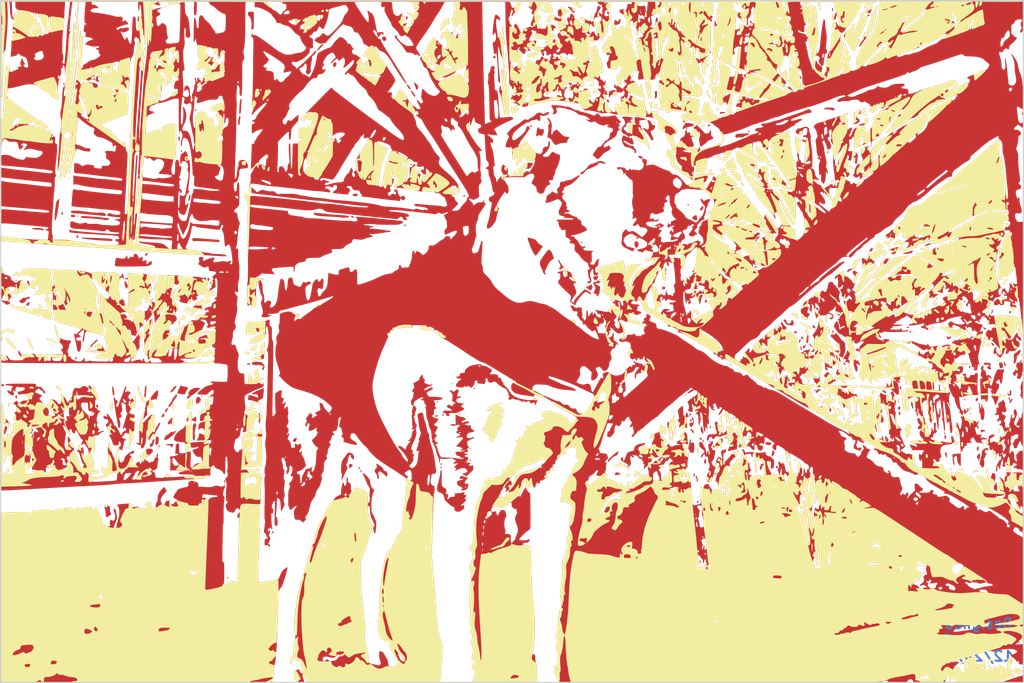
<source format=kicad_pcb>
(kicad_pcb (version 20170919) (host pcbnew "(2017-09-19 revision dddaa7e69)-makepkg")

  (general
    (thickness 1.6)
    (drawings 5)
    (tracks 0)
    (zones 0)
    (modules 1)
    (nets 1)
  )

  (page A4)
  (layers
    (0 F.Cu signal)
    (31 B.Cu signal)
    (32 B.Adhes user)
    (33 F.Adhes user)
    (34 B.Paste user)
    (35 F.Paste user)
    (36 B.SilkS user)
    (37 F.SilkS user)
    (38 B.Mask user)
    (39 F.Mask user)
    (40 Dwgs.User user)
    (41 Cmts.User user)
    (42 Eco1.User user)
    (43 Eco2.User user)
    (44 Edge.Cuts user)
    (45 Margin user)
    (46 B.CrtYd user)
    (47 F.CrtYd user)
    (48 B.Fab user)
    (49 F.Fab user)
  )

  (setup
    (last_trace_width 0.25)
    (trace_clearance 0.2)
    (zone_clearance 0.508)
    (zone_45_only no)
    (trace_min 0.2)
    (segment_width 0.2)
    (edge_width 0.15)
    (via_size 0.8)
    (via_drill 0.4)
    (via_min_size 0.4)
    (via_min_drill 0.3)
    (uvia_size 0.3)
    (uvia_drill 0.1)
    (uvias_allowed no)
    (uvia_min_size 0.2)
    (uvia_min_drill 0.1)
    (pcb_text_width 0.3)
    (pcb_text_size 1.5 1.5)
    (mod_edge_width 0.15)
    (mod_text_size 1 1)
    (mod_text_width 0.15)
    (pad_size 1.524 1.524)
    (pad_drill 0.762)
    (pad_to_mask_clearance 0.2)
    (aux_axis_origin 0 0)
    (visible_elements 7FFFFFFF)
    (pcbplotparams
      (layerselection 0x010f0_ffffffff)
      (usegerberextensions false)
      (usegerberattributes true)
      (usegerberadvancedattributes true)
      (creategerberjobfile true)
      (excludeedgelayer true)
      (linewidth 0.100000)
      (plotframeref false)
      (viasonmask false)
      (mode 1)
      (useauxorigin false)
      (hpglpennumber 1)
      (hpglpenspeed 20)
      (hpglpendiameter 15)
      (psnegative false)
      (psa4output false)
      (plotreference true)
      (plotvalue true)
      (plotinvisibletext false)
      (padsonsilk false)
      (subtractmaskfromsilk false)
      (outputformat 1)
      (mirror false)
      (drillshape 0)
      (scaleselection 1)
      (outputdirectory gerber/))
  )

  (net 0 "")

  (net_class Default "This is the default net class."
    (clearance 0.2)
    (trace_width 0.25)
    (via_dia 0.8)
    (via_drill 0.4)
    (uvia_dia 0.3)
    (uvia_drill 0.1)
  )

  (module junes:ART_DOG (layer F.Cu) (tedit 0) (tstamp 5A50558F)
    (at 0 0)
    (fp_text reference G*** (at 0 0) (layer F.SilkS) hide
      (effects (font (thickness 0.3)))
    )
    (fp_text value LOGO (at 0.75 0) (layer F.SilkS) hide
      (effects (font (thickness 0.3)))
    )
    (fp_poly (pts (xy -45.469047 23.289312) (xy -45.340291 23.475519) (xy -45.320101 23.510208) (xy -45.301629 23.535759)
      (xy -45.285111 23.560496) (xy -45.270783 23.592746) (xy -45.258883 23.640834) (xy -45.249648 23.713086)
      (xy -45.243313 23.817829) (xy -45.240115 23.963388) (xy -45.240291 24.158089) (xy -45.244079 24.410258)
      (xy -45.251713 24.728221) (xy -45.263432 25.120303) (xy -45.279472 25.594831) (xy -45.300068 26.16013)
      (xy -45.325459 26.824526) (xy -45.355881 27.596345) (xy -45.39157 28.483914) (xy -45.432763 29.495557)
      (xy -45.479697 30.639601) (xy -45.532608 31.924372) (xy -45.591733 33.358195) (xy -45.657309 34.949396)
      (xy -45.686798 35.665833) (xy -45.705656 36.179563) (xy -45.71262 36.546641) (xy -45.706656 36.789401)
      (xy -45.686729 36.930177) (xy -45.651803 36.9913) (xy -45.624997 36.999062) (xy -45.492313 36.98499)
      (xy -45.239248 36.947694) (xy -44.912041 36.894161) (xy -44.780641 36.871497) (xy -44.161868 36.740079)
      (xy -43.585144 36.573945) (xy -43.085507 36.385642) (xy -42.697996 36.187717) (xy -42.528762 36.065099)
      (xy -42.118475 35.792016) (xy -41.699554 35.687269) (xy -41.268185 35.749932) (xy -41.253834 35.754794)
      (xy -40.894001 35.87886) (xy -40.889369 35.190263) (xy -40.882413 34.560271) (xy -40.869772 33.837578)
      (xy -40.852135 33.041159) (xy -40.830194 32.189989) (xy -40.804638 31.303042) (xy -40.776157 30.399293)
      (xy -40.745444 29.497716) (xy -40.713187 28.617288) (xy -40.680077 27.776981) (xy -40.646804 26.995772)
      (xy -40.61406 26.292634) (xy -40.582534 25.686542) (xy -40.552916 25.196472) (xy -40.525897 24.841398)
      (xy -40.506452 24.666177) (xy -40.455171 24.443969) (xy -40.362014 24.290089) (xy -40.201305 24.195391)
      (xy -39.947369 24.150733) (xy -39.57453 24.14697) (xy -39.116 24.170998) (xy -38.69921 24.195069)
      (xy -38.30351 24.211768) (xy -37.985898 24.218971) (xy -37.857832 24.217893) (xy -37.488664 24.205897)
      (xy -37.527418 25.459115) (xy -37.554574 26.074845) (xy -37.594564 26.543262) (xy -37.649794 26.886065)
      (xy -37.708195 27.088787) (xy -37.789165 27.319723) (xy -37.805385 27.44479) (xy -37.757144 27.514464)
      (xy -37.710796 27.543266) (xy -37.653316 27.59415) (xy -37.617265 27.688906) (xy -37.600448 27.856409)
      (xy -37.600672 28.125535) (xy -37.615743 28.525158) (xy -37.623611 28.690812) (xy -37.66341 29.554743)
      (xy -37.700473 30.466171) (xy -37.735841 31.454478) (xy -37.770557 32.549046) (xy -37.805661 33.779257)
      (xy -37.810896 33.9725) (xy -37.827003 34.591) (xy -37.836865 35.060688) (xy -37.839303 35.402008)
      (xy -37.833141 35.635406) (xy -37.817201 35.781325) (xy -37.790305 35.860212) (xy -37.751276 35.89251)
      (xy -37.699962 35.898666) (xy -37.540526 35.884603) (xy -37.247807 35.845834) (xy -36.855204 35.78749)
      (xy -36.396116 35.714704) (xy -35.903944 35.632607) (xy -35.443578 35.551997) (xy -35.105752 35.508699)
      (xy -34.903579 35.52267) (xy -34.864238 35.544562) (xy -34.830622 35.66759) (xy -34.808571 35.954614)
      (xy -34.798136 36.400686) (xy -34.79937 37.000862) (xy -34.812324 37.750194) (xy -34.833282 38.523333)
      (xy -34.865513 39.541232) (xy -34.897853 40.507656) (xy -34.929749 41.409276) (xy -34.960649 42.232763)
      (xy -34.990002 42.964785) (xy -35.017257 43.592013) (xy -35.041862 44.101117) (xy -35.063266 44.478766)
      (xy -35.080916 44.711632) (xy -35.092398 44.785534) (xy -35.201432 44.856171) (xy -35.382334 44.913836)
      (xy -35.595059 45.021104) (xy -35.849406 45.242716) (xy -35.976764 45.383282) (xy -36.327469 45.799198)
      (xy -36.153461 45.973206) (xy -35.993679 46.089725) (xy -35.845581 46.074511) (xy -35.817626 46.060607)
      (xy -35.59951 45.9797) (xy -35.489424 46.027642) (xy -35.475334 46.101) (xy -35.404748 46.204428)
      (xy -35.306 46.228) (xy -35.19621 46.255669) (xy -35.146999 46.368127) (xy -35.136667 46.574593)
      (xy -35.154643 46.810206) (xy -35.223044 46.928192) (xy -35.309357 46.966345) (xy -35.457045 47.07087)
      (xy -35.587749 47.265923) (xy -35.59874 47.290791) (xy -35.730911 47.504139) (xy -35.918742 47.592337)
      (xy -35.955217 47.597538) (xy -36.155899 47.670641) (xy -36.219504 47.79603) (xy -36.201269 47.914586)
      (xy -36.081826 48.003171) (xy -35.868666 48.077886) (xy -35.493323 48.188712) (xy -35.531146 49.388522)
      (xy -35.545768 49.832911) (xy -35.559805 50.22487) (xy -35.571913 50.529149) (xy -35.580743 50.710501)
      (xy -35.582628 50.7365) (xy -35.613105 50.813903) (xy -35.710066 50.858968) (xy -35.908437 50.879836)
      (xy -36.21814 50.884666) (xy -36.555867 50.875432) (xy -36.735317 50.84259) (xy -36.756193 50.778435)
      (xy -36.618199 50.675259) (xy -36.32104 50.525355) (xy -36.202215 50.470757) (xy -35.926109 50.327765)
      (xy -35.719718 50.188137) (xy -35.600948 50.071017) (xy -35.587704 49.995551) (xy -35.697891 49.980884)
      (xy -35.752756 49.990167) (xy -35.938792 50.019958) (xy -36.221749 50.056071) (xy -36.449 50.081115)
      (xy -36.809039 50.133253) (xy -37.228841 50.215889) (xy -37.549667 50.293553) (xy -37.929352 50.386579)
      (xy -38.32187 50.467474) (xy -38.598 50.512374) (xy -38.887767 50.565818) (xy -39.04346 50.641833)
      (xy -39.094708 50.727722) (xy -39.104302 50.748479) (xy -39.126929 50.767323) (xy -39.170417 50.784345)
      (xy -39.242595 50.799638) (xy -39.35129 50.813294) (xy -39.504332 50.825406) (xy -39.709549 50.836066)
      (xy -39.974768 50.845368) (xy -40.307818 50.853402) (xy -40.716528 50.860263) (xy -41.208726 50.866041)
      (xy -41.792239 50.87083) (xy -42.474896 50.874722) (xy -43.264526 50.87781) (xy -44.168957 50.880186)
      (xy -45.196017 50.881942) (xy -46.353534 50.883171) (xy -47.649337 50.883965) (xy -49.091253 50.884418)
      (xy -50.687112 50.884621) (xy -52.382417 50.884666) (xy -54.138145 50.884581) (xy -55.732269 50.884269)
      (xy -57.172516 50.883648) (xy -58.466613 50.882635) (xy -59.62229 50.881147) (xy -60.647275 50.879101)
      (xy -61.549295 50.876415) (xy -62.336078 50.873005) (xy -63.015354 50.868789) (xy -63.594849 50.863684)
      (xy -64.082292 50.857607) (xy -64.485412 50.850475) (xy -64.811935 50.842205) (xy -65.069592 50.832715)
      (xy -65.266108 50.821922) (xy -65.409214 50.809742) (xy -65.506636 50.796092) (xy -65.566104 50.780891)
      (xy -65.595344 50.764055) (xy -65.602086 50.745502) (xy -65.601709 50.742939) (xy -65.534591 50.648117)
      (xy -65.357173 50.603123) (xy -65.193334 50.594773) (xy -64.95224 50.57846) (xy -64.832701 50.525499)
      (xy -64.787564 50.413753) (xy -64.786029 50.403561) (xy -64.833497 50.214592) (xy -65.038475 50.082642)
      (xy -65.401882 50.007276) (xy -65.659 49.990126) (xy -66.154545 49.924238) (xy -66.579475 49.785436)
      (xy -66.95597 49.656635) (xy -67.234524 49.646138) (xy -67.472969 49.640353) (xy -67.635059 49.525101)
      (xy -67.757716 49.412274) (xy -67.841579 49.423576) (xy -67.911344 49.498526) (xy -68.130856 49.672957)
      (xy -68.451338 49.824553) (xy -68.804484 49.925972) (xy -69.045667 49.952629) (xy -69.397139 49.967661)
      (xy -69.612247 50.019399) (xy -69.723274 50.129302) (xy -69.762501 50.318832) (xy -69.765334 50.431049)
      (xy -69.765334 50.804348) (xy -70.011684 50.676955) (xy -70.192774 50.559295) (xy -70.290967 50.450468)
      (xy -70.292155 50.447203) (xy -70.360535 50.400319) (xy -70.512388 50.475384) (xy -70.53031 50.487755)
      (xy -70.731551 50.593449) (xy -70.887497 50.630666) (xy -71.042134 50.692143) (xy -71.089383 50.757666)
      (xy -71.123395 50.7947) (xy -71.205467 50.823935) (xy -71.353109 50.846248) (xy -71.583834 50.862516)
      (xy -71.915151 50.873615) (xy -72.364573 50.880421) (xy -72.949609 50.883811) (xy -73.626726 50.884666)
      (xy -76.115334 50.884666) (xy -76.115334 48.207521) (xy -72.630403 48.207521) (xy -72.597784 48.385482)
      (xy -72.421605 48.481426) (xy -72.136 48.493763) (xy -71.93118 48.458712) (xy -71.839683 48.365621)
      (xy -71.812405 48.233945) (xy -71.804677 48.092037) (xy -71.852032 48.025701) (xy -71.995815 48.011918)
      (xy -72.192644 48.022278) (xy -72.453868 48.054108) (xy -72.587319 48.117827) (xy -72.630403 48.207521)
      (xy -76.115334 48.207521) (xy -76.115334 47.908908) (xy -68.749389 47.908908) (xy -68.692889 48.034222)
      (xy -68.553025 48.082201) (xy -68.328236 48.085158) (xy -68.095861 48.046486) (xy -67.981768 48.003021)
      (xy -67.849149 47.86691) (xy -67.818 47.758443) (xy -67.891889 47.636408) (xy -68.074304 47.553516)
      (xy -68.306366 47.523418) (xy -68.529197 47.559767) (xy -68.578814 47.582031) (xy -68.713244 47.724401)
      (xy -68.749389 47.908908) (xy -76.115334 47.908908) (xy -76.115334 46.506031) (xy -74.410221 46.506031)
      (xy -74.382547 46.660209) (xy -74.365556 46.679555) (xy -74.331477 46.715015) (xy -74.290053 46.729236)
      (xy -74.196495 46.719988) (xy -74.006013 46.685041) (xy -73.840266 46.653406) (xy -73.532661 46.568449)
      (xy -73.254136 46.448238) (xy -73.159749 46.389674) (xy -72.987174 46.274562) (xy -72.862308 46.258394)
      (xy -72.699426 46.335861) (xy -72.660453 46.358749) (xy -72.480193 46.451055) (xy -72.337692 46.459375)
      (xy -72.145707 46.385252) (xy -72.110119 46.368481) (xy -71.896951 46.277264) (xy -71.745322 46.229881)
      (xy -71.727183 46.228) (xy -71.599491 46.158179) (xy -71.456554 45.988798) (xy -71.339479 45.779977)
      (xy -71.289373 45.591838) (xy -71.289334 45.587629) (xy -71.334428 45.355566) (xy -71.482026 45.214899)
      (xy -71.750606 45.156359) (xy -72.126384 45.167605) (xy -72.576758 45.210553) (xy -72.885232 45.248484)
      (xy -73.078631 45.290707) (xy -73.183778 45.346532) (xy -73.227501 45.425267) (xy -73.236624 45.536221)
      (xy -73.236667 45.55289) (xy -73.271187 45.746587) (xy -73.40485 45.84165) (xy -73.458785 45.857188)
      (xy -73.805085 45.978075) (xy -74.09605 46.141892) (xy -74.306242 46.325568) (xy -74.410221 46.506031)
      (xy -76.115334 46.506031) (xy -76.115334 43.242516) (xy -63.746803 43.242516) (xy -63.678474 43.442984)
      (xy -63.605834 43.512971) (xy -63.383853 43.562388) (xy -63.092963 43.523457) (xy -62.801645 43.40682)
      (xy -62.759167 43.381403) (xy -62.60258 43.24444) (xy -62.599522 43.120542) (xy -62.75525 43.000194)
      (xy -63.03144 42.888431) (xy -63.312644 42.802799) (xy -63.486514 42.781678) (xy -63.600583 42.821098)
      (xy -63.624107 42.838932) (xy -63.729388 43.015081) (xy -63.746803 43.242516) (xy -76.115334 43.242516)
      (xy -76.115334 42.694844) (xy -62.30438 42.694844) (xy -62.273256 42.914946) (xy -62.177391 43.051181)
      (xy -62.000674 43.152354) (xy -61.83532 43.135597) (xy -61.741596 43.007419) (xy -61.740919 43.00404)
      (xy -61.745286 42.983071) (xy -52.662667 42.983071) (xy -52.654702 43.106055) (xy -52.603846 43.166965)
      (xy -52.469659 43.180241) (xy -52.211701 43.160321) (xy -52.175834 43.156896) (xy -51.832606 43.109081)
      (xy -51.497883 43.038914) (xy -51.35149 42.99697) (xy -51.135308 42.897118) (xy -51.0034 42.784621)
      (xy -50.988445 42.751055) (xy -51.000637 42.68483) (xy -51.088326 42.643871) (xy -51.281445 42.622055)
      (xy -51.609929 42.61326) (xy -51.664621 42.61275) (xy -52.100395 42.620401) (xy -52.39299 42.657881)
      (xy -52.567305 42.73443) (xy -52.648238 42.859285) (xy -52.662667 42.983071) (xy -61.745286 42.983071)
      (xy -61.77259 42.851996) (xy -61.883778 42.658927) (xy -61.896765 42.641992) (xy -62.037607 42.493927)
      (xy -62.143589 42.476429) (xy -62.196319 42.509846) (xy -62.30438 42.694844) (xy -76.115334 42.694844)
      (xy -76.115334 39.412674) (xy -62.907334 39.412674) (xy -62.830508 39.485332) (xy -62.631237 39.547416)
      (xy -62.356328 39.593541) (xy -62.05259 39.61832) (xy -61.76683 39.61637) (xy -61.545857 39.582303)
      (xy -61.517259 39.572608) (xy -61.415133 39.457634) (xy -61.383334 39.307668) (xy -61.383334 39.09412)
      (xy -61.997167 39.151639) (xy -62.407252 39.194937) (xy -62.675636 39.238233) (xy -62.829772 39.289399)
      (xy -62.897108 39.356308) (xy -62.907334 39.412674) (xy -76.115334 39.412674) (xy -76.115334 37.844184)
      (xy -61.704256 37.844184) (xy -61.633525 37.965637) (xy -61.509488 38.100883) (xy -61.336294 38.272888)
      (xy -61.227305 38.340193) (xy -61.133365 38.323889) (xy -61.072547 38.288355) (xy -60.979871 38.165021)
      (xy -60.915201 37.993318) (xy -60.895606 37.845544) (xy -60.950742 37.765956) (xy -61.111011 37.740444)
      (xy -61.406816 37.754897) (xy -61.425667 37.756413) (xy -61.637493 37.784812) (xy -61.704256 37.844184)
      (xy -76.115334 37.844184) (xy -76.115334 34.329351) (xy -48.057063 34.329351) (xy -48.043274 34.440541)
      (xy -47.962291 34.576551) (xy -47.762082 34.743484) (xy -47.490706 34.805223) (xy -47.218984 34.748839)
      (xy -47.169339 34.721308) (xy -47.093938 34.599864) (xy -47.10527 34.365764) (xy -47.109118 34.344574)
      (xy -47.168938 34.132015) (xy -47.240665 34.003923) (xy -47.30149 33.984842) (xy -47.328605 34.099318)
      (xy -47.328667 34.108315) (xy -47.346215 34.216556) (xy -47.430774 34.229733) (xy -47.582363 34.179531)
      (xy -47.783119 34.127177) (xy -47.917741 34.171608) (xy -47.971724 34.219437) (xy -48.057063 34.329351)
      (xy -76.115334 34.329351) (xy -76.115334 25.484666) (xy -75.8825 25.476183) (xy -75.695825 25.468298)
      (xy -75.392326 25.454339) (xy -75.024301 25.436737) (xy -74.845334 25.427968) (xy -73.906641 25.395543)
      (xy -73.125323 25.399361) (xy -72.493243 25.439892) (xy -72.002265 25.517607) (xy -71.697678 25.610041)
      (xy -71.595528 25.622182) (xy -71.596553 25.511358) (xy -71.599221 25.500909) (xy -71.586203 25.332827)
      (xy -71.529543 25.261449) (xy -71.409177 25.230553) (xy -71.151881 25.193463) (xy -70.78977 25.153889)
      (xy -70.354957 25.115537) (xy -70.104 25.096834) (xy -69.605829 25.063044) (xy -69.249087 25.043359)
      (xy -69.006339 25.039245) (xy -68.850155 25.052166) (xy -68.7531 25.08359) (xy -68.687743 25.13498)
      (xy -68.653718 25.174307) (xy -68.567 25.268618) (xy -68.481735 25.292779) (xy -68.347998 25.241386)
      (xy -68.130641 25.117699) (xy -68.022602 25.066428) (xy -66.749285 25.066428) (xy -66.744727 25.196735)
      (xy -66.668332 25.275031) (xy -66.611869 25.243734) (xy -66.570474 25.111829) (xy -66.586628 25.067329)
      (xy -66.678553 25.006769) (xy -66.749285 25.066428) (xy -68.022602 25.066428) (xy -67.808778 24.964957)
      (xy -67.477062 24.89978) (xy -67.257687 24.892) (xy -66.877001 24.872544) (xy -66.462337 24.823134)
      (xy -66.279006 24.790615) (xy -65.995246 24.738426) (xy -65.813858 24.733621) (xy -65.672701 24.783466)
      (xy -65.533076 24.877817) (xy -65.278 25.066402) (xy -65.263688 25.05582) (xy -64.749242 25.05582)
      (xy -64.737661 25.061333) (xy -64.660395 25.001729) (xy -64.643 24.976666) (xy -64.640891 24.968928)
      (xy -63.587792 24.968928) (xy -63.543322 25.087772) (xy -63.386903 25.145726) (xy -63.373 25.146)
      (xy -63.213833 25.120545) (xy -63.161334 25.0717) (xy -63.225058 24.948152) (xy -63.362103 24.854309)
      (xy -63.491276 24.844544) (xy -63.496292 24.847374) (xy -63.587792 24.968928) (xy -64.640891 24.968928)
      (xy -64.621426 24.897512) (xy -64.633007 24.892) (xy -64.710272 24.951603) (xy -64.727667 24.976666)
      (xy -64.749242 25.05582) (xy -65.263688 25.05582) (xy -65.03275 24.885081) (xy -64.846283 24.76974)
      (xy -64.680757 24.751825) (xy -64.482123 24.804542) (xy -64.124816 24.86037) (xy -63.771903 24.8126)
      (xy -63.493773 24.671064) (xy -63.487487 24.665619) (xy -63.278583 24.580011) (xy -62.979487 24.569209)
      (xy -62.745797 24.59853) (xy -62.635258 24.659971) (xy -62.601763 24.780659) (xy -62.601123 24.79181)
      (xy -62.538836 25.014704) (xy -62.413408 25.116461) (xy -62.274164 25.097143) (xy -62.170426 24.956816)
      (xy -62.145334 24.791219) (xy -62.118393 24.617454) (xy -62.050771 24.570743) (xy -61.974711 24.659223)
      (xy -61.853475 24.868059) (xy -61.704132 25.160126) (xy -61.543746 25.4983) (xy -61.389385 25.845456)
      (xy -61.258114 26.164471) (xy -61.167 26.418219) (xy -61.13313 26.566886) (xy -61.089411 26.838361)
      (xy -60.986698 27.093176) (xy -60.852177 27.279887) (xy -60.720688 27.347333) (xy -60.532113 27.405707)
      (xy -60.458174 27.466894) (xy -60.282045 27.57831) (xy -59.977601 27.669856) (xy -59.585462 27.73329)
      (xy -59.146246 27.76037) (xy -59.012667 27.760194) (xy -58.670187 27.740581) (xy -58.44423 27.687115)
      (xy -58.283306 27.587048) (xy -58.271834 27.576771) (xy -58.108488 27.35663) (xy -58.113579 27.144956)
      (xy -58.250667 26.966333) (xy -58.377514 26.818684) (xy -58.420001 26.716267) (xy -58.383728 26.575698)
      (xy -58.288074 26.327959) (xy -58.152783 26.015589) (xy -57.9976 25.681126) (xy -57.842271 25.367111)
      (xy -57.706539 25.116082) (xy -57.610151 24.970577) (xy -57.609256 24.969581) (xy -57.444196 24.854087)
      (xy -57.305766 24.835413) (xy -57.212917 24.830899) (xy -57.161601 24.730999) (xy -57.13437 24.499875)
      (xy -57.133103 24.48079) (xy -57.108261 24.24032) (xy -57.056947 24.124666) (xy -56.952314 24.08931)
      (xy -56.896 24.087666) (xy -56.739156 24.118334) (xy -56.69845 24.244245) (xy -56.70115 24.299333)
      (xy -56.696424 24.629761) (xy -56.613043 24.821941) (xy -56.443647 24.891217) (xy -56.416888 24.892)
      (xy -56.205496 24.83829) (xy -56.082527 24.743833) (xy -55.993598 24.66279) (xy -55.96736 24.7015)
      (xy -55.914524 24.753006) (xy -55.74634 24.786196) (xy -55.443604 24.803403) (xy -55.096834 24.807229)
      (xy -54.229 24.807126) (xy -54.461834 24.606879) (xy -54.653656 24.375568) (xy -54.687006 24.167343)
      (xy -54.572715 24.002083) (xy -54.321613 23.899667) (xy -54.06362 23.876) (xy -53.865046 23.887151)
      (xy -53.794267 23.942587) (xy -53.810126 24.075277) (xy -53.810914 24.07843) (xy -53.817055 24.253437)
      (xy -53.770194 24.337426) (xy -53.692931 24.460936) (xy -53.678667 24.556717) (xy -53.605357 24.698684)
      (xy -53.42275 24.78328) (xy -53.18683 24.789955) (xy -53.099541 24.769297) (xy -52.933525 24.685578)
      (xy -52.709485 24.536127) (xy -52.610139 24.460564) (xy -52.386499 24.309307) (xy -52.182056 24.252437)
      (xy -51.948116 24.290546) (xy -51.635985 24.424223) (xy -51.538227 24.47357) (xy -51.321649 24.575906)
      (xy -51.166255 24.633423) (xy -51.138781 24.638) (xy -51.097334 24.56191) (xy -51.076823 24.366793)
      (xy -51.077888 24.20257) (xy -51.069361 23.895857) (xy -51.012319 23.743181) (xy -50.9905 23.729847)
      (xy -50.916368 23.767044) (xy -50.885926 23.954819) (xy -50.884667 24.02791) (xy -50.860336 24.283066)
      (xy -50.764746 24.439807) (xy -50.564004 24.528365) (xy -50.272421 24.574013) (xy -49.982251 24.575751)
      (xy -49.787878 24.520185) (xy -49.71252 24.422095) (xy -49.779391 24.296266) (xy -49.803616 24.27552)
      (xy -49.919237 24.125698) (xy -49.987081 23.93407) (xy -49.992773 23.765125) (xy -49.934918 23.686416)
      (xy -49.800082 23.694441) (xy -49.574717 23.753732) (xy -49.448118 23.798064) (xy -49.111173 23.904942)
      (xy -48.750889 23.989277) (xy -48.666776 24.00356) (xy -48.412931 24.057293) (xy -48.285454 24.135437)
      (xy -48.243555 24.244738) (xy -48.223577 24.322727) (xy -48.170431 24.374464) (xy -48.054565 24.405319)
      (xy -47.846428 24.420658) (xy -47.516468 24.425853) (xy -47.244 24.426333) (xy -46.270334 24.426333)
      (xy -46.269603 24.125003) (xy -46.143334 24.125003) (xy -46.081873 24.211221) (xy -46.058667 24.214666)
      (xy -45.976202 24.185779) (xy -45.974 24.17733) (xy -46.033329 24.105044) (xy -46.058667 24.087666)
      (xy -46.136686 24.094379) (xy -46.143334 24.125003) (xy -46.269603 24.125003) (xy -46.269269 23.987824)
      (xy -46.253628 23.668162) (xy -46.203708 23.502243) (xy -46.112097 23.47662) (xy -46.019458 23.53474)
      (xy -45.865514 23.599496) (xy -45.729603 23.571315) (xy -45.673923 23.470643) (xy -45.68396 23.424463)
      (xy -45.659616 23.296691) (xy -45.601959 23.256153) (xy -45.469047 23.289312)) (layer F.SilkS) (width 0.01))
    (fp_poly (pts (xy -32.300583 48.967657) (xy -32.262228 48.978324) (xy -32.121997 49.090721) (xy -31.946681 49.336214)
      (xy -31.790181 49.618941) (xy -31.621277 49.964884) (xy -31.52942 50.188274) (xy -31.508971 50.314336)
      (xy -31.554293 50.368292) (xy -31.620826 50.376666) (xy -31.741484 50.445343) (xy -31.867289 50.612502)
      (xy -31.877 50.630666) (xy -32.026244 50.824901) (xy -32.224092 50.884585) (xy -32.233806 50.884666)
      (xy -32.459264 50.884666) (xy -32.071962 50.52384) (xy -32.291981 50.319827) (xy -32.426856 50.183089)
      (xy -32.490927 50.058197) (xy -32.49314 49.89117) (xy -32.442444 49.628025) (xy -32.421699 49.537199)
      (xy -32.377618 49.283131) (xy -32.396952 49.144451) (xy -32.442484 49.097303) (xy -32.512093 49.013418)
      (xy -32.451715 48.96157) (xy -32.300583 48.967657)) (layer F.SilkS) (width 0.01))
    (fp_poly (pts (xy -15.663846 20.382997) (xy -15.663334 20.391807) (xy -15.593513 20.468236) (xy -15.418915 20.572409)
      (xy -15.345834 20.607449) (xy -15.089027 20.738589) (xy -14.868129 20.875066) (xy -14.840378 20.895474)
      (xy -14.652423 21.039666) (xy -14.949144 21.674666) (xy -15.114818 22.06207) (xy -15.19865 22.352031)
      (xy -15.212579 22.5881) (xy -15.209179 22.623262) (xy -15.244455 23.022898) (xy -15.327884 23.226781)
      (xy -15.463853 23.533294) (xy -15.58495 23.901581) (xy -15.68426 24.294555) (xy -15.754866 24.675132)
      (xy -15.789855 25.006224) (xy -15.782312 25.250746) (xy -15.727562 25.370298) (xy -15.621584 25.367414)
      (xy -15.597775 25.330323) (xy -15.525919 25.230446) (xy -15.452138 25.270847) (xy -15.410718 25.426389)
      (xy -15.409334 25.468484) (xy -15.364996 25.708817) (xy -15.285027 25.870651) (xy -15.17428 26.071854)
      (xy -15.18233 26.206397) (xy -15.282334 26.246666) (xy -15.395015 26.293143) (xy -15.385173 26.39143)
      (xy -15.270826 26.474465) (xy -15.131585 26.495073) (xy -15.011637 26.427286) (xy -14.899789 26.252385)
      (xy -14.784844 25.951648) (xy -14.65561 25.506355) (xy -14.626867 25.397547) (xy -14.535086 25.0314)
      (xy -14.466844 24.711235) (xy -14.417692 24.397806) (xy -14.383178 24.051868) (xy -14.358856 23.634177)
      (xy -14.340274 23.105485) (xy -14.331979 22.7965) (xy -14.31462 22.208112) (xy -14.295336 21.770866)
      (xy -14.272417 21.466567) (xy -14.244152 21.277023) (xy -14.20883 21.184042) (xy -14.178735 21.166666)
      (xy -13.99031 21.243578) (xy -13.85647 21.448942) (xy -13.801006 21.744699) (xy -13.800667 21.771428)
      (xy -13.763574 22.07273) (xy -13.634368 22.247554) (xy -13.38616 22.325693) (xy -13.292667 22.334241)
      (xy -12.897986 22.380501) (xy -12.561272 22.460235) (xy -12.316586 22.561978) (xy -12.197986 22.674267)
      (xy -12.192 22.704721) (xy -12.12638 22.860321) (xy -11.995217 22.985034) (xy -11.798433 23.113971)
      (xy -11.823131 25.886819) (xy -11.835454 27.04373) (xy -11.850317 28.031712) (xy -11.867731 28.851149)
      (xy -11.887709 29.502427) (xy -11.910261 29.98593) (xy -11.935402 30.302044) (xy -11.963141 30.451153)
      (xy -11.966343 30.457362) (xy -11.978594 30.571244) (xy -11.968929 30.801269) (xy -11.942025 31.074502)
      (xy -11.917295 31.398829) (xy -11.925109 31.655832) (xy -11.95289 31.772916) (xy -11.988145 31.945114)
      (xy -11.965052 32.026916) (xy -11.928076 32.163379) (xy -11.899799 32.40938) (xy -11.888585 32.639)
      (xy -11.871223 33.022072) (xy -11.83938 33.427997) (xy -11.819301 33.612666) (xy -11.784802 33.936678)
      (xy -11.749789 34.343257) (xy -11.721699 34.745824) (xy -11.721115 34.755666) (xy -11.689955 35.260058)
      (xy -11.663487 35.62309) (xy -11.638904 35.872569) (xy -11.613399 36.036302) (xy -11.584166 36.142096)
      (xy -11.580096 36.152666) (xy -11.561321 36.271195) (xy -11.536754 36.532856) (xy -11.508276 36.911622)
      (xy -11.477771 37.381467) (xy -11.447122 37.916364) (xy -11.433109 38.184666) (xy -11.370049 39.343319)
      (xy -11.304839 40.350118) (xy -11.235134 41.222543) (xy -11.158585 41.978075) (xy -11.072844 42.634193)
      (xy -10.975565 43.208376) (xy -10.8644 43.718106) (xy -10.737002 44.180861) (xy -10.591022 44.614122)
      (xy -10.557689 44.703249) (xy -10.47834 44.943063) (xy -10.426246 45.193645) (xy -10.396403 45.498544)
      (xy -10.383808 45.901309) (xy -10.382482 46.228) (xy -10.395359 46.733278) (xy -10.428515 47.270519)
      (xy -10.476523 47.766707) (xy -10.51935 48.069951) (xy -10.588234 48.545667) (xy -10.606408 48.891422)
      (xy -10.575436 49.138321) (xy -10.573439 49.145705) (xy -10.538037 49.409545) (xy -10.585668 49.708852)
      (xy -10.632112 49.863833) (xy -10.707773 50.17389) (xy -10.740592 50.473831) (xy -10.736725 50.587246)
      (xy -10.702003 50.884666) (xy -20.633335 50.884666) (xy -22.166604 50.884423) (xy -23.538945 50.883626)
      (xy -24.758762 50.882178) (xy -25.834459 50.879979) (xy -26.774441 50.876932) (xy -27.587111 50.872938)
      (xy -28.280875 50.867898) (xy -28.864136 50.861713) (xy -29.345299 50.854286) (xy -29.732768 50.845517)
      (xy -30.034948 50.835308) (xy -30.260243 50.82356) (xy -30.417056 50.810176) (xy -30.513794 50.795055)
      (xy -30.558859 50.778101) (xy -30.564667 50.768201) (xy -30.603864 50.590115) (xy -30.703492 50.335099)
      (xy -30.836608 50.057752) (xy -30.976269 49.812674) (xy -31.09553 49.654463) (xy -31.126126 49.630448)
      (xy -31.259054 49.466354) (xy -31.292103 49.206975) (xy -31.227305 48.920167) (xy -31.186436 48.729036)
      (xy -31.246593 48.550432) (xy -31.318053 48.441431) (xy -31.468161 48.165947) (xy -31.477556 47.964034)
      (xy -31.398508 47.871072) (xy -31.363738 47.78969) (xy -31.45426 47.698687) (xy -31.629395 47.622024)
      (xy -31.848466 47.583657) (xy -31.888186 47.582666) (xy -32.100161 47.557548) (xy -32.229265 47.457265)
      (xy -32.309108 47.244425) (xy -32.342197 47.077542) (xy -32.393791 46.778333) (xy -32.579896 47.191262)
      (xy -32.687265 47.466549) (xy -32.754505 47.710243) (xy -32.766 47.805096) (xy -32.825232 47.956383)
      (xy -32.956064 48.013057) (xy -33.088206 47.958992) (xy -33.131467 47.888949) (xy -33.13373 47.709821)
      (xy -33.064976 47.454943) (xy -32.949983 47.188193) (xy -32.813531 46.97345) (xy -32.752155 46.911147)
      (xy -32.661435 46.8165) (xy -32.609584 46.686916) (xy -32.587751 46.479167) (xy -32.587082 46.150022)
      (xy -32.587838 46.10876) (xy -32.575998 45.729634) (xy -32.531864 45.330329) (xy -32.463306 44.943727)
      (xy -32.3782 44.60271) (xy -32.284417 44.340161) (xy -32.189831 44.18896) (xy -32.123245 44.168358)
      (xy -32.020952 44.147461) (xy -32.004 44.078058) (xy -31.95568 43.959778) (xy -31.90875 43.942)
      (xy -31.85325 44.009416) (xy -31.880372 44.217037) (xy -31.880404 44.217166) (xy -31.944452 44.68828)
      (xy -31.893854 45.164825) (xy -31.833497 45.399975) (xy -31.768155 45.662497) (xy -31.766635 45.848854)
      (xy -31.832048 46.040955) (xy -31.860115 46.101348) (xy -31.95893 46.399745) (xy -32.00376 46.715171)
      (xy -32.004 46.73491) (xy -31.991866 46.93913) (xy -31.928051 47.065208) (xy -31.771433 47.166853)
      (xy -31.61986 47.236666) (xy -31.389928 47.356487) (xy -31.232755 47.50182) (xy -31.09965 47.72641)
      (xy -31.021849 47.896795) (xy -30.885228 48.205011) (xy -30.755518 48.489585) (xy -30.68392 48.641)
      (xy -30.559863 48.895) (xy -30.609105 48.556333) (xy -30.649524 48.276958) (xy -30.699951 47.926574)
      (xy -30.731053 47.709666) (xy -30.793629 47.363723) (xy -30.875278 47.027211) (xy -30.926697 46.863)
      (xy -30.990105 46.620258) (xy -31.050777 46.272051) (xy -31.098189 45.882068) (xy -31.108573 45.762333)
      (xy -31.139445 45.382674) (xy -31.181335 44.89432) (xy -31.229005 44.357131) (xy -31.277216 43.830963)
      (xy -31.282671 43.772666) (xy -31.321447 43.243698) (xy -31.35192 42.593456) (xy -31.364372 42.157826)
      (xy -25.96826 42.157826) (xy -25.889864 42.26517) (xy -25.857064 42.290953) (xy -25.61401 42.403574)
      (xy -25.376148 42.35234) (xy -25.277985 42.288307) (xy -25.060025 42.187637) (xy -24.909207 42.164)
      (xy -24.708134 42.110525) (xy -24.486823 41.979771) (xy -24.461953 41.959676) (xy -24.223457 41.815886)
      (xy -24.047565 41.800217) (xy -23.913569 41.808915) (xy -23.891971 41.723596) (xy -23.980317 41.526997)
      (xy -24.003 41.486666) (xy -24.095614 41.261905) (xy -24.127 41.089496) (xy -24.155069 40.924994)
      (xy -24.1935 40.864971) (xy -24.289997 40.888244) (xy -24.490949 40.984423) (xy -24.758444 41.134738)
      (xy -24.849667 41.189833) (xy -25.159174 41.390972) (xy -25.340234 41.540762) (xy -25.416725 41.661812)
      (xy -25.422165 41.731859) (xy -25.446727 41.86996) (xy -25.590533 41.909914) (xy -25.602298 41.91)
      (xy -25.805559 41.961983) (xy -25.910197 42.039646) (xy -25.96826 42.157826) (xy -31.364372 42.157826)
      (xy -31.372604 41.869865) (xy -31.382016 41.120845) (xy -31.381022 40.597666) (xy -31.374801 39.96974)
      (xy -31.366794 39.48552) (xy -31.354636 39.119381) (xy -31.335963 38.845698) (xy -31.308413 38.638845)
      (xy -31.26962 38.473197) (xy -31.217223 38.323127) (xy -31.158451 38.184666) (xy -31.065746 37.954899)
      (xy -31.006637 37.739443) (xy -30.974669 37.490993) (xy -30.963385 37.162246) (xy -30.965423 36.770185)
      (xy -30.961215 36.23013) (xy -30.928355 35.801479) (xy -30.861236 35.42788) (xy -30.813745 35.246454)
      (xy -30.731142 34.932973) (xy -30.673019 34.66517) (xy -30.652027 34.501936) (xy -30.663677 34.38508)
      (xy -30.717521 34.417148) (xy -30.767194 34.4805) (xy -30.883572 34.59919) (xy -30.944845 34.628666)
      (xy -30.989615 34.556212) (xy -30.982482 34.3656) (xy -30.931716 34.096952) (xy -30.845585 33.790394)
      (xy -30.732356 33.486048) (xy -30.690001 33.391985) (xy -30.48705 32.810379) (xy -30.441363 32.43498)
      (xy -30.419748 32.144701) (xy -30.361648 31.969742) (xy -30.249004 31.857097) (xy -30.243132 31.853154)
      (xy -30.12391 31.736634) (xy -30.068461 31.558472) (xy -30.056667 31.316339) (xy -30.041145 31.049663)
      (xy -29.989333 30.923139) (xy -29.935291 30.903333) (xy -29.835231 30.830541) (xy -29.787124 30.689034)
      (xy -29.739127 30.537814) (xy -29.675667 30.498534) (xy -29.634575 30.512228) (xy -29.613357 30.544238)
      (xy -29.616733 30.622657) (xy -29.64942 30.775581) (xy -29.716136 31.031104) (xy -29.821599 31.417321)
      (xy -29.843174 31.496) (xy -29.973083 31.976034) (xy -30.061056 32.321685) (xy -30.112255 32.561221)
      (xy -30.13184 32.72291) (xy -30.124973 32.83502) (xy -30.101929 32.913127) (xy -30.05133 32.995082)
      (xy -29.988782 32.948092) (xy -29.91749 32.82388) (xy -29.875756 32.724405) (xy -24.03677 32.724405)
      (xy -24.014789 32.808144) (xy -23.926413 32.925844) (xy -23.823918 32.882752) (xy -23.720795 32.68514)
      (xy -23.71495 32.668699) (xy -23.640373 32.427931) (xy -23.639023 32.304928) (xy -23.717826 32.261641)
      (xy -23.789721 32.258) (xy -23.931783 32.331105) (xy -24.02284 32.507857) (xy -24.03677 32.724405)
      (xy -29.875756 32.724405) (xy -29.833038 32.622588) (xy -29.731129 32.320594) (xy -29.633322 31.98197)
      (xy -29.630124 31.969807) (xy -29.542134 31.682726) (xy -29.401621 31.281414) (xy -29.223803 30.806836)
      (xy -29.023895 30.299957) (xy -29.012011 30.27108) (xy -28.454929 30.27108) (xy -28.433407 30.344565)
      (xy -28.25647 30.389052) (xy -28.109334 30.395333) (xy -27.888617 30.381689) (xy -27.790877 30.325081)
      (xy -27.770667 30.219272) (xy -27.792007 30.103513) (xy -27.888404 30.075982) (xy -28.045834 30.102229)
      (xy -28.324562 30.184874) (xy -28.454929 30.27108) (xy -29.012011 30.27108) (xy -28.879821 29.9499)
      (xy -28.629971 29.335651) (xy -28.43054 28.816141) (xy -23.499454 28.816141) (xy -23.486141 29.065773)
      (xy -23.449712 29.423497) (xy -23.413814 29.643912) (xy -23.3693 29.758765) (xy -23.307025 29.799804)
      (xy -23.273833 29.802666) (xy -23.222891 29.748473) (xy -23.207307 29.572106) (xy -23.225593 29.252885)
      (xy -23.230423 29.199358) (xy -23.271409 28.824017) (xy -23.314526 28.594794) (xy -23.367189 28.488556)
      (xy -23.436808 28.482171) (xy -23.456808 28.492892) (xy -23.49002 28.595804) (xy -23.499454 28.816141)
      (xy -28.43054 28.816141) (xy -28.392203 28.716276) (xy -28.173374 28.11308) (xy -27.98034 27.547367)
      (xy -27.819957 27.040439) (xy -27.699083 26.613603) (xy -27.624575 26.288161) (xy -27.603289 26.085418)
      (xy -27.618747 26.031698) (xy -27.692791 26.064608) (xy -27.837867 26.189956) (xy -27.916561 26.269101)
      (xy -28.054704 26.46008) (xy -28.226227 26.763884) (xy -28.413034 27.139735) (xy -28.597026 27.546855)
      (xy -28.760104 27.944468) (xy -28.884171 28.291795) (xy -28.951127 28.548061) (xy -28.95786 28.615254)
      (xy -28.994057 28.826138) (xy -29.082243 29.093394) (xy -29.117974 29.177487) (xy -29.232368 29.46098)
      (xy -29.320064 29.732596) (xy -29.334295 29.79035) (xy -29.413097 30.014593) (xy -29.514449 30.129405)
      (xy -29.605601 30.112622) (xy -29.605603 30.0135) (xy -29.553223 29.814899) (xy -29.51361 29.701977)
      (xy -29.421948 29.38117) (xy -29.359423 29.0209) (xy -29.349673 28.913666) (xy -29.277111 28.521478)
      (xy -29.119318 28.087965) (xy -29.069142 27.982333) (xy -28.895741 27.618966) (xy -28.719947 27.224228)
      (xy -28.622816 26.990466) (xy -28.487454 26.705604) (xy -28.351427 26.513038) (xy -28.273784 26.456783)
      (xy -28.167744 26.362365) (xy -28.052207 26.134631) (xy -27.919627 25.758016) (xy -27.892589 25.67065)
      (xy -27.751813 25.281312) (xy -27.572632 24.889991) (xy -27.376416 24.53427) (xy -27.184529 24.251732)
      (xy -27.018341 24.079958) (xy -26.973641 24.05434) (xy -26.863865 23.973191) (xy -26.710568 23.823751)
      (xy -26.707104 23.820022) (xy -26.533339 23.691538) (xy -26.251941 23.578358) (xy -25.83361 23.468988)
      (xy -25.78417 23.458048) (xy -25.433627 23.370039) (xy -25.134354 23.274217) (xy -24.934841 23.186871)
      (xy -24.89555 23.159545) (xy -24.777147 23.06847) (xy -24.717509 23.098398) (xy -24.691173 23.158616)
      (xy -24.57079 23.261746) (xy -24.447879 23.268053) (xy -24.316231 23.219528) (xy -24.274252 23.091034)
      (xy -24.278489 22.965781) (xy -24.269321 22.76381) (xy -24.191002 22.692013) (xy -24.170539 22.690666)
      (xy -24.059452 22.614419) (xy -23.9903 22.436666) (xy -23.920409 22.240247) (xy -23.831163 22.188749)
      (xy -23.744033 22.292951) (xy -23.737285 22.309666) (xy -23.640119 22.397221) (xy -23.482915 22.434483)
      (xy -23.339535 22.4158) (xy -23.283334 22.344404) (xy -23.3431 22.228593) (xy -23.473834 22.096414)
      (xy -23.597893 21.966345) (xy -23.587243 21.86609) (xy -23.561209 21.835784) (xy -23.465373 21.784501)
      (xy -23.303985 21.789188) (xy -23.034905 21.852353) (xy -22.968542 21.871054) (xy -22.626052 21.966613)
      (xy -22.28456 22.057978) (xy -22.119733 22.100057) (xy -21.918071 22.162279) (xy -21.764778 22.250806)
      (xy -21.653327 22.387569) (xy -21.577187 22.594497) (xy -21.52983 22.893522) (xy -21.504726 23.306576)
      (xy -21.495347 23.855588) (xy -21.494516 24.200142) (xy -21.490958 24.826622) (xy -21.476307 25.317909)
      (xy -21.445168 25.70805) (xy -21.392145 26.031089) (xy -21.311841 26.321071) (xy -21.19886 26.612043)
      (xy -21.066796 26.898709) (xy -20.934156 27.186905) (xy -20.868397 27.391652) (xy -20.859356 27.580293)
      (xy -20.89687 27.820171) (xy -20.914623 27.907086) (xy -21.001741 28.254798) (xy -21.111728 28.601347)
      (xy -21.170345 28.752914) (xy -21.255443 28.982563) (xy -21.366752 29.326585) (xy -21.488752 29.735244)
      (xy -21.587797 30.090797) (xy -21.717977 30.540328) (xy -21.864314 30.990412) (xy -22.006478 31.380981)
      (xy -22.098076 31.598593) (xy -22.376666 32.289887) (xy -22.532305 32.922405) (xy -22.574526 33.542836)
      (xy -22.557434 33.848656) (xy -22.536468 34.157754) (xy -22.517182 34.591115) (xy -22.501081 35.103666)
      (xy -22.489673 35.650338) (xy -22.485507 36.000167) (xy -22.478361 36.488031) (xy -22.465914 36.916434)
      (xy -22.44949 37.256955) (xy -22.430415 37.481175) (xy -22.412778 37.559444) (xy -22.381597 37.669667)
      (xy -22.359507 37.898365) (xy -22.351528 38.177611) (xy -22.337885 38.524648) (xy -22.303024 38.851834)
      (xy -22.265729 39.042188) (xy -22.221733 39.258596) (xy -22.172889 39.590465) (xy -22.126532 39.984364)
      (xy -22.103026 40.227522) (xy -22.056498 40.722698) (xy -22.000164 41.274482) (xy -21.944002 41.786277)
      (xy -21.927041 41.931322) (xy -21.874118 42.591303) (xy -21.885979 43.22056) (xy -21.918906 43.588648)
      (xy -21.958282 43.985701) (xy -21.970794 44.274826) (xy -21.951736 44.515973) (xy -21.896403 44.769091)
      (xy -21.800962 45.091325) (xy -21.7031 45.427702) (xy -21.629541 45.721072) (xy -21.593088 45.919142)
      (xy -21.591271 45.947836) (xy -21.554744 46.119275) (xy -21.503347 46.186894) (xy -21.458681 46.294488)
      (xy -21.433956 46.516265) (xy -21.432725 46.721058) (xy -21.430009 47.069544) (xy -21.405082 47.415826)
      (xy -21.384937 47.5615) (xy -21.35301 47.786325) (xy -21.372902 47.891008) (xy -21.458566 47.920455)
      (xy -21.496756 47.921333) (xy -21.662731 47.846942) (xy -21.794133 47.629972) (xy -21.947917 47.391235)
      (xy -22.17134 47.175443) (xy -22.217555 47.143138) (xy -22.404504 47.002953) (xy -22.510983 46.886211)
      (xy -22.520286 46.858766) (xy -22.450427 46.702918) (xy -22.286463 46.588904) (xy -22.176101 46.566666)
      (xy -22.009209 46.505656) (xy -21.917867 46.425387) (xy -21.857659 46.336057) (xy -21.904081 46.313458)
      (xy -22.085123 46.345632) (xy -22.098 46.348419) (xy -22.348078 46.393701) (xy -22.680269 46.442622)
      (xy -22.919564 46.472519) (xy -23.327218 46.549988) (xy -23.659135 46.696094) (xy -23.822405 46.803486)
      (xy -24.051861 46.954899) (xy -24.236754 47.053331) (xy -24.308542 47.074666) (xy -24.435269 47.020069)
      (xy -24.61358 46.884675) (xy -24.659236 46.842655) (xy -24.901403 46.610644) (xy -25.214202 46.788238)
      (xy -25.430905 46.890925) (xy -25.595627 46.933525) (xy -25.628078 46.930113) (xy -25.70253 46.849839)
      (xy -25.646009 46.735412) (xy -25.483202 46.619338) (xy -25.35018 46.564195) (xy -25.124016 46.444125)
      (xy -25.061334 46.309294) (xy -25.084156 46.216622) (xy -25.179068 46.169572) (xy -25.385735 46.154869)
      (xy -25.521746 46.155221) (xy -25.846191 46.180524) (xy -26.050328 46.255046) (xy -26.126098 46.319772)
      (xy -26.219398 46.46259) (xy -26.182776 46.582758) (xy -26.164483 46.606008) (xy -26.124497 46.727323)
      (xy -26.217442 46.807266) (xy -26.411387 46.843108) (xy -26.674399 46.832124) (xy -26.974546 46.771587)
      (xy -27.199167 46.694366) (xy -27.31013 46.639207) (xy -27.32672 46.576376) (xy -27.237026 46.468946)
      (xy -27.080203 46.325598) (xy -26.813072 46.086917) (xy -26.971458 45.818791) (xy -27.104273 45.623492)
      (xy -27.222928 45.561139) (xy -27.383985 45.610821) (xy -27.446588 45.64314) (xy -27.568726 45.756549)
      (xy -27.577717 45.940658) (xy -27.570796 45.978524) (xy -27.566273 46.196121) (xy -27.649769 46.279492)
      (xy -27.798716 46.215311) (xy -27.865117 46.152337) (xy -28.013759 46.022369) (xy -28.118198 45.974)
      (xy -28.33353 46.048231) (xy -28.552543 46.239273) (xy -28.737894 46.499647) (xy -28.852237 46.781877)
      (xy -28.871334 46.931496) (xy -28.901013 47.115151) (xy -28.956 47.201666) (xy -29.039825 47.322811)
      (xy -28.97894 47.46195) (xy -28.802902 47.575942) (xy -28.600056 47.623132) (xy -28.293284 47.653462)
      (xy -27.947662 47.6606) (xy -27.935068 47.660339) (xy -27.507649 47.652583) (xy -27.221332 47.655154)
      (xy -27.04798 47.672777) (xy -26.959457 47.710179) (xy -26.927624 47.772086) (xy -26.924 47.830153)
      (xy -26.862966 48.023803) (xy -26.707117 48.214567) (xy -26.497335 48.376691) (xy -26.274501 48.484422)
      (xy -26.079495 48.512006) (xy -25.95665 48.439553) (xy -25.804912 48.332309) (xy -25.600214 48.326453)
      (xy -25.426957 48.424349) (xy -25.42665 48.424706) (xy -25.304864 48.523624) (xy -25.152806 48.518342)
      (xy -25.047744 48.482953) (xy -24.874808 48.389494) (xy -24.834445 48.265679) (xy -24.845849 48.202734)
      (xy -24.848258 48.041939) (xy -24.7883 47.952042) (xy -24.702066 47.976467) (xy -24.681187 48.004618)
      (xy -24.541098 48.089311) (xy -24.322519 48.072155) (xy -24.063637 47.974023) (xy -23.802635 47.815789)
      (xy -23.577698 47.618326) (xy -23.427012 47.402508) (xy -23.392609 47.300223) (xy -23.32301 47.112452)
      (xy -23.235578 47.018536) (xy -23.053647 47.026794) (xy -22.863801 47.140407) (xy -22.73762 47.315213)
      (xy -22.733029 47.328576) (xy -22.609121 47.471341) (xy -22.489477 47.498) (xy -22.251638 47.557186)
      (xy -22.034902 47.749088) (xy -21.899625 47.9425) (xy -21.704291 48.13302) (xy -21.454665 48.163431)
      (xy -21.23778 48.083412) (xy -21.079994 48.040551) (xy -20.925657 48.120888) (xy -20.883512 48.157618)
      (xy -20.699592 48.303679) (xy -20.449024 48.47792) (xy -20.341245 48.546885) (xy -20.082363 48.685695)
      (xy -19.863816 48.733387) (xy -19.621578 48.713909) (xy -19.340518 48.639868) (xy -19.09758 48.527145)
      (xy -19.05649 48.498665) (xy -18.826969 48.396571) (xy -18.528984 48.355544) (xy -18.239594 48.378864)
      (xy -18.052281 48.455945) (xy -17.871522 48.491187) (xy -17.755948 48.452637) (xy -17.529912 48.353116)
      (xy -17.337836 48.273421) (xy -17.136699 48.14448) (xy -17.049846 47.952255) (xy -17.076692 47.678032)
      (xy -17.216653 47.303097) (xy -17.301955 47.125167) (xy -17.47612 46.805533) (xy -17.654845 46.522855)
      (xy -17.803324 46.33153) (xy -17.821083 46.313842) (xy -18.002209 46.041084) (xy -18.005647 46.019618)
      (xy -17.526 46.019618) (xy -17.492137 46.201361) (xy -17.403182 46.464949) (xy -17.278085 46.769568)
      (xy -17.135798 47.074402) (xy -16.995271 47.338637) (xy -16.875456 47.521458) (xy -16.800257 47.582666)
      (xy -16.689212 47.65302) (xy -16.637 47.752) (xy -16.524742 47.889621) (xy -16.419628 47.921333)
      (xy -16.285176 47.957893) (xy -16.256 48.006) (xy -16.206688 48.085859) (xy -16.091097 48.048707)
      (xy -16.005079 47.967375) (xy -15.943025 47.825506) (xy -15.95475 47.759956) (xy -15.931994 47.661335)
      (xy -15.835039 47.583935) (xy -15.703309 47.425994) (xy -15.653899 47.170656) (xy -15.679075 46.863926)
      (xy -15.771107 46.55181) (xy -15.922259 46.280314) (xy -16.080548 46.123282) (xy -16.21728 45.98084)
      (xy -16.374448 45.752649) (xy -16.440865 45.635533) (xy -16.613374 45.37828) (xy -16.81792 45.167406)
      (xy -16.896535 45.111727) (xy -17.156069 44.960672) (xy -16.975597 45.517653) (xy -16.811364 45.927317)
      (xy -16.600461 46.243387) (xy -16.433821 46.418415) (xy -16.128809 46.755212) (xy -15.962928 47.063204)
      (xy -15.917334 47.3473) (xy -15.92632 47.467051) (xy -15.981896 47.460884) (xy -16.087862 47.369918)
      (xy -16.225794 47.216968) (xy -16.408858 46.978394) (xy -16.558055 46.764129) (xy -16.730701 46.529925)
      (xy -16.883843 46.366733) (xy -16.975406 46.312666) (xy -17.094204 46.245863) (xy -17.228457 46.082629)
      (xy -17.243135 46.058666) (xy -17.384861 45.859638) (xy -17.478941 45.820496) (xy -17.522907 45.941581)
      (xy -17.526 46.019618) (xy -18.005647 46.019618) (xy -18.034 45.842608) (xy -18.071511 45.619501)
      (xy -18.161 45.466) (xy -18.275581 45.279554) (xy -18.255119 45.070427) (xy -18.193778 44.98231)
      (xy -18.136568 44.851877) (xy -18.22493 44.751724) (xy -18.435254 44.704978) (xy -18.477933 44.704)
      (xy -18.804534 44.647464) (xy -19.145157 44.501019) (xy -19.433004 44.299407) (xy -19.573249 44.134298)
      (xy -19.681958 43.889911) (xy -19.766301 43.599388) (xy -19.773912 43.561) (xy -19.842869 43.298122)
      (xy -19.93334 43.083722) (xy -19.951013 43.055327) (xy -20.019321 42.860232) (xy -20.056228 42.559019)
      (xy -20.061576 42.211997) (xy -20.035202 41.879477) (xy -19.976948 41.621766) (xy -19.954957 41.571333)
      (xy -19.903646 41.383658) (xy -19.864725 41.039496) (xy -19.84244 40.620921) (xy -19.272113 40.620921)
      (xy -19.265017 40.912208) (xy -19.25715 40.978666) (xy -19.206585 41.262497) (xy -19.126074 41.625124)
      (xy -19.042999 41.950631) (xy -18.961334 42.277886) (xy -18.903032 42.568675) (xy -18.880668 42.760253)
      (xy -18.880667 42.760764) (xy -18.813551 43.222388) (xy -18.633318 43.695459) (xy -18.371645 44.103623)
      (xy -18.283335 44.200665) (xy -18.043585 44.417544) (xy -17.876907 44.520869) (xy -17.79625 44.505577)
      (xy -17.807817 44.3865) (xy -17.855159 44.243573) (xy -17.942006 43.985214) (xy -18.053252 43.656279)
      (xy -18.110833 43.486636) (xy -18.244796 43.068148) (xy -18.391894 42.559733) (xy -18.557304 41.942099)
      (xy -18.746202 41.195951) (xy -18.950217 40.358455) (xy -19.022408 40.171251) (xy -19.102645 40.128046)
      (xy -19.178976 40.204689) (xy -19.239449 40.377031) (xy -19.272113 40.620921) (xy -19.84244 40.620921)
      (xy -19.837839 40.534502) (xy -19.82399 39.962666) (xy -19.81803 39.708666) (xy -19.219334 39.708666)
      (xy -19.188356 39.778356) (xy -19.162889 39.765111) (xy -19.152756 39.664631) (xy -19.162889 39.652222)
      (xy -19.213224 39.663844) (xy -19.219334 39.708666) (xy -19.81803 39.708666) (xy -19.811792 39.442884)
      (xy -19.80871 39.36365) (xy -19.287773 39.36365) (xy -19.246902 39.440852) (xy -19.177 39.454666)
      (xy -19.071627 39.411706) (xy -19.066228 39.36365) (xy -19.153637 39.276175) (xy -19.177 39.272633)
      (xy -19.276275 39.338548) (xy -19.287773 39.36365) (xy -19.80871 39.36365) (xy -19.792064 38.935864)
      (xy -19.767086 38.486233) (xy -19.756147 38.350165) (xy -19.305721 38.350165) (xy -19.296951 38.605725)
      (xy -19.257547 38.81967) (xy -19.190517 38.937886) (xy -19.162889 38.946666) (xy -19.148928 38.869278)
      (xy -19.139263 38.666194) (xy -19.135952 38.381039) (xy -19.135964 38.375166) (xy -19.144738 38.068399)
      (xy -19.170442 37.921084) (xy -19.214802 37.924022) (xy -19.219334 37.930666) (xy -19.28085 38.107107)
      (xy -19.305721 38.350165) (xy -19.756147 38.350165) (xy -19.739138 38.13862) (xy -19.724522 38.015333)
      (xy -19.683366 37.633474) (xy -19.658802 37.255607) (xy -19.38807 37.255607) (xy -19.346239 37.517798)
      (xy -19.337275 37.542741) (xy -19.259634 37.671871) (xy -19.194491 37.645655) (xy -19.150101 37.47803)
      (xy -19.134667 37.200633) (xy -19.140185 36.935535) (xy -19.163352 36.810644) (xy -19.214089 36.797008)
      (xy -19.261667 36.83) (xy -19.357192 37.001005) (xy -19.38807 37.255607) (xy -19.658802 37.255607)
      (xy -19.654324 37.186727) (xy -19.644344 36.820533) (xy -19.627337 36.527533) (xy -19.580486 36.097877)
      (xy -19.521128 35.655757) (xy -19.219334 35.655757) (xy -19.20865 36.017665) (xy -19.18063 36.268011)
      (xy -19.141326 36.394359) (xy -19.096787 36.384276) (xy -19.053064 36.225326) (xy -19.029047 36.046833)
      (xy -19.000627 35.835098) (xy -18.948286 35.497193) (xy -18.87857 35.073516) (xy -18.798026 34.604466)
      (xy -18.764922 34.417) (xy -18.678188 33.929842) (xy -18.59481 33.46149) (xy -18.522648 33.056108)
      (xy -18.469566 32.757861) (xy -18.456982 32.68714) (xy -18.411817 32.368794) (xy -18.419081 32.206962)
      (xy -18.480334 32.196644) (xy -18.576494 32.303929) (xy -18.699678 32.547347) (xy -18.823737 32.924393)
      (xy -18.941858 33.399538) (xy -19.047225 33.937252) (xy -19.133025 34.502006) (xy -19.192443 35.058268)
      (xy -19.218665 35.570511) (xy -19.219334 35.655757) (xy -19.521128 35.655757) (xy -19.508366 35.560703)
      (xy -19.415554 34.945154) (xy -19.306627 34.28037) (xy -19.18616 33.595491) (xy -19.058729 32.919659)
      (xy -18.939393 32.331485) (xy -18.798346 31.875765) (xy -18.586818 31.454409) (xy -18.332314 31.112696)
      (xy -18.06971 30.899788) (xy -17.930285 30.776567) (xy -13.130751 30.776567) (xy -13.102766 30.879592)
      (xy -13.0175 30.931926) (xy -12.871466 30.964473) (xy -12.679669 30.980314) (xy -12.513931 30.976853)
      (xy -12.446 30.952591) (xy -12.516214 30.75665) (xy -12.717986 30.65874) (xy -12.836059 30.649333)
      (xy -13.033856 30.687366) (xy -13.130751 30.776567) (xy -17.930285 30.776567) (xy -17.917044 30.764865)
      (xy -17.864667 30.630821) (xy -17.805233 30.377249) (xy -17.653408 30.092641) (xy -17.454039 29.856497)
      (xy -17.334018 29.678771) (xy -17.226308 29.401976) (xy -17.183914 29.23586) (xy -17.114362 28.958472)
      (xy -17.031937 28.80022) (xy -16.905901 28.711854) (xy -16.841211 28.686713) (xy -16.658032 28.584611)
      (xy -16.596587 28.417568) (xy -16.594667 28.360756) (xy -16.543927 28.150061) (xy -16.425334 28.067)
      (xy -16.315521 27.996424) (xy -16.26561 27.845165) (xy -16.256 27.636812) (xy -16.278736 27.365078)
      (xy -16.335557 27.142817) (xy -16.358907 27.095589) (xy -16.417569 26.936264) (xy -16.388496 26.735934)
      (xy -16.354509 26.634064) (xy -16.294088 26.350114) (xy -16.295105 26.070098) (xy -16.296942 26.059159)
      (xy -16.298206 25.816861) (xy -16.244953 25.447706) (xy -16.141888 24.983476) (xy -16.132007 24.944643)
      (xy -16.037349 24.526053) (xy -15.964007 24.106935) (xy -15.92267 23.752973) (xy -15.917334 23.625264)
      (xy -15.898653 23.243692) (xy -15.851409 22.835766) (xy -15.82364 22.675706) (xy -15.775586 22.377344)
      (xy -15.781886 22.170412) (xy -15.846804 21.984582) (xy -15.868148 21.941918) (xy -15.948688 21.759551)
      (xy -15.937291 21.683454) (xy -15.894108 21.674666) (xy -15.738568 21.729948) (xy -15.681678 21.774855)
      (xy -15.56866 21.841169) (xy -15.52349 21.779505) (xy -15.562697 21.623252) (xy -15.584647 21.578825)
      (xy -15.644503 21.408454) (xy -15.69797 21.158099) (xy -15.739437 20.875956) (xy -15.763291 20.610224)
      (xy -15.763919 20.409097) (xy -15.735711 20.320773) (xy -15.731228 20.32) (xy -15.663846 20.382997)) (layer F.SilkS) (width 0.01))
    (fp_poly (pts (xy -0.021169 30.106442) (xy 0.116655 30.200466) (xy 0.362078 30.281787) (xy 0.666003 30.343702)
      (xy 0.979331 30.379504) (xy 1.252967 30.382488) (xy 1.437812 30.34595) (xy 1.481085 30.311607)
      (xy 1.584796 30.287748) (xy 1.729363 30.356655) (xy 1.980901 30.44452) (xy 2.264647 30.43126)
      (xy 2.529716 30.415256) (xy 2.664585 30.477111) (xy 2.671039 30.486536) (xy 2.706075 30.624215)
      (xy 2.741374 30.913412) (xy 2.776024 31.336316) (xy 2.809112 31.875117) (xy 2.839725 32.512004)
      (xy 2.866951 33.229166) (xy 2.889876 34.008791) (xy 2.907587 34.83307) (xy 2.913719 35.221333)
      (xy 2.930841 36.007782) (xy 2.958679 36.743636) (xy 2.995522 37.396824) (xy 3.039661 37.935277)
      (xy 3.074017 38.227) (xy 3.202087 39.253044) (xy 3.299433 40.282385) (xy 3.364937 41.285766)
      (xy 3.39748 42.233928) (xy 3.395944 43.097613) (xy 3.359209 43.847565) (xy 3.307128 44.323)
      (xy 3.260202 44.727853) (xy 3.228126 45.162825) (xy 3.21901 45.449037) (xy 3.19654 45.796341)
      (xy 3.13943 46.095719) (xy 3.090932 46.226841) (xy 3.015506 46.431543) (xy 3.008798 46.586505)
      (xy 3.009721 46.589036) (xy 3.014837 46.75051) (xy 2.968756 46.933401) (xy 2.937131 47.22868)
      (xy 3.054104 47.49) (xy 3.273402 47.658186) (xy 3.470881 47.806704) (xy 3.607546 48.055065)
      (xy 3.688306 48.421205) (xy 3.718068 48.923063) (xy 3.714298 49.269736) (xy 3.709864 49.68651)
      (xy 3.718863 50.080531) (xy 3.739398 50.395671) (xy 3.75671 50.524833) (xy 3.824884 50.884666)
      (xy -6.007704 50.884666) (xy -5.93262 50.694166) (xy -5.785296 50.287615) (xy -5.733296 50.116775)
      (xy -0.254 50.116775) (xy -0.179972 50.170455) (xy 0.008691 50.189679) (xy 0.261851 50.179039)
      (xy 0.529372 50.143124) (xy 0.761118 50.086525) (xy 0.906953 50.013835) (xy 0.910839 50.010113)
      (xy 0.994649 49.872847) (xy 0.927973 49.769562) (xy 0.703447 49.693229) (xy 0.550333 49.666007)
      (xy 0.295484 49.65162) (xy 0.108022 49.720801) (xy -0.021167 49.822566) (xy -0.174582 49.980831)
      (xy -0.251809 50.102924) (xy -0.254 50.116775) (xy -5.733296 50.116775) (xy -5.666281 49.896608)
      (xy -5.58531 49.559693) (xy -5.552115 49.315417) (xy -5.561245 49.223297) (xy -5.64768 49.050956)
      (xy -5.784325 48.826089) (xy -5.817333 48.776465) (xy -6.012537 48.488597) (xy -5.800269 48.126388)
      (xy -5.674165 47.874859) (xy -5.598118 47.653039) (xy -5.588 47.579578) (xy -5.614734 47.449715)
      (xy -5.727916 47.432538) (xy -5.799667 47.448101) (xy -5.914785 47.463165) (xy -5.984078 47.422892)
      (xy -6.009485 47.3035) (xy -5.992946 47.081204) (xy -5.936402 46.732224) (xy -5.881852 46.440489)
      (xy -5.81841 46.049277) (xy -5.807049 45.812507) (xy -5.839533 45.734933) (xy -5.90226 45.638867)
      (xy -5.926667 45.461601) (xy -5.949472 45.29085) (xy -6.029309 45.258285) (xy -6.053667 45.266048)
      (xy -6.122215 45.291828) (xy -6.160562 45.285251) (xy -6.16871 45.216741) (xy -6.146659 45.056721)
      (xy -6.09441 44.775616) (xy -6.053682 44.563281) (xy -5.975292 44.132267) (xy -5.937033 43.835619)
      (xy -5.942351 43.642391) (xy -5.994691 43.521638) (xy -6.097501 43.442412) (xy -6.182924 43.402744)
      (xy -6.351481 43.323552) (xy -6.380712 43.258521) (xy -6.28835 43.158519) (xy -6.275333 43.146716)
      (xy -6.17695 42.981653) (xy -6.122386 42.742817) (xy -6.114223 42.490481) (xy -6.15504 42.28492)
      (xy -6.234371 42.190254) (xy -6.299556 42.104776) (xy -6.319183 41.89929) (xy -6.30771 41.668936)
      (xy -6.256385 40.971832) (xy -6.225906 40.428515) (xy -6.216153 40.02474) (xy -6.227004 39.746264)
      (xy -6.25834 39.578844) (xy -6.289516 39.522951) (xy -6.327445 39.440076) (xy -6.352736 39.271546)
      (xy -6.366048 38.99871) (xy -6.368037 38.602918) (xy -6.35936 38.06552) (xy -6.351753 37.7575)
      (xy -6.333936 37.166979) (xy -6.314554 36.721231) (xy -6.291076 36.395698) (xy -6.260969 36.165821)
      (xy -6.221703 36.007042) (xy -6.170745 35.894804) (xy -6.157549 35.873666) (xy -5.960211 35.685767)
      (xy -5.797715 35.644666) (xy -5.643689 35.693312) (xy -5.58692 35.84793) (xy -5.625927 36.121543)
      (xy -5.712044 36.398286) (xy -5.787826 36.712405) (xy -5.757762 36.955595) (xy -5.754024 36.965706)
      (xy -5.7083 37.183146) (xy -5.677048 37.534327) (xy -5.660721 37.984238) (xy -5.65977 38.497867)
      (xy -5.674648 39.040203) (xy -5.705807 39.576236) (xy -5.718331 39.729833) (xy -5.740327 40.104507)
      (xy -5.727645 40.324761) (xy -5.688977 40.386) (xy -5.584355 40.319117) (xy -5.564314 40.280166)
      (xy -5.513072 40.18823) (xy -5.484128 40.250642) (xy -5.47859 40.453747) (xy -5.497564 40.783893)
      (xy -5.511098 40.936333) (xy -5.562489 41.563687) (xy -5.580566 42.055748) (xy -5.563798 42.443547)
      (xy -5.510651 42.758117) (xy -5.419594 43.030488) (xy -5.406145 43.061589) (xy -5.281121 43.446303)
      (xy -5.214145 43.923147) (xy -5.20072 44.174712) (xy -5.173519 44.566339) (xy -5.123571 44.949735)
      (xy -5.061044 45.249141) (xy -5.052755 45.277193) (xy -4.986695 45.533654) (xy -4.913079 45.886986)
      (xy -4.840065 46.288383) (xy -4.775809 46.689036) (xy -4.728469 47.040137) (xy -4.706202 47.292879)
      (xy -4.705973 47.352157) (xy -4.671099 47.463085) (xy -4.621306 47.4712) (xy -4.585896 47.375432)
      (xy -4.563406 47.129062) (xy -4.553621 46.750312) (xy -4.556327 46.257402) (xy -4.571313 45.668555)
      (xy -4.598363 45.00199) (xy -4.637264 44.27593) (xy -4.663667 43.857333) (xy -4.755756 42.436873)
      (xy -4.832626 41.168956) (xy -4.894536 40.037501) (xy -4.941748 39.026427) (xy -4.974521 38.119653)
      (xy -4.993115 37.301098) (xy -4.997791 36.55468) (xy -4.988808 35.864318) (xy -4.966426 35.213932)
      (xy -4.930906 34.587439) (xy -4.882508 33.968759) (xy -4.83209 33.443333) (xy -4.777604 32.937411)
      (xy -4.724292 32.482673) (xy -4.675979 32.108796) (xy -4.636489 31.845457) (xy -4.610539 31.724463)
      (xy -4.5261 31.620832) (xy -4.360288 31.61518) (xy -4.298553 31.627271) (xy -3.978777 31.617424)
      (xy -3.757689 31.527038) (xy -3.529085 31.430339) (xy -3.370339 31.438617) (xy -3.324549 31.462455)
      (xy -3.200731 31.497394) (xy -3.032983 31.44657) (xy -2.805643 31.31585) (xy -2.560332 31.187768)
      (xy -2.208275 31.038364) (xy -1.806145 30.890671) (xy -1.575329 30.815799) (xy -1.0697 30.659531)
      (xy -0.702828 30.541471) (xy -0.451205 30.45142) (xy -0.291321 30.379177) (xy -0.199667 30.314541)
      (xy -0.152733 30.247314) (xy -0.132996 30.189992) (xy -0.073302 30.080852) (xy -0.021169 30.106442)) (layer F.SilkS) (width 0.01))
    (fp_poly (pts (xy 34.260541 16.764) (xy 34.375566 17.051531) (xy 34.500905 17.203278) (xy 34.66882 17.251361)
      (xy 34.747999 17.249324) (xy 34.928914 17.25239) (xy 34.990456 17.323455) (xy 34.987872 17.429339)
      (xy 35.037173 17.635713) (xy 35.235163 17.875031) (xy 35.263039 17.901018) (xy 35.460852 18.097071)
      (xy 35.547743 18.215342) (xy 35.51999 18.243557) (xy 35.373865 18.169438) (xy 35.337393 18.146046)
      (xy 35.114787 18.000188) (xy 35.150568 18.562127) (xy 35.164108 18.868157) (xy 35.150835 19.045137)
      (xy 35.10319 19.132254) (xy 35.034508 19.163772) (xy 34.909452 19.155244) (xy 34.882666 19.108597)
      (xy 34.835172 19.084302) (xy 34.745017 19.151363) (xy 34.674826 19.252464) (xy 34.64278 19.402665)
      (xy 34.644621 19.644366) (xy 34.66713 19.926766) (xy 34.716005 20.287522) (xy 34.781928 20.547584)
      (xy 34.847112 20.664293) (xy 34.915846 20.696954) (xy 34.952462 20.630224) (xy 34.966176 20.435798)
      (xy 34.967333 20.295089) (xy 34.948538 19.989152) (xy 34.895278 19.8179) (xy 34.863181 19.791393)
      (xy 34.801883 19.723878) (xy 34.844614 19.568153) (xy 34.852043 19.551505) (xy 34.91325 19.431811)
      (xy 34.956483 19.431396) (xy 35.006955 19.568131) (xy 35.04039 19.685) (xy 35.102943 19.962355)
      (xy 35.135078 20.212467) (xy 35.136194 20.249575) (xy 35.155463 20.473549) (xy 35.188058 20.609408)
      (xy 35.270432 20.73462) (xy 35.344095 20.707573) (xy 35.386997 20.544812) (xy 35.390666 20.457366)
      (xy 35.430733 20.224978) (xy 35.53014 20.057227) (xy 35.657696 19.996513) (xy 35.715855 20.015336)
      (xy 35.774767 20.121997) (xy 35.832093 20.334771) (xy 35.851751 20.445958) (xy 35.910654 20.713467)
      (xy 35.97311 20.819695) (xy 36.025437 20.771816) (xy 36.053954 20.577002) (xy 36.051615 20.341166)
      (xy 36.044212 20.064638) (xy 36.064742 19.923582) (xy 36.120525 19.885397) (xy 36.152666 19.891129)
      (xy 36.309731 19.920136) (xy 36.560438 19.951047) (xy 36.686693 19.963129) (xy 36.929398 19.989616)
      (xy 37.041602 20.033925) (xy 37.061661 20.126548) (xy 37.039799 20.243832) (xy 37.025264 20.424096)
      (xy 37.071649 20.489333) (xy 37.142384 20.416096) (xy 37.184209 20.2565) (xy 37.260117 20.058941)
      (xy 37.382928 19.999045) (xy 37.465461 19.974374) (xy 37.515016 19.906738) (xy 37.53851 19.762165)
      (xy 37.54286 19.506685) (xy 37.538067 19.237045) (xy 37.525723 18.887591) (xy 37.507358 18.594674)
      (xy 37.486258 18.40603) (xy 37.478568 18.372666) (xy 37.436728 18.207345) (xy 37.389742 17.967233)
      (xy 37.383093 17.928166) (xy 37.32917 17.708819) (xy 37.238386 17.625488) (xy 37.071344 17.662473)
      (xy 36.910462 17.73984) (xy 36.740508 17.818945) (xy 36.672163 17.812575) (xy 36.660666 17.73984)
      (xy 36.60735 17.629875) (xy 36.491665 17.621393) (xy 36.380004 17.705907) (xy 36.346532 17.78)
      (xy 36.261484 17.917597) (xy 36.185125 17.949333) (xy 36.09014 17.878776) (xy 36.068 17.78)
      (xy 36.100666 17.642376) (xy 36.145939 17.610666) (xy 36.215855 17.537527) (xy 36.278788 17.360293)
      (xy 36.281504 17.348298) (xy 36.338987 17.177445) (xy 36.409722 17.160123) (xy 36.432165 17.178965)
      (xy 36.571978 17.267139) (xy 36.649281 17.200554) (xy 36.660666 17.102666) (xy 36.698324 16.965122)
      (xy 36.750655 16.933333) (xy 36.814985 17.00105) (xy 36.816268 17.0815) (xy 36.844507 17.303723)
      (xy 37.003696 17.425273) (xy 37.125441 17.441333) (xy 37.30449 17.383917) (xy 37.363021 17.293166)
      (xy 37.381596 17.251772) (xy 37.374556 17.360187) (xy 37.406108 17.559012) (xy 37.530178 17.65652)
      (xy 37.631354 17.726309) (xy 37.690612 17.85082) (xy 37.721933 18.073411) (xy 37.7338 18.288)
      (xy 37.758093 18.686332) (xy 37.795835 19.113325) (xy 37.822434 19.346333) (xy 37.888333 19.854333)
      (xy 38.340896 19.861389) (xy 38.697381 19.837107) (xy 38.908221 19.752731) (xy 38.92008 19.741824)
      (xy 39.047591 19.668928) (xy 39.102516 19.701389) (xy 39.217008 19.774216) (xy 39.41563 19.832266)
      (xy 39.628867 19.86305) (xy 39.787202 19.854079) (xy 39.823924 19.830998) (xy 39.929059 19.79238)
      (xy 40.128867 19.791053) (xy 40.160254 19.794287) (xy 40.368523 19.842965) (xy 40.468995 19.957371)
      (xy 40.50406 20.084802) (xy 40.5551 20.387888) (xy 40.550462 20.551947) (xy 40.481784 20.600543)
      (xy 40.340702 20.557237) (xy 40.336977 20.555546) (xy 40.173514 20.432394) (xy 40.152587 20.278374)
      (xy 40.160745 20.16429) (xy 40.094789 20.138694) (xy 39.912779 20.186384) (xy 39.905276 20.188729)
      (xy 39.708293 20.271664) (xy 39.62527 20.349403) (xy 39.673721 20.398334) (xy 39.745111 20.404666)
      (xy 39.850038 20.476738) (xy 39.893278 20.595166) (xy 39.93522 20.720028) (xy 40.046635 20.76467)
      (xy 40.233815 20.758337) (xy 40.444495 20.753932) (xy 40.550377 20.817008) (xy 40.613782 20.98776)
      (xy 40.618705 21.006578) (xy 40.703548 21.226843) (xy 40.793806 21.32575) (xy 40.859868 21.297106)
      (xy 40.872121 21.134718) (xy 40.860531 21.057145) (xy 40.850357 20.824041) (xy 40.908381 20.691066)
      (xy 41.01279 20.683428) (xy 41.106678 20.772731) (xy 41.207594 20.886933) (xy 41.250078 20.912666)
      (xy 41.257199 20.841964) (xy 41.226234 20.668711) (xy 41.172082 20.451185) (xy 41.118847 20.277666)
      (xy 41.317333 20.277666) (xy 41.359666 20.32) (xy 41.402 20.277666) (xy 41.359666 20.235333)
      (xy 41.317333 20.277666) (xy 41.118847 20.277666) (xy 41.109642 20.247665) (xy 41.053813 20.116432)
      (xy 41.042813 20.101924) (xy 41.058146 20.014493) (xy 41.172767 19.887875) (xy 41.292689 19.746264)
      (xy 41.266451 19.665553) (xy 41.19143 19.55645) (xy 41.135889 19.386458) (xy 41.114465 19.223873)
      (xy 41.141794 19.136995) (xy 41.152685 19.134666) (xy 41.243608 19.199459) (xy 41.267944 19.2405)
      (xy 41.323547 19.302764) (xy 41.366722 19.2405) (xy 41.482557 19.153171) (xy 41.587998 19.134666)
      (xy 41.705744 19.163037) (xy 41.734203 19.280179) (xy 41.72237 19.390273) (xy 41.728988 19.621316)
      (xy 41.81179 19.748773) (xy 41.944501 19.746498) (xy 42.021739 19.688165) (xy 42.192502 19.591623)
      (xy 42.328914 19.64369) (xy 42.400382 19.823686) (xy 42.402887 19.94583) (xy 42.406092 20.156083)
      (xy 42.43966 20.28457) (xy 42.443527 20.289082) (xy 42.446245 20.394597) (xy 42.374011 20.546074)
      (xy 42.29774 20.701999) (xy 42.34962 20.758737) (xy 42.439166 20.753359) (xy 42.500666 20.807259)
      (xy 42.502666 20.828) (xy 42.431871 20.89715) (xy 42.33599 20.912666) (xy 42.218866 20.954499)
      (xy 42.227473 21.058434) (xy 42.346995 21.192122) (xy 42.512926 21.298972) (xy 42.694666 21.436947)
      (xy 42.755568 21.635832) (xy 42.757493 21.698007) (xy 42.762518 21.839009) (xy 42.787312 21.868008)
      (xy 42.848206 21.771125) (xy 42.961529 21.534478) (xy 42.96916 21.518092) (xy 43.095131 21.235068)
      (xy 43.165029 21.051727) (xy 43.173815 20.985007) (xy 43.116451 21.051847) (xy 43.100489 21.076555)
      (xy 43.017755 21.154263) (xy 42.905415 21.099734) (xy 42.886033 21.083964) (xy 42.776621 20.91854)
      (xy 42.78591 20.750265) (xy 42.884679 20.626706) (xy 43.043705 20.595426) (xy 43.15764 20.641865)
      (xy 43.210839 20.751557) (xy 43.268602 20.990562) (xy 43.326282 21.319525) (xy 43.379232 21.69909)
      (xy 43.422805 22.089902) (xy 43.452353 22.452607) (xy 43.463229 22.747849) (xy 43.450786 22.936273)
      (xy 43.43361 22.978922) (xy 43.367361 22.98826) (xy 43.349333 22.867874) (xy 43.317503 22.726806)
      (xy 43.219873 22.722228) (xy 43.113371 22.707278) (xy 43.045841 22.547212) (xy 43.039604 22.517857)
      (xy 42.956328 22.28544) (xy 42.85026 22.205806) (xy 42.750045 22.270407) (xy 42.684332 22.470695)
      (xy 42.673296 22.627166) (xy 42.618574 22.809308) (xy 42.484329 22.873879) (xy 42.311406 22.82241)
      (xy 42.14065 22.65643) (xy 42.108198 22.606) (xy 41.99165 22.436094) (xy 41.903227 22.353511)
      (xy 41.8955 22.352) (xy 41.869969 22.418728) (xy 41.919649 22.597749) (xy 42.030721 22.857312)
      (xy 42.189368 23.165668) (xy 42.381773 23.49107) (xy 42.411441 23.537456) (xy 42.636367 23.939758)
      (xy 42.740913 24.258838) (xy 42.724107 24.484846) (xy 42.584977 24.607932) (xy 42.518551 24.623414)
      (xy 42.384708 24.6669) (xy 42.356504 24.779409) (xy 42.377172 24.898855) (xy 42.4742 25.12415)
      (xy 42.64171 25.355197) (xy 42.671921 25.386895) (xy 42.855394 25.63799) (xy 42.982088 25.929613)
      (xy 42.989374 25.958121) (xy 43.035392 26.148212) (xy 43.115605 26.471988) (xy 43.222334 26.899059)
      (xy 43.3479 27.399033) (xy 43.484625 27.941522) (xy 43.624829 28.496136) (xy 43.760834 29.032483)
      (xy 43.884961 29.520175) (xy 43.989532 29.928821) (xy 44.066867 30.228031) (xy 44.09985 30.353)
      (xy 44.16506 30.610767) (xy 44.247511 30.957959) (xy 44.327423 31.310764) (xy 44.49989 31.962036)
      (xy 44.716506 32.576932) (xy 44.932041 33.047123) (xy 45.020177 33.387759) (xy 45.004802 33.576289)
      (xy 44.950326 33.866666) (xy 45.316324 33.866666) (xy 45.596945 33.834542) (xy 45.831343 33.752062)
      (xy 45.980741 33.640066) (xy 45.982425 33.632132) (xy 56.148494 33.632132) (xy 56.2356 33.765066)
      (xy 56.409045 33.86027) (xy 56.560048 33.814959) (xy 56.591348 33.766909) (xy 57.594991 33.766909)
      (xy 57.715476 33.902668) (xy 57.931443 33.961198) (xy 58.208931 33.92609) (xy 58.286075 33.899941)
      (xy 58.394212 33.785499) (xy 58.41439 33.617042) (xy 58.335748 33.485924) (xy 58.335333 33.485666)
      (xy 58.257314 33.492379) (xy 58.250666 33.523003) (xy 58.179801 33.595835) (xy 58.081333 33.612666)
      (xy 57.943752 33.57721) (xy 57.912 33.528) (xy 57.854231 33.45113) (xy 57.732088 33.457306)
      (xy 57.622315 33.535981) (xy 57.603951 33.570333) (xy 57.594991 33.766909) (xy 56.591348 33.766909)
      (xy 56.614661 33.731121) (xy 56.59882 33.580361) (xy 56.453976 33.474226) (xy 56.282166 33.444629)
      (xy 56.157354 33.499413) (xy 56.148494 33.632132) (xy 45.982425 33.632132) (xy 46.006366 33.519393)
      (xy 45.996628 33.50104) (xy 45.922012 33.30409) (xy 45.903795 33.215244) (xy 47.011838 33.215244)
      (xy 47.058765 33.397871) (xy 47.160646 33.444681) (xy 47.30701 33.341413) (xy 47.328262 33.316819)
      (xy 47.384285 33.168166) (xy 53.255738 33.168166) (xy 53.278058 33.243415) (xy 53.366384 33.290493)
      (xy 53.55352 33.317428) (xy 53.872271 33.332245) (xy 53.933071 33.333909) (xy 54.285079 33.336462)
      (xy 54.496174 33.31901) (xy 54.594021 33.27751) (xy 54.61 33.235) (xy 54.57618 33.035717)
      (xy 54.496412 32.887066) (xy 54.431608 32.850666) (xy 54.364488 32.919376) (xy 54.356 32.977666)
      (xy 54.292975 33.079729) (xy 54.143865 33.096855) (xy 53.968612 33.029831) (xy 53.89638 32.971619)
      (xy 53.793319 32.885654) (xy 53.763333 32.884856) (xy 53.696169 32.893332) (xy 53.555719 32.852207)
      (xy 53.410528 32.811736) (xy 53.383512 32.859403) (xy 53.395444 32.896636) (xy 53.389746 33.003132)
      (xy 53.349058 33.02) (xy 53.269824 33.089745) (xy 53.255738 33.168166) (xy 47.384285 33.168166)
      (xy 47.395059 33.139578) (xy 47.393193 32.980715) (xy 47.387156 32.841311) (xy 47.425564 32.815892)
      (xy 47.495416 32.829335) (xy 47.498 32.820254) (xy 47.524517 32.715827) (xy 47.549391 32.645924)
      (xy 47.541531 32.532727) (xy 47.464725 32.512) (xy 47.351346 32.449639) (xy 47.346299 32.272112)
      (xy 47.448808 31.993747) (xy 47.498 31.897219) (xy 47.50845 31.875736) (xy 57.531069 31.875736)
      (xy 57.563122 31.949065) (xy 57.573333 31.961666) (xy 57.734767 32.070086) (xy 57.827333 32.088666)
      (xy 58.004874 32.027599) (xy 58.081333 31.961666) (xy 58.125018 31.88235) (xy 58.061988 31.844932)
      (xy 57.862921 31.834753) (xy 57.827333 31.834666) (xy 57.609366 31.84249) (xy 57.531069 31.875736)
      (xy 47.50845 31.875736) (xy 47.603835 31.679654) (xy 47.662894 31.519224) (xy 47.667333 31.490259)
      (xy 47.621349 31.379335) (xy 47.519797 31.252399) (xy 47.417275 31.169745) (xy 47.375889 31.16842)
      (xy 47.347153 31.261526) (xy 47.297194 31.481064) (xy 47.234012 31.786676) (xy 47.165613 32.138002)
      (xy 47.099997 32.494684) (xy 47.045169 32.816361) (xy 47.030335 32.911059) (xy 47.011838 33.215244)
      (xy 45.903795 33.215244) (xy 45.85381 32.971474) (xy 45.796142 32.536843) (xy 45.753123 32.033848)
      (xy 45.728873 31.496141) (xy 45.725391 31.284333) (xy 45.715334 30.876799) (xy 45.693919 30.524595)
      (xy 45.686503 30.459824) (xy 47.511898 30.459824) (xy 47.537985 30.560867) (xy 47.636358 30.595352)
      (xy 47.771768 30.530892) (xy 47.820167 30.478659) (xy 53.381504 30.478659) (xy 53.52994 30.582876)
      (xy 53.8067 30.66044) (xy 54.171774 30.70305) (xy 54.482149 30.706996) (xy 54.780062 30.687462)
      (xy 54.944743 30.644666) (xy 55.011808 30.568187) (xy 55.016131 30.550733) (xy 54.969645 30.41185)
      (xy 54.883973 30.359339) (xy 54.725999 30.270271) (xy 54.522908 30.108417) (xy 54.455824 30.045725)
      (xy 54.297141 29.909661) (xy 54.200457 29.863541) (xy 54.186666 29.881135) (xy 54.117048 30.039893)
      (xy 53.94729 30.210085) (xy 53.736035 30.344309) (xy 53.550518 30.395333) (xy 53.405296 30.4215)
      (xy 53.381504 30.478659) (xy 47.820167 30.478659) (xy 47.885473 30.408181) (xy 47.921333 30.295297)
      (xy 47.876467 30.141272) (xy 47.835285 30.098146) (xy 47.786056 29.997285) (xy 47.797349 29.967119)
      (xy 47.779291 29.923956) (xy 47.719237 29.937709) (xy 47.61292 30.051999) (xy 47.535845 30.253412)
      (xy 47.511898 30.459824) (xy 45.686503 30.459824) (xy 45.664323 30.266118) (xy 45.630846 30.141333)
      (xy 45.594549 30.146995) (xy 45.571425 30.295689) (xy 45.560957 30.595471) (xy 45.562628 31.054394)
      (xy 45.564539 31.175548) (xy 45.567812 31.603185) (xy 45.562714 31.968825) (xy 45.550292 32.239759)
      (xy 45.531597 32.383276) (xy 45.525396 32.396159) (xy 45.480225 32.373581) (xy 45.466 32.263338)
      (xy 45.441404 32.096597) (xy 45.375884 31.819681) (xy 45.281835 31.483134) (xy 45.244978 31.362226)
      (xy 45.124121 30.930667) (xy 45.062693 30.57227) (xy 45.04937 30.20635) (xy 45.056123 30.016333)
      (xy 45.068906 29.669774) (xy 45.059829 29.470165) (xy 45.022481 29.395827) (xy 44.95045 29.425084)
      (xy 44.896058 29.475141) (xy 44.815325 29.49656) (xy 44.726842 29.382089) (xy 44.66545 29.24833)
      (xy 44.588336 29.024725) (xy 44.561037 28.862009) (xy 44.565334 28.835022) (xy 44.615355 28.832874)
      (xy 44.679898 28.947955) (xy 44.732679 29.062737) (xy 44.778873 29.06498) (xy 44.788401 29.046431)
      (xy 49.868666 29.046431) (xy 49.924524 29.061555) (xy 50.062003 28.993692) (xy 50.235961 28.872129)
      (xy 50.401254 28.726151) (xy 50.457221 28.66462) (xy 50.517083 28.551784) (xy 50.458646 28.505473)
      (xy 50.637998 28.505473) (xy 50.699607 28.500952) (xy 50.757666 28.48084) (xy 50.966514 28.38052)
      (xy 51.096333 28.299092) (xy 51.206614 28.214853) (xy 51.17335 28.206037) (xy 51.054 28.237581)
      (xy 50.83813 28.331594) (xy 50.715333 28.419328) (xy 50.637998 28.505473) (xy 50.458646 28.505473)
      (xy 50.430522 28.483185) (xy 50.416292 28.477578) (xy 50.258384 28.494634) (xy 50.114784 28.623259)
      (xy 50.039962 28.810519) (xy 50.038 28.845182) (xy 49.986576 28.947049) (xy 49.953333 28.956)
      (xy 49.872045 29.021183) (xy 49.868666 29.046431) (xy 44.788401 29.046431) (xy 44.844622 28.936982)
      (xy 44.901223 28.798075) (xy 45.024581 28.329511) (xy 45.009544 28.109333) (xy 45.296666 28.109333)
      (xy 45.327644 28.179023) (xy 45.353111 28.165777) (xy 45.363244 28.065298) (xy 45.353111 28.052888)
      (xy 45.302776 28.064511) (xy 45.296666 28.109333) (xy 45.009544 28.109333) (xy 44.99685 27.923487)
      (xy 44.958 27.813) (xy 44.9043 27.706054) (xy 44.883721 27.751044) (xy 44.878811 27.855333)
      (xy 44.851578 28.077717) (xy 44.792851 28.351724) (xy 44.780273 28.398775) (xy 44.688157 28.73055)
      (xy 44.488869 28.229441) (xy 44.417617 27.991569) (xy 44.335199 27.617948) (xy 44.244288 27.129918)
      (xy 44.147557 26.548817) (xy 44.04768 25.895985) (xy 43.94733 25.192761) (xy 43.849181 24.460484)
      (xy 43.755904 23.720492) (xy 43.670174 22.994126) (xy 43.594664 22.302723) (xy 43.532047 21.667624)
      (xy 43.484996 21.110168) (xy 43.456185 20.651693) (xy 43.448286 20.313538) (xy 43.463974 20.117044)
      (xy 43.470074 20.096884) (xy 43.521179 20.004378) (xy 43.579264 20.040195) (xy 43.654899 20.171833)
      (xy 43.788341 20.336726) (xy 43.934337 20.404666) (xy 44.123893 20.449733) (xy 44.210641 20.595821)
      (xy 44.199663 20.859267) (xy 44.146568 21.086681) (xy 44.066624 21.384956) (xy 44.000605 21.647171)
      (xy 43.975401 21.757426) (xy 43.929421 21.929899) (xy 43.895834 22.003054) (xy 43.924228 22.073573)
      (xy 44.001575 22.142471) (xy 44.086939 22.252421) (xy 44.123031 22.446169) (xy 44.12112 22.722342)
      (xy 44.116089 22.99722) (xy 44.14026 23.141987) (xy 44.203531 23.194762) (xy 44.244776 23.198666)
      (xy 44.306869 23.184324) (xy 44.345557 23.12249) (xy 44.363674 22.984953) (xy 44.364053 22.743501)
      (xy 44.349526 22.369925) (xy 44.342544 22.225) (xy 44.324542 21.800676) (xy 44.321663 21.518172)
      (xy 44.336093 21.350472) (xy 44.370019 21.270555) (xy 44.421356 21.251333) (xy 44.504323 21.210373)
      (xy 44.505244 21.062511) (xy 44.492351 20.997416) (xy 44.468679 20.825008) (xy 44.513575 20.778914)
      (xy 44.563078 20.792039) (xy 44.640241 20.794172) (xy 44.662358 20.695253) (xy 44.643305 20.495623)
      (xy 44.640698 20.439944) (xy 44.880017 20.439944) (xy 44.895584 20.549758) (xy 44.924486 20.551069)
      (xy 44.944697 20.437752) (xy 44.93117 20.388791) (xy 44.893575 20.356721) (xy 44.880017 20.439944)
      (xy 44.640698 20.439944) (xy 44.631684 20.247486) (xy 44.682963 20.151704) (xy 44.692852 20.150666)
      (xy 44.758827 20.076634) (xy 44.790996 19.896313) (xy 44.791483 19.8755) (xy 44.7943 19.600333)
      (xy 44.967972 19.80905) (xy 45.083039 19.998549) (xy 45.105205 20.220204) (xy 45.088809 20.359383)
      (xy 45.06027 20.589357) (xy 45.025868 20.934228) (xy 44.990742 21.339915) (xy 44.970005 21.609925)
      (xy 44.930098 22.077601) (xy 44.887565 22.389423) (xy 44.838415 22.558865) (xy 44.778653 22.5994)
      (xy 44.70429 22.524502) (xy 44.700692 22.518881) (xy 44.643603 22.478325) (xy 44.622082 22.575333)
      (xy 44.635671 22.782014) (xy 44.683908 23.070476) (xy 44.711907 23.198666) (xy 44.752288 23.50931)
      (xy 44.758997 23.896832) (xy 44.743017 24.156742) (xy 44.70489 24.470253) (xy 44.657032 24.656759)
      (xy 44.582685 24.758438) (xy 44.48318 24.810813) (xy 44.312063 24.912506) (xy 44.307299 25.034329)
      (xy 44.420781 25.156799) (xy 44.609884 25.40901) (xy 44.746789 25.811348) (xy 44.833129 26.369135)
      (xy 44.848303 26.551596) (xy 44.878096 26.874517) (xy 44.914155 27.120818) (xy 44.95022 27.251459)
      (xy 44.962293 27.262666) (xy 45.030326 27.191447) (xy 45.111271 27.017676) (xy 45.11952 26.994685)
      (xy 45.169937 26.781624) (xy 45.126695 26.637331) (xy 45.085469 26.585852) (xy 44.98697 26.393996)
      (xy 44.979053 26.346123) (xy 45.717937 26.346123) (xy 45.76494 26.415962) (xy 45.766653 26.416)
      (xy 45.825579 26.345928) (xy 45.914479 26.171601) (xy 45.940946 26.110515) (xy 46.023605 25.871823)
      (xy 46.017876 25.768582) (xy 45.925358 25.805418) (xy 45.857079 25.867682) (xy 45.774897 26.005946)
      (xy 45.724887 26.187439) (xy 45.717937 26.346123) (xy 44.979053 26.346123) (xy 44.958 26.218833)
      (xy 44.977845 26.066343) (xy 45.071065 26.003845) (xy 45.254333 25.992666) (xy 45.477946 25.954239)
      (xy 45.550795 25.857205) (xy 45.467998 25.728937) (xy 45.317833 25.63666) (xy 45.136421 25.493381)
      (xy 45.057944 25.335706) (xy 45.080403 25.182028) (xy 45.193151 25.156914) (xy 45.371591 25.264535)
      (xy 45.388673 25.279642) (xy 45.510247 25.365005) (xy 45.627507 25.347012) (xy 45.744803 25.2767)
      (xy 45.880531 25.19869) (xy 45.962472 25.215367) (xy 46.037437 25.352458) (xy 46.082082 25.462075)
      (xy 46.191247 25.818247) (xy 46.26107 26.213346) (xy 46.285155 26.587235) (xy 46.257104 26.879775)
      (xy 46.239155 26.938608) (xy 46.195944 27.131286) (xy 46.261981 27.255256) (xy 46.274922 27.266475)
      (xy 46.368119 27.315673) (xy 46.396648 27.223539) (xy 46.397333 27.1828) (xy 46.436934 26.952303)
      (xy 46.482228 26.838905) (xy 46.521067 26.677891) (xy 46.482228 26.627808) (xy 46.418603 26.513913)
      (xy 46.394875 26.320196) (xy 46.408126 26.111845) (xy 46.455437 25.95405) (xy 46.514458 25.908)
      (xy 46.625314 25.979459) (xy 46.683789 26.0985) (xy 46.734859 26.223081) (xy 46.795116 26.195022)
      (xy 46.802512 26.184284) (xy 48.979666 26.184284) (xy 49.233666 26.297952) (xy 49.512125 26.382292)
      (xy 49.730209 26.372674) (xy 49.846802 26.271111) (xy 49.847908 26.267877) (xy 49.818317 26.153269)
      (xy 49.655535 26.096742) (xy 49.387991 26.105843) (xy 49.296529 26.121505) (xy 48.979666 26.184284)
      (xy 46.802512 26.184284) (xy 46.81508 26.166037) (xy 46.830588 26.030703) (xy 46.706797 25.85604)
      (xy 46.688083 25.836992) (xy 46.524075 25.646738) (xy 46.483627 25.518671) (xy 46.575781 25.44852)
      (xy 46.809582 25.43201) (xy 47.194074 25.464871) (xy 47.414131 25.493984) (xy 47.839885 25.542821)
      (xy 48.122599 25.549712) (xy 48.255962 25.515474) (xy 48.233663 25.440926) (xy 48.200062 25.415839)
      (xy 49.122695 25.415839) (xy 49.145218 25.472107) (xy 49.247903 25.484596) (xy 49.265728 25.484666)
      (xy 49.418937 25.40749) (xy 49.527226 25.237363) (xy 49.59201 25.014355) (xy 49.600997 24.841363)
      (xy 49.560255 24.786469) (xy 49.472022 24.859645) (xy 49.3395 25.044517) (xy 49.185676 25.283929)
      (xy 49.122695 25.415839) (xy 48.200062 25.415839) (xy 48.172881 25.395546) (xy 47.998848 25.350833)
      (xy 47.82899 25.361581) (xy 47.594721 25.35158) (xy 47.461678 25.229119) (xy 47.457417 25.028764)
      (xy 47.494145 24.941535) (xy 47.542987 24.777218) (xy 47.545441 24.599635) (xy 47.510213 24.461767)
      (xy 47.446011 24.416592) (xy 47.41155 24.438977) (xy 47.345274 24.564166) (xy 47.27474 24.775758)
      (xy 47.266446 24.807203) (xy 47.161092 25.041708) (xy 46.982991 25.138877) (xy 46.703525 25.113612)
      (xy 46.686256 25.109372) (xy 46.557975 25.060192) (xy 46.511638 24.965036) (xy 46.526872 24.769925)
      (xy 46.53598 24.711245) (xy 46.56372 24.495148) (xy 46.542831 24.406836) (xy 46.457591 24.40799)
      (xy 46.41658 24.420224) (xy 46.263596 24.423541) (xy 46.202374 24.324019) (xy 46.171375 24.239226)
      (xy 46.155788 24.314762) (xy 46.153154 24.357836) (xy 46.112462 24.536888) (xy 46.042465 24.594319)
      (xy 45.983801 24.518457) (xy 45.970999 24.410163) (xy 45.967999 24.172333) (xy 45.85687 24.372768)
      (xy 45.771041 24.501978) (xy 45.717387 24.488575) (xy 45.692126 24.433484) (xy 45.670575 24.275246)
      (xy 45.67186 24.015745) (xy 45.68664 23.809716) (xy 45.689134 23.758964) (xy 46.63251 23.758964)
      (xy 46.635823 23.8125) (xy 46.681549 23.983161) (xy 46.762963 24.047308) (xy 46.839599 23.981371)
      (xy 46.853884 23.9395) (xy 46.966306 23.485488) (xy 50.306689 23.485488) (xy 50.319199 23.666196)
      (xy 50.39356 23.877122) (xy 50.499317 24.05334) (xy 50.606015 24.12992) (xy 50.609001 24.13)
      (xy 50.708011 24.108155) (xy 50.715333 24.095667) (xy 50.679016 24.007396) (xy 50.586721 23.821796)
      (xy 50.524833 23.703757) (xy 50.399029 23.498848) (xy 50.324164 23.450593) (xy 50.306689 23.485488)
      (xy 46.966306 23.485488) (xy 46.992136 23.381179) (xy 47.072002 22.977137) (xy 47.093507 22.728335)
      (xy 47.056675 22.635737) (xy 46.961532 22.700306) (xy 46.826653 22.892647) (xy 46.692886 23.153596)
      (xy 46.633432 23.417015) (xy 46.63251 23.758964) (xy 45.689134 23.758964) (xy 45.702655 23.483858)
      (xy 45.667066 23.271158) (xy 45.603077 23.156333) (xy 45.471385 22.987) (xy 45.467865 23.156333)
      (xy 45.430574 23.326481) (xy 45.340078 23.574342) (xy 45.221419 23.844153) (xy 45.099636 24.080152)
      (xy 44.999769 24.226576) (xy 44.979608 24.243645) (xy 44.947108 24.190227) (xy 44.930773 24.00206)
      (xy 44.929999 23.712897) (xy 44.94418 23.356489) (xy 44.972708 22.966589) (xy 45.008633 22.627166)
      (xy 45.028858 22.519952) (xy 47.287186 22.519952) (xy 47.305581 22.593582) (xy 47.366003 22.606)
      (xy 47.482117 22.586365) (xy 47.498 22.568663) (xy 47.435958 22.489634) (xy 47.324323 22.487873)
      (xy 47.287186 22.519952) (xy 45.028858 22.519952) (xy 45.052466 22.394814) (xy 45.126022 22.287691)
      (xy 45.238354 22.261966) (xy 45.363772 22.253603) (xy 45.338577 22.224312) (xy 45.223512 22.176456)
      (xy 45.081342 22.083609) (xy 45.075971 21.940233) (xy 45.086237 21.906656) (xy 45.133889 21.704022)
      (xy 45.176943 21.426842) (xy 45.187176 21.336) (xy 46.739989 21.336) (xy 46.74534 21.561617)
      (xy 46.768419 21.641903) (xy 46.823125 21.600817) (xy 46.862805 21.547666) (xy 47.001972 21.363462)
      (xy 47.084891 21.262036) (xy 47.135325 21.149743) (xy 47.045445 21.067329) (xy 46.925503 20.931816)
      (xy 46.904036 20.844959) (xy 46.890288 20.749688) (xy 46.831712 20.811104) (xy 46.820666 20.828)
      (xy 46.770428 20.987524) (xy 46.742271 21.236342) (xy 46.739989 21.336) (xy 45.187176 21.336)
      (xy 45.187489 21.333222) (xy 45.275946 20.947769) (xy 45.457938 20.695907) (xy 45.745542 20.562776)
      (xy 45.825833 20.547697) (xy 46.0327 20.524897) (xy 46.121876 20.56664) (xy 46.142904 20.71089)
      (xy 46.143333 20.790989) (xy 46.164159 20.994637) (xy 46.242235 21.074852) (xy 46.303608 21.082)
      (xy 46.470761 21.008068) (xy 46.555432 20.786973) (xy 46.566666 20.614405) (xy 46.606901 20.427008)
      (xy 46.701187 20.345559) (xy 46.809895 20.396323) (xy 46.836335 20.435672) (xy 46.940078 20.528347)
      (xy 47.069841 20.491915) (xy 47.206649 20.458268) (xy 47.27834 20.554856) (xy 47.360975 20.738614)
      (xy 47.452895 20.910023) (xy 47.574418 21.119047) (xy 47.644132 20.930591) (xy 47.675547 20.845526)
      (xy 47.713201 20.798793) (xy 47.784922 20.798375) (xy 47.91854 20.852259) (xy 48.141887 20.968428)
      (xy 48.482791 21.154869) (xy 48.545428 21.189194) (xy 48.754 21.340578) (xy 48.977839 21.555918)
      (xy 49.038426 21.625492) (xy 49.273276 21.849861) (xy 49.496786 21.928157) (xy 49.517275 21.928666)
      (xy 49.723099 21.98354) (xy 50.000373 22.131606) (xy 50.19357 22.264796) (xy 50.490264 22.477539)
      (xy 50.791778 22.677763) (xy 50.974458 22.788387) (xy 51.175476 22.922155) (xy 51.29427 23.041385)
      (xy 51.308 23.078078) (xy 51.379301 23.177183) (xy 51.4985 23.232428) (xy 51.713689 23.319496)
      (xy 51.880375 23.434637) (xy 51.95933 23.544551) (xy 51.936411 23.604176) (xy 51.841495 23.711597)
      (xy 51.781714 23.849115) (xy 51.781928 23.947551) (xy 51.80829 23.960666) (xy 51.916268 23.902854)
      (xy 51.985333 23.833666) (xy 52.134872 23.725809) (xy 52.217458 23.706666) (xy 52.356848 23.750977)
      (xy 52.585976 23.864814) (xy 52.856607 24.019534) (xy 53.120506 24.186496) (xy 53.329438 24.337056)
      (xy 53.420063 24.420786) (xy 53.455194 24.482573) (xy 53.430255 24.535674) (xy 53.322199 24.589489)
      (xy 53.107979 24.653417) (xy 52.764547 24.736857) (xy 52.493333 24.798741) (xy 52.308587 24.842325)
      (xy 52.25121 24.864731) (xy 52.333453 24.868919) (xy 52.567562 24.85785) (xy 52.705 24.849899)
      (xy 53.06539 24.823736) (xy 53.411034 24.790469) (xy 53.636333 24.761707) (xy 53.726249 24.75096)
      (xy 53.817455 24.753973) (xy 53.924689 24.779125) (xy 54.062685 24.834796) (xy 54.246181 24.929363)
      (xy 54.489914 25.071206) (xy 54.808619 25.268704) (xy 55.217035 25.530236) (xy 55.729896 25.86418)
      (xy 56.36194 26.278916) (xy 56.726666 26.518808) (xy 57.478337 27.013908) (xy 58.307569 27.561034)
      (xy 59.174446 28.133787) (xy 60.039052 28.705771) (xy 60.861469 29.250585) (xy 61.601783 29.741833)
      (xy 61.922421 29.954958) (xy 62.496958 30.33572) (xy 63.027741 30.684804) (xy 63.498128 30.991471)
      (xy 63.891477 31.244984) (xy 64.191147 31.434605) (xy 64.380496 31.549595) (xy 64.441863 31.580666)
      (xy 64.552205 31.626521) (xy 64.76319 31.74982) (xy 65.043915 31.929164) (xy 65.363477 32.143158)
      (xy 65.690972 32.370402) (xy 65.995497 32.589498) (xy 66.24615 32.77905) (xy 66.412027 32.917659)
      (xy 66.463333 32.980364) (xy 66.393165 33.150307) (xy 66.230043 33.240178) (xy 66.045037 33.211972)
      (xy 66.038076 33.207781) (xy 65.907984 33.157254) (xy 65.838359 33.244598) (xy 65.827551 33.276464)
      (xy 65.711037 33.453862) (xy 65.610932 33.531068) (xy 65.479595 33.65512) (xy 65.467037 33.837913)
      (xy 65.575859 34.100239) (xy 65.709312 34.317817) (xy 65.915595 34.582019) (xy 66.105696 34.699498)
      (xy 66.307142 34.670075) (xy 66.547465 34.49357) (xy 66.727165 34.311166) (xy 66.947328 34.063095)
      (xy 67.137728 33.831557) (xy 67.236147 33.697333) (xy 67.373459 33.485666) (xy 67.743896 33.691331)
      (xy 67.906329 33.789433) (xy 68.180337 33.963336) (xy 68.537148 34.194092) (xy 68.947993 34.462751)
      (xy 69.384103 34.750366) (xy 69.816707 35.037988) (xy 70.217035 35.306669) (xy 70.556318 35.53746)
      (xy 70.734836 35.661229) (xy 70.77703 35.751894) (xy 70.762173 35.776715) (xy 70.665858 35.767734)
      (xy 70.502195 35.672429) (xy 70.470567 35.64844) (xy 70.238747 35.51769) (xy 69.987871 35.510565)
      (xy 69.95169 35.516828) (xy 69.708149 35.527493) (xy 69.55266 35.474498) (xy 69.408516 35.422291)
      (xy 69.254859 35.476657) (xy 69.026531 35.534757) (xy 68.871834 35.524103) (xy 68.685541 35.528112)
      (xy 68.581003 35.64279) (xy 68.516981 35.74528) (xy 68.441593 35.767384) (xy 68.300716 35.709203)
      (xy 68.176703 35.643553) (xy 67.934062 35.535888) (xy 67.722995 35.478335) (xy 67.683721 35.475333)
      (xy 67.456202 35.446977) (xy 67.22965 35.37667) (xy 67.05759 35.286554) (xy 66.993547 35.198772)
      (xy 66.995284 35.190542) (xy 67.094523 35.106019) (xy 67.231965 35.065997) (xy 67.454955 35.004563)
      (xy 67.520444 34.899014) (xy 67.485734 34.808357) (xy 67.358154 34.746924) (xy 67.141458 34.774248)
      (xy 66.875752 34.869647) (xy 66.601138 35.012442) (xy 66.357722 35.181954) (xy 66.185607 35.357502)
      (xy 66.124666 35.510197) (xy 66.182772 35.648328) (xy 66.325701 35.823085) (xy 66.356634 35.852906)
      (xy 66.502856 35.993645) (xy 66.530507 36.053858) (xy 66.445562 36.06775) (xy 66.394195 36.068)
      (xy 66.211994 36.007311) (xy 66.009038 35.856437) (xy 65.969499 35.815866) (xy 65.757243 35.635288)
      (xy 65.529251 35.57484) (xy 65.445105 35.574679) (xy 65.127781 35.520828) (xy 64.725907 35.344727)
      (xy 64.661177 35.309044) (xy 64.328642 35.141852) (xy 64.055248 35.062099) (xy 63.772177 35.048889)
      (xy 63.423855 35.062945) (xy 63.063998 35.077064) (xy 62.992 35.079824) (xy 62.611 35.094333)
      (xy 62.469621 34.671) (xy 62.383906 34.356615) (xy 62.329926 34.048949) (xy 62.321454 33.937091)
      (xy 62.291631 33.608937) (xy 62.213221 33.423679) (xy 62.076127 33.359312) (xy 62.056088 33.358666)
      (xy 61.894822 33.320324) (xy 61.654199 33.22236) (xy 61.502203 33.147) (xy 61.23423 33.024699)
      (xy 60.99368 32.948249) (xy 60.899008 32.935333) (xy 60.684352 32.884511) (xy 60.566904 32.808333)
      (xy 60.412254 32.7068) (xy 60.269224 32.686983) (xy 60.198717 32.75557) (xy 60.198 32.767815)
      (xy 60.266578 32.863223) (xy 60.405009 32.948616) (xy 60.614594 33.093911) (xy 60.656351 33.261673)
      (xy 60.530141 33.450837) (xy 60.476416 33.498016) (xy 60.292289 33.628154) (xy 60.151721 33.69284)
      (xy 60.139496 33.694288) (xy 60.008215 33.732995) (xy 60.024573 33.828981) (xy 60.181431 33.970842)
      (xy 60.397444 34.10641) (xy 60.666356 34.26825) (xy 60.890817 34.420975) (xy 60.994792 34.506221)
      (xy 61.086238 34.618923) (xy 61.066885 34.716392) (xy 60.965982 34.833964) (xy 60.827581 35.049023)
      (xy 60.736553 35.308891) (xy 60.736322 35.31007) (xy 60.647399 35.579183) (xy 60.501823 35.707822)
      (xy 60.379441 35.728036) (xy 60.302826 35.670281) (xy 60.312243 35.605044) (xy 60.309894 35.464749)
      (xy 60.188172 35.417946) (xy 60.070494 35.444909) (xy 59.969387 35.544164) (xy 59.973544 35.728889)
      (xy 59.989498 35.890054) (xy 59.918761 35.932855) (xy 59.812357 35.918501) (xy 59.643311 35.92234)
      (xy 59.61657 36.011913) (xy 59.706933 36.135733) (xy 59.750253 36.21291) (xy 59.647176 36.237018)
      (xy 59.619287 36.237333) (xy 59.488119 36.256785) (xy 59.491285 36.347035) (xy 59.524547 36.413918)
      (xy 59.587979 36.582346) (xy 59.547327 36.630003) (xy 59.421303 36.552713) (xy 59.325147 36.458421)
      (xy 59.175413 36.311596) (xy 59.07459 36.238996) (xy 59.066457 36.237333) (xy 59.037049 36.313938)
      (xy 59.017511 36.511617) (xy 59.012666 36.705045) (xy 59.012666 37.172757) (xy 59.330166 37.155819)
      (xy 59.618252 37.160041) (xy 59.951723 37.191188) (xy 60.049833 37.20572) (xy 60.296346 37.237571)
      (xy 60.417427 37.222141) (xy 60.45183 37.15358) (xy 60.452 37.145005) (xy 60.383537 37.005629)
      (xy 60.325 36.968715) (xy 60.212885 36.882397) (xy 60.198 36.838545) (xy 60.272028 36.754927)
      (xy 60.468746 36.726302) (xy 60.750106 36.754405) (xy 60.96 36.803812) (xy 61.2329 36.861533)
      (xy 61.545211 36.89764) (xy 61.852819 36.911281) (xy 62.11161 36.901603) (xy 62.277469 36.867753)
      (xy 62.314666 36.83) (xy 62.383312 36.757739) (xy 62.551627 36.743942) (xy 62.763178 36.781457)
      (xy 62.961529 36.863131) (xy 63.042385 36.92223) (xy 63.150314 36.99666) (xy 63.320184 37.06383)
      (xy 63.576893 37.129848) (xy 63.945338 37.200821) (xy 64.450419 37.282858) (xy 64.614175 37.307807)
      (xy 65.498664 37.419684) (xy 66.323918 37.473799) (xy 67.155442 37.471399) (xy 68.058736 37.413729)
      (xy 68.410666 37.380031) (xy 68.917353 37.346537) (xy 69.491505 37.338631) (xy 70.089447 37.354051)
      (xy 70.667505 37.390531) (xy 71.182006 37.445809) (xy 71.589273 37.517621) (xy 71.715074 37.551304)
      (xy 71.847613 37.570121) (xy 72.110374 37.591006) (xy 72.46431 37.611317) (xy 72.838619 37.62729)
      (xy 73.293457 37.648477) (xy 73.616043 37.677769) (xy 73.843449 37.721361) (xy 74.012745 37.785448)
      (xy 74.106211 37.839109) (xy 74.365614 38.003348) (xy 74.616614 38.158282) (xy 74.625081 38.163403)
      (xy 74.811472 38.280537) (xy 75.086108 38.458467) (xy 75.396835 38.663323) (xy 75.471748 38.713241)
      (xy 75.758023 38.896661) (xy 75.998089 39.036265) (xy 76.152423 39.109573) (xy 76.178833 39.115408)
      (xy 76.219261 39.157197) (xy 76.248776 39.293804) (xy 76.268647 39.542862) (xy 76.280141 39.922006)
      (xy 76.284529 40.448869) (xy 76.284666 40.586663) (xy 76.284666 42.057326) (xy 75.892492 42.167128)
      (xy 75.665207 42.237953) (xy 75.578809 42.293262) (xy 75.608875 42.354224) (xy 75.64431 42.382219)
      (xy 75.868313 42.445104) (xy 76.036484 42.416331) (xy 76.284666 42.345153) (xy 76.284666 44.518748)
      (xy 75.889308 44.65346) (xy 75.651762 44.72216) (xy 75.485779 44.747511) (xy 75.444808 44.738784)
      (xy 75.475392 44.662786) (xy 75.608088 44.524176) (xy 75.713166 44.434485) (xy 75.94632 44.184245)
      (xy 76.015682 43.94567) (xy 75.926663 43.723803) (xy 75.684676 43.523689) (xy 75.295131 43.350372)
      (xy 74.763442 43.208895) (xy 74.316166 43.132427) (xy 74.010567 43.109525) (xy 73.701218 43.118203)
      (xy 73.430185 43.152823) (xy 73.239533 43.207748) (xy 73.171326 43.27734) (xy 73.173096 43.285624)
      (xy 73.263822 43.358203) (xy 73.471532 43.458197) (xy 73.749669 43.563392) (xy 74.313546 43.77499)
      (xy 74.735804 43.979711) (xy 75.010499 44.173029) (xy 75.131689 44.350417) (xy 75.093429 44.507348)
      (xy 75.04749 44.551752) (xy 74.894907 44.684755) (xy 74.702897 44.865888) (xy 74.677276 44.891056)
      (xy 74.486699 45.044653) (xy 74.297862 45.08721) (xy 74.138748 45.070721) (xy 73.918299 45.054756)
      (xy 73.806528 45.11017) (xy 73.777311 45.164383) (xy 73.702669 45.256224) (xy 73.547315 45.273083)
      (xy 73.406131 45.254355) (xy 73.190222 45.233089) (xy 73.08517 45.27627) (xy 73.049738 45.354803)
      (xy 72.974748 45.447027) (xy 72.784345 45.550043) (xy 72.46004 45.672354) (xy 72.128251 45.778674)
      (xy 71.720226 45.900118) (xy 71.32918 46.01031) (xy 71.009613 46.09419) (xy 70.866 46.127477)
      (xy 70.495813 46.213744) (xy 70.07241 46.327927) (xy 69.625508 46.460123) (xy 69.18483 46.600425)
      (xy 68.780094 46.738929) (xy 68.441021 46.865729) (xy 68.197332 46.970921) (xy 68.078745 47.044599)
      (xy 68.072 47.058652) (xy 68.118571 47.137716) (xy 68.279466 47.127737) (xy 68.304833 47.121739)
      (xy 68.705802 47.028433) (xy 68.968929 46.99348) (xy 69.119803 47.030904) (xy 69.184009 47.154728)
      (xy 69.187135 47.378976) (xy 69.167572 47.594589) (xy 69.148067 47.924784) (xy 69.164348 48.148063)
      (xy 69.212139 48.244714) (xy 69.287168 48.195027) (xy 69.295107 48.18271) (xy 69.413166 48.116303)
      (xy 69.600996 48.090666) (xy 69.876868 48.018322) (xy 70.088139 47.831772) (xy 70.186601 47.57674)
      (xy 70.188666 47.533277) (xy 70.222032 47.373373) (xy 70.2945 47.349409) (xy 70.400355 47.459637)
      (xy 70.420112 47.643609) (xy 70.350159 47.827188) (xy 70.319522 47.863048) (xy 70.238253 47.98399)
      (xy 70.288853 48.057925) (xy 70.397368 48.059335) (xy 70.423558 48.02099) (xy 70.486991 47.909791)
      (xy 70.540186 47.938536) (xy 70.568435 48.077893) (xy 70.558277 48.289645) (xy 70.550294 48.601078)
      (xy 70.606828 48.838884) (xy 70.708285 48.982083) (xy 70.83507 49.009692) (xy 70.967587 48.900731)
      (xy 71.028003 48.792608) (xy 71.087823 48.61599) (xy 71.045511 48.506645) (xy 70.978506 48.450599)
      (xy 70.877101 48.354135) (xy 70.916013 48.282861) (xy 70.949145 48.26094) (xy 71.106713 48.246984)
      (xy 71.259974 48.360225) (xy 71.367855 48.562564) (xy 71.390392 48.670244) (xy 71.463184 48.856256)
      (xy 71.5645 48.92165) (xy 71.671085 48.903124) (xy 71.710482 48.767403) (xy 71.712666 48.689541)
      (xy 71.741537 48.49579) (xy 71.810572 48.430913) (xy 71.893405 48.512473) (xy 71.912617 48.556333)
      (xy 71.989217 48.663012) (xy 72.111726 48.654895) (xy 72.305644 48.525593) (xy 72.419397 48.429333)
      (xy 72.667625 48.238286) (xy 72.822258 48.181567) (xy 72.880129 48.259476) (xy 72.863232 48.387)
      (xy 72.851235 48.552325) (xy 72.929661 48.598666) (xy 73.062149 48.530404) (xy 73.097403 48.473094)
      (xy 73.20344 48.388536) (xy 73.277955 48.398315) (xy 73.36245 48.470872) (xy 73.316205 48.562512)
      (xy 73.262094 48.703944) (xy 73.276707 48.764291) (xy 73.405796 48.849758) (xy 73.570123 48.793352)
      (xy 73.712655 48.637128) (xy 73.79779 48.472415) (xy 73.804287 48.309063) (xy 73.743503 48.087143)
      (xy 73.680916 47.859424) (xy 73.689716 47.718875) (xy 73.770355 47.601058) (xy 73.868853 47.377515)
      (xy 73.862633 47.240877) (xy 73.840062 47.105671) (xy 73.872257 47.120712) (xy 73.912381 47.1805)
      (xy 74.035847 47.30809) (xy 74.134665 47.307324) (xy 74.168 47.201666) (xy 74.213717 47.088994)
      (xy 74.252666 47.074666) (xy 74.312945 47.148026) (xy 74.337333 47.319608) (xy 74.385597 47.532824)
      (xy 74.478491 47.618717) (xy 74.569339 47.687867) (xy 74.520824 47.771708) (xy 74.441649 47.928534)
      (xy 74.415315 48.086433) (xy 74.397864 48.202763) (xy 74.366274 48.175333) (xy 74.299243 47.973956)
      (xy 74.281763 47.921333) (xy 74.231278 47.870402) (xy 74.149665 47.967247) (xy 74.116768 48.026528)
      (xy 74.040118 48.213449) (xy 74.063094 48.358801) (xy 74.11448 48.449862) (xy 74.235148 48.686997)
      (xy 74.296198 48.852666) (xy 74.394912 49.077851) (xy 74.484785 49.209533) (xy 74.573011 49.41922)
      (xy 74.569926 49.575912) (xy 74.556699 49.731692) (xy 74.631676 49.765845) (xy 74.735917 49.744818)
      (xy 74.880212 49.7275) (xy 74.897045 49.767123) (xy 74.807396 49.839151) (xy 74.632246 49.919049)
      (xy 74.568987 49.940026) (xy 74.282511 50.014918) (xy 73.991231 50.074464) (xy 73.771873 50.143605)
      (xy 73.47146 50.279654) (xy 73.149559 50.455186) (xy 73.102231 50.48376) (xy 72.517 50.842333)
      (xy 69.216334 50.866399) (xy 68.355786 50.871677) (xy 67.651941 50.873548) (xy 67.092197 50.871694)
      (xy 66.663951 50.865798) (xy 66.354601 50.855543) (xy 66.151546 50.840612) (xy 66.042183 50.820688)
      (xy 66.013909 50.795453) (xy 66.020167 50.785965) (xy 66.112105 50.589483) (xy 66.100201 50.343186)
      (xy 66.042046 50.207745) (xy 65.96749 50.13338) (xy 65.881464 50.190871) (xy 65.834369 50.250079)
      (xy 65.740179 50.362553) (xy 65.708065 50.340231) (xy 65.704026 50.264625) (xy 65.652709 50.14913)
      (xy 65.542826 50.141418) (xy 65.431334 50.225466) (xy 65.377944 50.356364) (xy 65.312646 50.504867)
      (xy 65.234774 50.546) (xy 65.088994 50.488758) (xy 65.067968 50.33983) (xy 65.123508 50.215031)
      (xy 65.180554 50.069287) (xy 65.151523 49.899366) (xy 65.085412 49.74592) (xy 64.966541 49.550679)
      (xy 64.858733 49.454098) (xy 64.790982 49.468075) (xy 64.792284 49.604505) (xy 64.79802 49.628007)
      (xy 64.797705 49.852903) (xy 64.717759 50.106392) (xy 64.58766 50.322524) (xy 64.437223 50.435261)
      (xy 64.29244 50.545593) (xy 64.24559 50.660463) (xy 64.231182 50.724093) (xy 64.193417 50.770829)
      (xy 64.109294 50.803278) (xy 63.955812 50.824044) (xy 63.709969 50.835731) (xy 63.348763 50.840946)
      (xy 62.849192 50.842293) (xy 62.639704 50.842333) (xy 62.083377 50.841383) (xy 61.669769 50.836669)
      (xy 61.372269 50.825394) (xy 61.164263 50.804762) (xy 61.019141 50.771977) (xy 60.910291 50.724241)
      (xy 60.811101 50.65876) (xy 60.797456 50.648745) (xy 60.526445 50.509206) (xy 60.303085 50.479412)
      (xy 60.149272 50.481091) (xy 60.091583 50.410456) (xy 60.094563 50.220992) (xy 60.095688 50.207333)
      (xy 60.097617 50.067734) (xy 60.635801 50.067734) (xy 60.658507 50.187034) (xy 60.762023 50.200909)
      (xy 60.975073 50.217448) (xy 61.069868 50.247261) (xy 61.250736 50.279353) (xy 61.503153 50.274474)
      (xy 61.556701 50.26833) (xy 61.782906 50.253917) (xy 61.880436 50.296492) (xy 61.891333 50.342389)
      (xy 61.959281 50.447604) (xy 62.018333 50.461333) (xy 62.119638 50.386398) (xy 62.145333 50.223515)
      (xy 62.103358 49.984555) (xy 62.027393 49.824405) (xy 61.957006 49.744103) (xy 61.867816 49.706857)
      (xy 61.717931 49.710663) (xy 61.465463 49.753521) (xy 61.287338 49.789035) (xy 60.943666 49.869187)
      (xy 60.739881 49.946524) (xy 60.647209 50.033352) (xy 60.635801 50.067734) (xy 60.097617 50.067734)
      (xy 60.099314 49.944981) (xy 60.073758 49.723972) (xy 60.072909 49.7205) (xy 60.003369 49.599097)
      (xy 59.856442 49.539348) (xy 59.610753 49.540798) (xy 59.24493 49.602991) (xy 58.857439 49.694646)
      (xy 58.467406 49.785038) (xy 58.067531 49.864073) (xy 57.744051 49.914713) (xy 57.742666 49.914879)
      (xy 57.311908 49.981397) (xy 56.866591 50.075251) (xy 56.459894 50.183195) (xy 56.144998 50.291982)
      (xy 56.049333 50.336647) (xy 55.868936 50.404958) (xy 55.576065 50.48619) (xy 55.225316 50.565678)
      (xy 55.118394 50.586722) (xy 54.78271 50.657526) (xy 54.509834 50.728425) (xy 54.343764 50.787479)
      (xy 54.318294 50.803839) (xy 54.225253 50.812488) (xy 53.965816 50.820703) (xy 53.542918 50.828472)
      (xy 52.959496 50.835786) (xy 52.218486 50.842633) (xy 51.322823 50.849004) (xy 50.275445 50.854887)
      (xy 49.079288 50.860274) (xy 47.737286 50.865152) (xy 46.252377 50.869512) (xy 44.627497 50.873344)
      (xy 42.865582 50.876636) (xy 40.969568 50.87938) (xy 38.942391 50.881563) (xy 36.786988 50.883176)
      (xy 34.506294 50.884208) (xy 32.103246 50.884649) (xy 31.518742 50.884666) (xy 29.117533 50.884527)
      (xy 26.880551 50.884094) (xy 24.802692 50.883343) (xy 22.878851 50.88225) (xy 21.103924 50.880793)
      (xy 19.472803 50.878946) (xy 17.980386 50.876686) (xy 16.621566 50.87399) (xy 15.391239 50.870834)
      (xy 14.284299 50.867193) (xy 13.295642 50.863045) (xy 12.420163 50.858365) (xy 11.652755 50.85313)
      (xy 10.988315 50.847316) (xy 10.421737 50.8409) (xy 9.947916 50.833856) (xy 9.561747 50.826163)
      (xy 9.258125 50.817795) (xy 9.031946 50.80873) (xy 8.878103 50.798943) (xy 8.791491 50.788411)
      (xy 8.766912 50.778833) (xy 8.625948 50.315906) (xy 8.527842 49.956486) (xy 8.459199 49.644363)
      (xy 8.406625 49.323325) (xy 8.388602 49.191333) (xy 8.343063 48.871505) (xy 63.923333 48.871505)
      (xy 63.96125 49.056789) (xy 64.061388 49.09718) (xy 64.203331 48.995586) (xy 64.333834 48.813068)
      (xy 64.555635 48.551453) (xy 64.810481 48.45251) (xy 65.08797 48.518953) (xy 65.196714 48.587778)
      (xy 65.383508 48.708497) (xy 65.520183 48.766977) (xy 65.531228 48.768) (xy 65.63742 48.835737)
      (xy 65.670715 48.895) (xy 65.761829 49.007222) (xy 65.809558 49.022) (xy 65.969786 48.953825)
      (xy 66.123352 48.795569) (xy 66.206685 48.616637) (xy 66.209333 48.585544) (xy 66.275147 48.453864)
      (xy 66.378666 48.429333) (xy 66.516184 48.468487) (xy 66.548 48.522944) (xy 66.598592 48.643634)
      (xy 66.723806 48.824136) (xy 66.759666 48.868107) (xy 66.897392 49.060968) (xy 66.968626 49.217732)
      (xy 66.971333 49.240162) (xy 67.031143 49.340114) (xy 67.167603 49.353091) (xy 67.316254 49.285728)
      (xy 67.391687 49.196899) (xy 67.403225 49.15387) (xy 72.660289 49.15387) (xy 72.690923 49.185684)
      (xy 72.742908 49.18864) (xy 72.951747 49.160501) (xy 73.018075 49.139941) (xy 73.134343 49.057124)
      (xy 73.152 49.012941) (xy 73.091108 48.942994) (xy 72.942689 48.963404) (xy 72.766015 49.06164)
      (xy 72.660289 49.15387) (xy 67.403225 49.15387) (xy 67.435913 49.031967) (xy 67.454642 48.868739)
      (xy 69.85 48.868739) (xy 69.91469 48.905472) (xy 70.063032 48.88376) (xy 70.226428 48.819283)
      (xy 70.305234 48.764682) (xy 70.339558 48.640965) (xy 70.31728 48.456698) (xy 70.269327 48.30076)
      (xy 70.230542 48.296303) (xy 70.189017 48.389939) (xy 70.069633 48.588181) (xy 69.986471 48.675473)
      (xy 69.874747 48.802394) (xy 69.85 48.868739) (xy 67.454642 48.868739) (xy 67.467414 48.757429)
      (xy 67.479333 48.434899) (xy 67.477204 48.275433) (xy 67.667533 48.275433) (xy 67.675718 48.377707)
      (xy 67.72731 48.468974) (xy 67.811909 48.460036) (xy 67.943475 48.380213) (xy 68.096231 48.244455)
      (xy 68.156666 48.123262) (xy 68.098291 48.020985) (xy 67.948956 48.027892) (xy 67.778092 48.120756)
      (xy 67.667533 48.275433) (xy 67.477204 48.275433) (xy 67.475159 48.122269) (xy 67.455483 47.94262)
      (xy 67.409573 47.859666) (xy 67.326698 47.837122) (xy 67.302404 47.836666) (xy 67.120541 47.898555)
      (xy 66.966554 48.027166) (xy 66.853859 48.143435) (xy 66.809217 48.126228) (xy 66.804816 48.080918)
      (xy 66.872899 47.867381) (xy 66.934178 47.794333) (xy 67.987333 47.794333) (xy 68.029666 47.836666)
      (xy 68.072 47.794333) (xy 68.029666 47.752) (xy 67.987333 47.794333) (xy 66.934178 47.794333)
      (xy 67.051127 47.654924) (xy 67.288326 47.496099) (xy 67.416865 47.45239) (xy 67.676065 47.370305)
      (xy 67.843381 47.267967) (xy 67.902617 47.168994) (xy 67.83758 47.097005) (xy 67.675844 47.074666)
      (xy 67.424963 47.101864) (xy 67.189011 47.158688) (xy 66.615014 47.338995) (xy 66.114246 47.486088)
      (xy 65.710256 47.593574) (xy 65.426592 47.655058) (xy 65.315962 47.667333) (xy 65.151899 47.702945)
      (xy 65.112581 47.782909) (xy 65.2145 47.86526) (xy 65.210564 47.893417) (xy 65.072356 47.912002)
      (xy 65.002833 47.914649) (xy 64.79861 47.936493) (xy 64.690492 47.982266) (xy 64.685333 47.995728)
      (xy 64.615355 48.075578) (xy 64.445167 48.169437) (xy 64.427961 48.17673) (xy 64.122902 48.378738)
      (xy 63.953138 48.665018) (xy 63.923333 48.871505) (xy 8.343063 48.871505) (xy 8.328747 48.770963)
      (xy 8.253742 48.291579) (xy 8.183674 47.879) (xy 8.140203 47.566274) (xy 8.096543 47.128239)
      (xy 8.056212 46.608876) (xy 8.022733 46.052168) (xy 8.004288 45.637957) (xy 7.977304 45.001239)
      (xy 7.948328 44.521023) (xy 7.915346 44.184479) (xy 7.876341 43.978776) (xy 7.8293 43.891085)
      (xy 7.772206 43.908573) (xy 7.739546 43.952294) (xy 7.681028 44.119229) (xy 7.651049 44.323)
      (xy 7.608061 44.892997) (xy 7.551945 45.420874) (xy 7.487217 45.875061) (xy 7.418393 46.22399)
      (xy 7.349992 46.436093) (xy 7.348173 46.439666) (xy 7.22616 46.749576) (xy 7.160385 47.117961)
      (xy 7.147837 47.578708) (xy 7.185506 48.165703) (xy 7.190296 48.216021) (xy 7.224979 48.625491)
      (xy 7.233703 48.900238) (xy 7.21539 49.073033) (xy 7.168962 49.176648) (xy 7.158242 49.189687)
      (xy 7.095968 49.325128) (xy 7.074154 49.563972) (xy 7.089496 49.932166) (xy 7.109211 50.249163)
      (xy 7.105478 50.433253) (xy 7.071422 50.52005) (xy 7.000167 50.545167) (xy 6.970976 50.546)
      (xy 6.752029 50.478973) (xy 6.631249 50.276208) (xy 6.604 50.031433) (xy 6.570032 49.789918)
      (xy 6.485601 49.622685) (xy 6.475611 49.613514) (xy 6.39854 49.497869) (xy 6.381911 49.30093)
      (xy 6.402329 49.091555) (xy 6.425137 48.822502) (xy 6.392915 48.648155) (xy 6.289902 48.498502)
      (xy 6.261958 48.468074) (xy 6.066482 48.26) (xy 6.287986 48.26) (xy 6.430228 48.283452)
      (xy 6.52748 48.381228) (xy 6.615487 48.594453) (xy 6.637548 48.662166) (xy 6.765606 49.064333)
      (xy 6.739846 48.598666) (xy 6.737542 48.304591) (xy 6.75302 47.908546) (xy 6.783184 47.476601)
      (xy 6.801788 47.277678) (xy 6.839532 46.884488) (xy 6.853972 46.616725) (xy 6.841548 46.431635)
      (xy 6.798699 46.286466) (xy 6.721863 46.138467) (xy 6.704411 46.108672) (xy 6.551429 45.764291)
      (xy 6.537886 45.452428) (xy 6.637034 45.161508) (xy 6.733913 44.902778) (xy 6.807715 44.612031)
      (xy 6.810316 44.597572) (xy 6.83428 44.383384) (xy 6.789836 44.270907) (xy 6.652221 44.198239)
      (xy 6.650281 44.197501) (xy 6.484474 44.079758) (xy 6.442667 43.888045) (xy 6.523718 43.604363)
      (xy 6.602116 43.437691) (xy 6.71296 43.157671) (xy 6.775676 42.879464) (xy 6.779792 42.82723)
      (xy 6.79371 42.588793) (xy 6.820391 42.24936) (xy 6.856442 41.842467) (xy 6.898468 41.401647)
      (xy 6.943075 40.960435) (xy 6.986868 40.552365) (xy 7.026452 40.210971) (xy 7.058434 39.969789)
      (xy 7.079419 39.862351) (xy 7.080017 39.861251) (xy 7.182237 39.769921) (xy 7.282493 39.708045)
      (xy 7.441219 39.689884) (xy 7.549381 39.78545) (xy 7.577058 39.940403) (xy 7.497048 40.097713)
      (xy 7.403463 40.291974) (xy 7.36629 40.613146) (xy 7.366 40.648704) (xy 7.345069 40.94158)
      (xy 7.278202 41.092425) (xy 7.239 41.117382) (xy 7.128481 41.240567) (xy 7.140286 41.473917)
      (xy 7.274026 41.810913) (xy 7.281333 41.825333) (xy 7.409996 42.207784) (xy 7.450666 42.587333)
      (xy 7.517749 43.074711) (xy 7.631909 43.372678) (xy 7.743152 43.579774) (xy 7.80866 43.651909)
      (xy 7.855483 43.607013) (xy 7.874134 43.561) (xy 48.006 43.561) (xy 48.051319 43.640865)
      (xy 48.208227 43.679873) (xy 48.429333 43.688) (xy 48.67082 43.67277) (xy 48.824098 43.633831)
      (xy 48.852666 43.603333) (xy 48.92675 43.544686) (xy 49.107177 43.515467) (xy 49.127833 43.51495)
      (xy 49.271753 43.4975) (xy 63.347422 43.4975) (xy 63.385059 43.571952) (xy 63.484622 43.616764)
      (xy 63.680205 43.638965) (xy 64.005903 43.645583) (xy 64.066134 43.645666) (xy 64.390649 43.650521)
      (xy 64.644543 43.663426) (xy 64.784778 43.681891) (xy 64.798111 43.688) (xy 64.893665 43.702798)
      (xy 65.126723 43.714268) (xy 65.465468 43.721499) (xy 65.878088 43.723582) (xy 66.021722 43.723005)
      (xy 66.503866 43.717512) (xy 66.850301 43.705106) (xy 67.094632 43.681456) (xy 67.270464 43.642229)
      (xy 67.411401 43.583091) (xy 67.499274 43.532505) (xy 67.826426 43.389499) (xy 68.186416 43.360834)
      (xy 68.621214 43.444971) (xy 68.755606 43.48641) (xy 69.024267 43.558951) (xy 69.277788 43.582335)
      (xy 69.588407 43.559882) (xy 69.780844 43.533523) (xy 70.186472 43.490337) (xy 70.457503 43.49958)
      (xy 70.539047 43.524935) (xy 70.692623 43.557749) (xy 70.966186 43.571861) (xy 71.319769 43.569643)
      (xy 71.713405 43.553465) (xy 72.107127 43.5257) (xy 72.460968 43.488717) (xy 72.734961 43.444888)
      (xy 72.889139 43.396584) (xy 72.903824 43.384648) (xy 72.915689 43.271905) (xy 72.792508 43.166397)
      (xy 72.567966 43.089644) (xy 72.406598 43.06694) (xy 72.228622 43.013483) (xy 72.178333 42.881864)
      (xy 72.190157 42.811656) (xy 72.243856 42.761873) (xy 72.366764 42.726857) (xy 72.58622 42.700951)
      (xy 72.92956 42.6785) (xy 73.236666 42.662857) (xy 73.947929 42.620932) (xy 74.498697 42.571613)
      (xy 74.897696 42.513662) (xy 75.153653 42.445846) (xy 75.269214 42.375006) (xy 75.248758 42.307392)
      (xy 75.075824 42.253003) (xy 74.766842 42.213078) (xy 74.338243 42.188853) (xy 73.806457 42.181567)
      (xy 73.187914 42.192458) (xy 72.95597 42.200714) (xy 72.488364 42.218501) (xy 72.170739 42.226739)
      (xy 71.983921 42.223646) (xy 71.908736 42.207439) (xy 71.926009 42.176335) (xy 72.016568 42.128553)
      (xy 72.043779 42.115921) (xy 72.261802 42.045257) (xy 72.588776 41.973694) (xy 72.964849 41.913696)
      (xy 73.085136 41.899048) (xy 73.525597 41.836987) (xy 73.994819 41.75058) (xy 74.400507 41.657088)
      (xy 74.447356 41.644311) (xy 74.794496 41.550502) (xy 75.119609 41.468375) (xy 75.352562 41.415643)
      (xy 75.353333 41.415491) (xy 75.591437 41.315417) (xy 75.677529 41.152213) (xy 75.606065 40.947724)
      (xy 75.501987 40.829676) (xy 75.326567 40.713591) (xy 75.069564 40.637235) (xy 74.707307 40.589009)
      (xy 74.494476 40.573917) (xy 74.289361 40.573649) (xy 74.064101 40.592707) (xy 73.790831 40.635596)
      (xy 73.441688 40.706818) (xy 72.988808 40.810878) (xy 72.404327 40.952278) (xy 72.297341 40.97852)
      (xy 71.761421 41.113896) (xy 71.276977 41.243414) (xy 70.869733 41.359615) (xy 70.565418 41.455044)
      (xy 70.389759 41.522243) (xy 70.361023 41.539787) (xy 70.288248 41.632311) (xy 70.345562 41.656)
      (xy 70.415696 41.718092) (xy 70.396316 41.837989) (xy 70.373675 41.957513) (xy 70.438984 41.994079)
      (xy 70.623444 41.972192) (xy 70.874995 41.918701) (xy 71.077437 41.857777) (xy 71.187214 41.821303)
      (xy 71.195167 41.860549) (xy 71.10504 42.007098) (xy 71.096651 42.019907) (xy 71.009766 42.174613)
      (xy 70.997177 42.247778) (xy 71.001415 42.248666) (xy 71.002066 42.301105) (xy 70.950666 42.375666)
      (xy 70.814305 42.450627) (xy 70.58936 42.495536) (xy 70.328219 42.510122) (xy 70.083268 42.494113)
      (xy 69.906894 42.447236) (xy 69.85 42.381372) (xy 69.779861 42.258302) (xy 69.692594 42.210119)
      (xy 69.502524 42.193972) (xy 69.33332 42.243137) (xy 69.257411 42.336099) (xy 69.257333 42.339412)
      (xy 69.191316 42.43091) (xy 69.077844 42.508101) (xy 68.926644 42.554761) (xy 68.769467 42.501477)
      (xy 68.647916 42.419003) (xy 68.445234 42.303707) (xy 68.205853 42.253899) (xy 67.917238 42.251366)
      (xy 67.648628 42.258341) (xy 67.456421 42.258061) (xy 67.394666 42.253069) (xy 67.295868 42.241043)
      (xy 67.071735 42.223311) (xy 66.76602 42.20324) (xy 66.684687 42.19841) (xy 66.306704 42.185874)
      (xy 66.051266 42.204486) (xy 65.873604 42.2593) (xy 65.806377 42.2976) (xy 65.608572 42.38712)
      (xy 65.420064 42.355014) (xy 65.390539 42.342149) (xy 65.220342 42.298493) (xy 64.961051 42.268459)
      (xy 64.658633 42.25265) (xy 64.359058 42.251667) (xy 64.108294 42.26611) (xy 63.952308 42.296581)
      (xy 63.923333 42.322966) (xy 63.981259 42.433308) (xy 64.050333 42.502666) (xy 64.17248 42.657231)
      (xy 64.137093 42.76754) (xy 63.954414 42.812245) (xy 63.902166 42.811483) (xy 63.715241 42.816344)
      (xy 63.648439 42.888443) (xy 63.653582 43.074166) (xy 63.654698 43.265004) (xy 63.588669 43.339858)
      (xy 63.499208 43.349333) (xy 63.361034 43.392197) (xy 63.347422 43.4975) (xy 49.271753 43.4975)
      (xy 49.394964 43.482561) (xy 49.690917 43.407955) (xy 49.731544 43.39413) (xy 49.98552 43.325842)
      (xy 50.157557 43.344203) (xy 50.214792 43.37364) (xy 50.354184 43.419926) (xy 50.498859 43.349057)
      (xy 50.563581 43.293495) (xy 50.797462 43.160339) (xy 51.131355 43.070989) (xy 51.198353 43.061291)
      (xy 51.540578 43.001465) (xy 51.882657 42.916223) (xy 51.993888 42.880648) (xy 52.212074 42.818084)
      (xy 52.552688 42.737287) (xy 52.971179 42.648166) (xy 53.422995 42.560629) (xy 53.477203 42.550726)
      (xy 53.898753 42.471573) (xy 54.262088 42.398325) (xy 54.533652 42.338118) (xy 54.679888 42.298085)
      (xy 54.692501 42.292338) (xy 54.786817 42.179151) (xy 54.751878 42.068593) (xy 54.626286 41.98561)
      (xy 54.44864 41.955146) (xy 54.257544 42.00215) (xy 54.249759 42.006212) (xy 54.036628 42.056873)
      (xy 53.892135 42.045017) (xy 53.681223 42.05741) (xy 53.59332 42.122485) (xy 53.471751 42.221984)
      (xy 53.320011 42.231042) (xy 53.102239 42.143632) (xy 52.852916 41.998039) (xy 52.606499 41.863651)
      (xy 55.64532 41.863651) (xy 55.748148 41.959255) (xy 55.899606 42.052872) (xy 56.033173 42.064787)
      (xy 56.214949 41.991802) (xy 56.328704 41.931166) (xy 56.599666 41.783) (xy 56.145804 41.757084)
      (xy 55.820723 41.752532) (xy 55.655672 41.787151) (xy 55.64532 41.863651) (xy 52.606499 41.863651)
      (xy 52.588672 41.853929) (xy 52.445729 41.827252) (xy 52.423243 41.918163) (xy 52.486063 42.065749)
      (xy 52.53085 42.247684) (xy 52.446577 42.347158) (xy 52.257701 42.353162) (xy 52.025648 42.272986)
      (xy 51.822265 42.182354) (xy 51.710467 42.171032) (xy 51.629482 42.244432) (xy 51.583007 42.312406)
      (xy 51.480381 42.424836) (xy 51.330414 42.48246) (xy 51.080438 42.501836) (xy 50.977845 42.502666)
      (xy 50.582738 42.468806) (xy 50.312586 42.371704) (xy 50.299597 42.362991) (xy 50.148518 42.2736)
      (xy 50.050881 42.296399) (xy 49.963258 42.393555) (xy 49.794647 42.552786) (xy 49.569494 42.710162)
      (xy 49.551166 42.720818) (xy 49.372361 42.838888) (xy 49.279624 42.931441) (xy 49.276 42.944254)
      (xy 49.203365 42.993978) (xy 49.061676 43.010666) (xy 48.868301 43.066342) (xy 48.792685 43.158833)
      (xy 48.682529 43.334976) (xy 48.491406 43.417324) (xy 48.281166 43.432703) (xy 48.070023 43.466257)
      (xy 48.006 43.561) (xy 7.874134 43.561) (xy 7.883005 43.539115) (xy 7.953923 43.278517)
      (xy 8.030392 42.878861) (xy 8.108912 42.37018) (xy 8.171087 41.896094) (xy 30.098015 41.896094)
      (xy 30.194913 41.969666) (xy 30.44907 41.994618) (xy 30.4649 41.994666) (xy 30.656975 41.988834)
      (xy 30.704531 41.951632) (xy 30.632373 41.853501) (xy 30.607 41.825333) (xy 30.411302 41.675834)
      (xy 30.239367 41.691564) (xy 30.152434 41.769623) (xy 30.098015 41.896094) (xy 8.171087 41.896094)
      (xy 8.185984 41.782505) (xy 8.244926 41.262248) (xy 58.005845 41.262248) (xy 58.035518 41.3117)
      (xy 58.178214 41.388354) (xy 58.448682 41.388858) (xy 58.824607 41.315465) (xy 59.224333 41.19175)
      (xy 59.541693 41.087994) (xy 59.818022 41.012494) (xy 59.996549 40.980645) (xy 60.003516 40.980452)
      (xy 60.225204 40.943481) (xy 60.405021 40.880711) (xy 60.54814 40.790236) (xy 60.54634 40.697119)
      (xy 60.525637 40.669044) (xy 60.355849 40.562466) (xy 60.176204 40.620954) (xy 60.107963 40.688803)
      (xy 59.947941 40.781217) (xy 59.725382 40.771282) (xy 59.467809 40.758565) (xy 59.254286 40.798151)
      (xy 59.066235 40.864625) (xy 58.785175 40.956325) (xy 58.547 41.030406) (xy 58.24712 41.121935)
      (xy 58.077682 41.179693) (xy 58.007615 41.220768) (xy 58.005845 41.262248) (xy 8.244926 41.262248)
      (xy 8.258112 41.14587) (xy 8.321796 40.490307) (xy 8.363387 39.972264) (xy 63.028401 39.972264)
      (xy 63.05882 40.028329) (xy 63.246371 40.042647) (xy 63.592913 40.015095) (xy 64.100307 39.945553)
      (xy 64.543413 39.873322) (xy 65.005582 39.793315) (xy 65.324876 39.73277) (xy 65.525502 39.68364)
      (xy 65.63167 39.637882) (xy 65.667588 39.58745) (xy 65.657465 39.524299) (xy 65.650513 39.505415)
      (xy 65.685118 39.39626) (xy 65.802378 39.336614) (xy 65.918866 39.295279) (xy 65.909988 39.251765)
      (xy 65.761646 39.177675) (xy 65.712779 39.156153) (xy 65.414321 39.062451) (xy 65.119474 39.029895)
      (xy 64.875575 39.057381) (xy 64.729962 39.143803) (xy 64.712942 39.1795) (xy 64.612432 39.297055)
      (xy 64.394007 39.441922) (xy 64.101749 39.592121) (xy 63.779745 39.725671) (xy 63.472077 39.820592)
      (xy 63.393231 39.837493) (xy 63.175516 39.894271) (xy 63.040407 39.959071) (xy 63.028401 39.972264)
      (xy 8.363387 39.972264) (xy 8.373537 39.84585) (xy 8.409838 39.242531) (xy 8.423029 38.903229)
      (xy 8.471799 37.611793) (xy 8.541006 36.39165) (xy 8.628885 35.262753) (xy 8.653356 35.025085)
      (xy 38.878031 35.025085) (xy 38.889528 35.157102) (xy 39.002942 35.222504) (xy 39.132031 35.244369)
      (xy 39.593776 35.288842) (xy 39.909569 35.288164) (xy 40.097029 35.240984) (xy 40.16805 35.164842)
      (xy 40.178959 35.009332) (xy 40.061455 34.907557) (xy 39.802477 34.853431) (xy 39.471635 34.840333)
      (xy 39.167632 34.845234) (xy 38.993694 34.868067) (xy 38.910651 34.921022) (xy 38.879331 35.01629)
      (xy 38.878031 35.025085) (xy 8.653356 35.025085) (xy 8.733673 34.245059) (xy 8.853606 33.358522)
      (xy 8.971992 32.69433) (xy 9.035042 32.397238) (xy 18.46304 32.397238) (xy 18.521743 32.391718)
      (xy 18.576201 32.349415) (xy 18.688422 32.201285) (xy 18.711333 32.113577) (xy 18.673356 32.018553)
      (xy 18.589642 32.038643) (xy 18.505511 32.1462) (xy 18.470368 32.26058) (xy 18.46304 32.397238)
      (xy 9.035042 32.397238) (xy 9.088194 32.146794) (xy 9.184367 31.744646) (xy 9.269109 31.46638)
      (xy 9.351018 31.290488) (xy 9.43869 31.195463) (xy 9.540723 31.159797) (xy 9.586382 31.157333)
      (xy 9.87454 31.181332) (xy 10.235842 31.24351) (xy 10.603958 31.32914) (xy 10.912559 31.423495)
      (xy 11.049 31.482089) (xy 11.197205 31.537957) (xy 11.424888 31.582616) (xy 11.754737 31.618566)
      (xy 12.20944 31.648306) (xy 12.784666 31.673342) (xy 13.358093 31.697533) (xy 13.800371 31.725121)
      (xy 14.149676 31.761011) (xy 14.444186 31.81011) (xy 14.722078 31.877323) (xy 14.986 31.95624)
      (xy 15.414528 32.089854) (xy 15.708373 32.169203) (xy 15.894062 32.191828) (xy 15.998125 32.155274)
      (xy 16.047089 32.057084) (xy 16.050561 32.029454) (xy 16.640955 32.029454) (xy 16.650418 32.071905)
      (xy 16.697107 32.177188) (xy 16.795844 32.233295) (xy 16.990411 32.255127) (xy 17.197208 32.258)
      (xy 17.486046 32.248649) (xy 17.640229 32.214574) (xy 17.693708 32.146739) (xy 17.695333 32.125433)
      (xy 17.637333 31.863811) (xy 17.45739 31.712967) (xy 17.152388 31.665333) (xy 16.83613 31.704902)
      (xy 16.66675 31.825387) (xy 16.640955 32.029454) (xy 16.050561 32.029454) (xy 16.067484 31.894801)
      (xy 16.070368 31.855833) (xy 16.103015 31.635966) (xy 16.154318 31.508681) (xy 16.176201 31.496)
      (xy 16.247021 31.564649) (xy 16.256 31.623) (xy 16.306756 31.736689) (xy 16.413851 31.723506)
      (xy 16.470963 31.659998) (xy 16.464206 31.535379) (xy 16.391294 31.420498) (xy 16.274578 31.179319)
      (xy 16.292417 30.895307) (xy 16.425635 30.596627) (xy 16.458961 30.5552) (xy 17.139149 30.5552)
      (xy 17.275632 30.643926) (xy 17.450409 30.596084) (xy 17.509066 30.547733) (xy 17.604399 30.403408)
      (xy 17.550566 30.323088) (xy 17.4625 30.311963) (xy 17.264873 30.353027) (xy 17.142489 30.448287)
      (xy 17.139149 30.5552) (xy 16.458961 30.5552) (xy 16.655058 30.311443) (xy 16.961511 30.067921)
      (xy 17.325817 29.894226) (xy 17.455772 29.856957) (xy 17.716781 29.8224) (xy 17.865348 29.887128)
      (xy 17.919632 30.071516) (xy 17.902669 30.358337) (xy 17.846539 30.807592) (xy 18.15609 30.865665)
      (xy 18.481169 30.975687) (xy 18.66204 31.162891) (xy 18.711333 31.402717) (xy 18.729678 31.563469)
      (xy 18.819879 31.611771) (xy 18.966369 31.598574) (xy 19.198405 31.535082) (xy 19.278287 31.423615)
      (xy 19.227211 31.25672) (xy 19.192015 31.080972) (xy 19.244462 30.996214) (xy 19.299735 30.858068)
      (xy 19.337267 30.600362) (xy 19.34941 30.327076) (xy 19.397108 29.615916) (xy 19.524838 28.809274)
      (xy 19.720106 27.953494) (xy 19.970423 27.094916) (xy 20.263297 26.279882) (xy 20.586237 25.554732)
      (xy 20.688571 25.35897) (xy 20.858902 25.030944) (xy 21.017067 24.700491) (xy 21.108722 24.488204)
      (xy 21.210716 24.264082) (xy 22.802925 24.264082) (xy 22.81415 24.293643) (xy 22.916055 24.337525)
      (xy 23.142966 24.383537) (xy 23.450882 24.423295) (xy 23.537419 24.431454) (xy 23.905553 24.477298)
      (xy 24.174587 24.53866) (xy 24.308305 24.606477) (xy 24.435657 24.681102) (xy 24.620088 24.718394)
      (xy 24.793667 24.713809) (xy 24.88846 24.662801) (xy 24.892 24.645526) (xy 24.817068 24.506246)
      (xy 24.619698 24.348268) (xy 24.341027 24.196678) (xy 24.02219 24.076563) (xy 23.910559 24.047027)
      (xy 23.611014 23.96543) (xy 23.359286 23.87618) (xy 23.243327 23.818625) (xy 23.02711 23.70974)
      (xy 22.909094 23.737353) (xy 22.891298 23.900622) (xy 22.902333 23.960666) (xy 22.918014 24.157362)
      (xy 22.86173 24.214666) (xy 22.802925 24.264082) (xy 21.210716 24.264082) (xy 21.251112 24.175317)
      (xy 21.425113 23.85352) (xy 21.465571 23.787259) (xy 21.509981 23.706666) (xy 25.061333 23.706666)
      (xy 25.131768 23.77689) (xy 25.220299 23.791333) (xy 25.407368 23.852826) (xy 25.484666 23.918333)
      (xy 25.644778 24.030238) (xy 25.801495 24.023746) (xy 25.860944 23.968307) (xy 25.875491 23.830494)
      (xy 25.856053 23.754479) (xy 25.786068 23.665586) (xy 25.683938 23.716953) (xy 25.541455 23.773753)
      (xy 25.351175 23.719114) (xy 25.161573 23.639679) (xy 25.079455 23.635084) (xy 25.061342 23.703462)
      (xy 25.061333 23.706666) (xy 21.509981 23.706666) (xy 21.657766 23.43848) (xy 21.726922 23.179131)
      (xy 21.673673 22.982972) (xy 21.538488 22.86) (xy 23.640547 22.86) (xy 23.669633 23.056929)
      (xy 23.749437 23.114) (xy 23.879174 23.060448) (xy 24.067544 22.925866) (xy 24.143643 22.86)
      (xy 24.421737 22.606) (xy 24.034753 22.606) (xy 23.7978 22.613337) (xy 23.683625 22.655318)
      (xy 23.64574 22.761897) (xy 23.640547 22.86) (xy 21.538488 22.86) (xy 21.498651 22.823763)
      (xy 21.488924 22.817666) (xy 21.246046 22.587818) (xy 21.200503 22.479) (xy 21.420666 22.479)
      (xy 21.463 22.521333) (xy 21.505333 22.479) (xy 21.463 22.436666) (xy 21.420666 22.479)
      (xy 21.200503 22.479) (xy 21.162593 22.388421) (xy 21.134854 22.309666) (xy 23.029333 22.309666)
      (xy 23.071666 22.352) (xy 23.114 22.309666) (xy 23.071666 22.267333) (xy 23.029333 22.309666)
      (xy 21.134854 22.309666) (xy 21.086176 22.171464) (xy 20.957024 21.934508) (xy 20.80918 21.728687)
      (xy 20.676684 21.605134) (xy 20.631046 21.59) (xy 20.530217 21.643462) (xy 20.350564 21.782164)
      (xy 20.175341 21.935903) (xy 19.893435 22.155492) (xy 19.536847 22.37944) (xy 19.23454 22.534685)
      (xy 18.873623 22.697118) (xy 18.635409 22.811323) (xy 18.488082 22.898335) (xy 18.399825 22.979191)
      (xy 18.33882 23.074924) (xy 18.299948 23.152571) (xy 18.229595 23.385632) (xy 18.276854 23.589015)
      (xy 18.315247 23.70182) (xy 18.288738 23.789643) (xy 18.169869 23.882803) (xy 17.931184 24.011619)
      (xy 17.862739 24.046306) (xy 17.570065 24.201857) (xy 17.412567 24.313566) (xy 17.370006 24.404816)
      (xy 17.422138 24.498988) (xy 17.447657 24.52579) (xy 17.459692 24.598072) (xy 17.320908 24.655531)
      (xy 17.23455 24.67383) (xy 17.010374 24.698076) (xy 16.856324 24.683255) (xy 16.843517 24.677151)
      (xy 16.708227 24.673081) (xy 16.587675 24.79425) (xy 16.516713 24.997763) (xy 16.51 25.087627)
      (xy 16.458294 25.352649) (xy 16.326792 25.611555) (xy 16.150911 25.813089) (xy 15.966072 25.905995)
      (xy 15.943496 25.907421) (xy 15.746491 25.95993) (xy 15.676657 26.120453) (xy 15.699308 26.293812)
      (xy 15.786213 26.452935) (xy 15.968978 26.500496) (xy 15.986679 26.500666) (xy 16.235832 26.554745)
      (xy 16.386846 26.688876) (xy 16.424556 26.860905) (xy 16.3338 27.028675) (xy 16.206567 27.111973)
      (xy 16.035848 27.249805) (xy 15.856031 27.487528) (xy 15.779791 27.622136) (xy 15.605686 27.917813)
      (xy 15.443348 28.067555) (xy 15.263079 28.089607) (xy 15.105224 28.036529) (xy 14.894444 27.884817)
      (xy 14.848612 27.701002) (xy 14.969422 27.491985) (xy 14.971247 27.490036) (xy 15.2269 27.0987)
      (xy 15.374999 26.593036) (xy 15.411192 26.143552) (xy 15.466128 25.60035) (xy 15.580526 25.242587)
      (xy 15.685202 24.934171) (xy 15.740356 24.608291) (xy 15.744875 24.310699) (xy 15.697645 24.087144)
      (xy 15.611092 23.987482) (xy 15.358423 23.971621) (xy 15.126476 24.105419) (xy 14.944647 24.369422)
      (xy 14.911584 24.450401) (xy 14.83519 24.701865) (xy 14.833836 24.867492) (xy 14.885647 24.983011)
      (xy 14.944154 25.143422) (xy 14.92487 25.262379) (xy 14.840811 25.285212) (xy 14.816609 25.272964)
      (xy 14.721535 25.300351) (xy 14.609188 25.419712) (xy 14.522434 25.566885) (xy 14.543065 25.654539)
      (xy 14.608007 25.709002) (xy 14.680871 25.787652) (xy 14.652214 25.881699) (xy 14.515617 26.032018)
      (xy 14.341949 26.168379) (xy 14.199347 26.218787) (xy 14.178529 26.214845) (xy 14.03897 26.236192)
      (xy 13.960467 26.300485) (xy 13.916583 26.43634) (xy 14.022773 26.534489) (xy 14.261565 26.581739)
      (xy 14.336041 26.584036) (xy 14.516593 26.616524) (xy 14.552273 26.700419) (xy 14.453473 26.819543)
      (xy 14.230581 26.957718) (xy 14.041147 27.043223) (xy 13.817347 27.142894) (xy 13.600746 27.26332)
      (xy 13.362648 27.424904) (xy 13.074356 27.648052) (xy 12.707174 27.95317) (xy 12.438675 28.182685)
      (xy 12.248376 28.372474) (xy 12.128551 28.542165) (xy 12.107333 28.610609) (xy 12.054406 28.78856)
      (xy 11.915733 29.044073) (xy 11.721472 29.331261) (xy 11.501782 29.604239) (xy 11.352541 29.759004)
      (xy 11.082987 30.011676) (xy 11.138614 29.663805) (xy 11.149598 29.39742) (xy 11.088713 29.248547)
      (xy 10.968179 29.235956) (xy 10.891771 29.28462) (xy 10.741482 29.331536) (xy 10.514379 29.329374)
      (xy 10.480342 29.324495) (xy 10.261449 29.308786) (xy 10.137766 29.36934) (xy 10.079878 29.455508)
      (xy 10.026345 29.603758) (xy 10.086198 29.673379) (xy 10.092848 29.675919) (xy 10.238687 29.727352)
      (xy 10.467597 29.806286) (xy 10.541 29.83135) (xy 10.750288 29.927891) (xy 10.869299 30.031742)
      (xy 10.879666 30.064045) (xy 10.800623 30.19069) (xy 10.585344 30.310864) (xy 10.266606 30.407671)
      (xy 10.178471 30.425529) (xy 9.979774 30.443241) (xy 9.87364 30.375255) (xy 9.813602 30.247999)
      (xy 9.789204 30.045617) (xy 9.808671 29.716615) (xy 9.865716 29.29611) (xy 9.954053 28.819219)
      (xy 10.067397 28.321057) (xy 10.199462 27.836743) (xy 10.302493 27.516666) (xy 10.44032 27.052443)
      (xy 10.488329 26.732045) (xy 11.192932 26.732045) (xy 11.217487 26.837965) (xy 11.33552 26.888583)
      (xy 11.524039 26.85246) (xy 11.718394 26.744893) (xy 11.759077 26.709811) (xy 11.842162 26.552339)
      (xy 11.781576 26.415251) (xy 11.601975 26.337403) (xy 11.518936 26.331333) (xy 11.321048 26.364778)
      (xy 11.225679 26.49118) (xy 11.211975 26.538187) (xy 11.192932 26.732045) (xy 10.488329 26.732045)
      (xy 10.5029 26.634804) (xy 10.50974 26.276852) (xy 10.514163 25.940662) (xy 10.531967 25.728736)
      (xy 12.786735 25.728736) (xy 12.840431 25.813613) (xy 12.898544 25.823333) (xy 13.035076 25.765253)
      (xy 13.173511 25.645331) (xy 13.376329 25.46819) (xy 13.559378 25.351092) (xy 13.724172 25.280506)
      (xy 13.803563 25.304039) (xy 13.832088 25.359761) (xy 13.941183 25.479434) (xy 14.100686 25.477429)
      (xy 14.276308 25.378699) (xy 14.433757 25.208192) (xy 14.538741 24.99086) (xy 14.562666 24.82818)
      (xy 14.551662 24.636207) (xy 14.488065 24.571439) (xy 14.326002 24.591883) (xy 14.308666 24.595666)
      (xy 14.127129 24.613219) (xy 14.064535 24.552971) (xy 14.122618 24.403983) (xy 14.303115 24.155316)
      (xy 14.396631 24.041394) (xy 14.751432 23.699338) (xy 15.126693 23.512851) (xy 15.554423 23.468562)
      (xy 15.728643 23.485021) (xy 16.06409 23.491525) (xy 16.270969 23.404637) (xy 16.340666 23.230633)
      (xy 16.267248 23.139907) (xy 16.129 23.114) (xy 15.957048 23.082565) (xy 15.933649 23.001955)
      (xy 16.053041 22.892711) (xy 16.213666 22.81221) (xy 16.436287 22.693503) (xy 16.496374 22.598793)
      (xy 16.394724 22.538947) (xy 16.1925 22.5235) (xy 15.84682 22.594772) (xy 15.432212 22.807834)
      (xy 15.415956 22.818131) (xy 15.150946 22.976366) (xy 14.982336 23.044012) (xy 14.872055 23.033387)
      (xy 14.832148 23.007048) (xy 14.718564 22.954481) (xy 14.625363 23.046568) (xy 14.613858 23.06606)
      (xy 14.526062 23.208021) (xy 14.371633 23.448026) (xy 14.178141 23.743411) (xy 14.094459 23.869808)
      (xy 13.867826 24.216889) (xy 13.645744 24.566817) (xy 13.468235 24.856298) (xy 13.434356 24.913794)
      (xy 13.261961 25.169903) (xy 13.080468 25.37899) (xy 12.992396 25.452698) (xy 12.841205 25.593366)
      (xy 12.786735 25.728736) (xy 10.531967 25.728736) (xy 10.539028 25.644702) (xy 10.578108 25.456074)
      (xy 10.61811 25.287453) (xy 10.664609 24.992977) (xy 10.711553 24.61566) (xy 10.749201 24.240555)
      (xy 10.797399 23.785076) (xy 10.8582 23.334478) (xy 10.922924 22.948114) (xy 10.969646 22.733)
      (xy 11.048571 22.426475) (xy 11.116493 22.160015) (xy 11.130198 22.105368) (xy 12.663073 22.105368)
      (xy 12.689635 22.245693) (xy 12.708866 22.283899) (xy 12.816891 22.397457) (xy 12.996549 22.402675)
      (xy 13.042651 22.393458) (xy 13.283141 22.371384) (xy 13.460357 22.393811) (xy 13.576765 22.451886)
      (xy 13.542079 22.53672) (xy 13.512318 22.567776) (xy 13.421748 22.727813) (xy 13.349533 22.970207)
      (xy 13.310299 23.223005) (xy 13.318673 23.414252) (xy 13.333079 23.449559) (xy 13.451427 23.517547)
      (xy 13.593996 23.537333) (xy 13.758408 23.494648) (xy 13.800666 23.372996) (xy 13.862857 23.187835)
      (xy 14.058355 23.086465) (xy 14.245101 23.06197) (xy 14.458905 22.992127) (xy 14.720162 22.823445)
      (xy 14.827203 22.733553) (xy 15.055988 22.545835) (xy 15.23132 22.461774) (xy 15.409812 22.456346)
      (xy 15.443264 22.461235) (xy 15.713309 22.453323) (xy 15.872178 22.385926) (xy 16.08761 22.289083)
      (xy 16.229848 22.267333) (xy 16.381612 22.224969) (xy 16.425333 22.152092) (xy 16.349907 22.070617)
      (xy 16.118292 22.012238) (xy 15.9385 21.990602) (xy 15.582588 21.930504) (xy 15.22403 21.829574)
      (xy 15.070666 21.769036) (xy 14.766771 21.660835) (xy 14.457727 21.598047) (xy 14.362557 21.591859)
      (xy 14.152168 21.599525) (xy 14.067346 21.651044) (xy 14.06443 21.784288) (xy 14.072631 21.843352)
      (xy 14.08806 22.017867) (xy 14.056309 22.036282) (xy 13.97141 21.897776) (xy 13.934102 21.824332)
      (xy 13.782829 21.6489) (xy 13.601142 21.603762) (xy 13.44015 21.691549) (xy 13.379565 21.795795)
      (xy 13.281482 21.952433) (xy 13.110482 22.009632) (xy 13.01254 22.013333) (xy 12.764403 22.033533)
      (xy 12.663073 22.105368) (xy 11.130198 22.105368) (xy 11.149876 22.026905) (xy 11.135719 21.791847)
      (xy 11.012387 21.49741) (xy 10.886125 21.187171) (xy 10.905401 20.95503) (xy 11.071983 20.789623)
      (xy 11.126846 20.761846) (xy 11.294977 20.704251) (xy 11.375563 20.746646) (xy 11.386933 20.913797)
      (xy 11.367746 21.087338) (xy 11.351802 21.307378) (xy 11.39047 21.404327) (xy 11.458248 21.420666)
      (xy 11.572044 21.366915) (xy 11.783303 21.220391) (xy 12.065072 21.003193) (xy 12.390399 20.737418)
      (xy 12.732332 20.445163) (xy 13.063919 20.148525) (xy 13.358208 19.8696) (xy 13.396906 19.831217)
      (xy 13.590881 19.649939) (xy 13.719201 19.576479) (xy 13.827583 19.591096) (xy 13.882591 19.6215)
      (xy 14.070844 19.706459) (xy 14.180517 19.727333) (xy 14.292469 19.757323) (xy 14.273524 19.857508)
      (xy 14.125408 20.038489) (xy 14.005794 20.182159) (xy 13.999857 20.280896) (xy 14.088191 20.394933)
      (xy 14.265314 20.50854) (xy 14.533298 20.595118) (xy 14.631283 20.612822) (xy 14.989019 20.713102)
      (xy 15.338633 20.889469) (xy 15.380841 20.918001) (xy 15.687942 21.090474) (xy 15.959266 21.161738)
      (xy 16.160209 21.125912) (xy 16.22622 21.061686) (xy 16.288621 21.035082) (xy 16.340179 21.164601)
      (xy 16.4443 21.343127) (xy 16.635932 21.509964) (xy 16.855162 21.625337) (xy 17.042079 21.649473)
      (xy 17.06164 21.643547) (xy 17.155392 21.518883) (xy 17.187319 21.238989) (xy 17.187333 21.23139)
      (xy 17.187333 20.867466) (xy 17.863327 20.84974) (xy 17.609996 21.194216) (xy 17.464275 21.404824)
      (xy 17.37269 21.561153) (xy 17.356666 21.606679) (xy 17.40502 21.679919) (xy 17.535491 21.631819)
      (xy 17.726189 21.474669) (xy 17.876455 21.314833) (xy 18.063545 21.11215) (xy 18.188728 21.022374)
      (xy 18.292573 21.023604) (xy 18.356348 21.055774) (xy 18.476812 21.113157) (xy 18.494807 21.053765)
      (xy 18.481366 20.995426) (xy 18.492989 20.844906) (xy 18.601367 20.633625) (xy 18.81776 20.343417)
      (xy 19.063167 20.056893) (xy 19.18443 19.928006) (xy 19.294056 19.857177) (xy 19.440788 19.833789)
      (xy 19.673367 19.847224) (xy 19.909834 19.872462) (xy 20.23137 19.913555) (xy 20.416233 19.956213)
      (xy 20.496751 20.012564) (xy 20.505254 20.094734) (xy 20.505083 20.09574) (xy 20.516795 20.204935)
      (xy 20.6349 20.200339) (xy 20.65325 20.194719) (xy 20.775889 20.179687) (xy 20.822497 20.269594)
      (xy 20.828 20.395982) (xy 20.760955 20.641623) (xy 20.564927 20.782538) (xy 20.247575 20.814011)
      (xy 20.162194 20.805775) (xy 19.926267 20.810699) (xy 19.6807 20.865837) (xy 19.482681 20.95219)
      (xy 19.3894 21.050758) (xy 19.387952 21.063007) (xy 19.318304 21.129536) (xy 19.135147 21.248475)
      (xy 18.876031 21.39572) (xy 18.837619 21.416271) (xy 18.571362 21.565041) (xy 18.376122 21.68813)
      (xy 18.289359 21.761666) (xy 18.288 21.766495) (xy 18.211834 21.836044) (xy 18.016757 21.890467)
      (xy 17.752902 21.924553) (xy 17.470401 21.933095) (xy 17.219385 21.910885) (xy 17.123833 21.88745)
      (xy 16.976036 21.866462) (xy 16.933359 21.952874) (xy 16.933333 21.956918) (xy 16.999916 22.105249)
      (xy 17.079737 22.171517) (xy 17.172671 22.240815) (xy 17.155444 22.324243) (xy 17.058571 22.441686)
      (xy 16.891 22.629922) (xy 17.229666 22.569213) (xy 17.606201 22.483318) (xy 18.022748 22.358443)
      (xy 18.448282 22.207636) (xy 18.851777 22.043942) (xy 19.20221 21.880406) (xy 19.468555 21.730076)
      (xy 19.619787 21.605996) (xy 19.642666 21.554553) (xy 19.713187 21.474062) (xy 19.932694 21.411458)
      (xy 20.171833 21.377215) (xy 20.535537 21.321232) (xy 20.770166 21.239397) (xy 20.915919 21.110464)
      (xy 21.004057 20.937312) (xy 21.088586 20.807603) (xy 21.24735 20.745615) (xy 21.439737 20.728238)
      (xy 21.756224 20.71691) (xy 21.956687 20.717765) (xy 22.094198 20.733993) (xy 22.221829 20.768784)
      (xy 22.246166 20.77671) (xy 22.391965 20.797787) (xy 22.437176 20.708806) (xy 22.437941 20.685538)
      (xy 22.465989 20.505426) (xy 22.53323 20.263005) (xy 22.546708 20.223137) (xy 22.623789 20.029143)
      (xy 22.693337 19.970059) (xy 22.79567 20.018366) (xy 22.820524 20.036225) (xy 23.035969 20.123037)
      (xy 23.19859 20.133088) (xy 23.333437 20.097423) (xy 23.394683 19.999347) (xy 23.410216 19.788772)
      (xy 23.410333 19.752817) (xy 23.43912 19.488378) (xy 23.512707 19.30189) (xy 23.611935 19.226011)
      (xy 23.695995 19.265899) (xy 23.733402 19.381424) (xy 23.771674 19.623591) (xy 23.804817 19.949846)
      (xy 23.817385 20.127767) (xy 23.837676 20.495784) (xy 23.839603 20.734341) (xy 23.815881 20.882949)
      (xy 23.759224 20.981119) (xy 23.662346 21.068362) (xy 23.640817 21.085371) (xy 23.500004 21.214109)
      (xy 23.488604 21.295303) (xy 23.540594 21.339806) (xy 23.681794 21.408986) (xy 23.727833 21.41937)
      (xy 23.78448 21.489422) (xy 23.791333 21.546053) (xy 23.714822 21.665065) (xy 23.506653 21.733584)
      (xy 23.19887 21.744418) (xy 23.000614 21.723467) (xy 22.643661 21.701549) (xy 22.429029 21.765572)
      (xy 22.352318 21.916943) (xy 22.352 21.930669) (xy 22.395439 22.071676) (xy 22.540695 22.125309)
      (xy 22.81017 22.097565) (xy 22.902333 22.077992) (xy 23.155587 22.047783) (xy 23.504763 22.040281)
      (xy 23.877806 22.056827) (xy 23.907463 22.059311) (xy 24.247124 22.083696) (xy 24.446239 22.082217)
      (xy 24.53195 22.052565) (xy 24.536704 22.00578) (xy 24.436093 21.910372) (xy 24.240749 21.827382)
      (xy 24.218548 21.821315) (xy 24.036567 21.751374) (xy 24.003064 21.686765) (xy 24.097372 21.640774)
      (xy 24.298823 21.62669) (xy 24.495416 21.643325) (xy 24.742268 21.692762) (xy 24.830507 21.753959)
      (xy 24.817176 21.792108) (xy 24.715938 22.036564) (xy 24.770859 22.29399) (xy 24.848311 22.404394)
      (xy 24.996829 22.518311) (xy 25.094745 22.471212) (xy 25.140959 22.264018) (xy 25.144703 22.156503)
      (xy 25.170396 21.999735) (xy 25.230666 21.971) (xy 25.291666 22.085456) (xy 25.315333 22.27233)
      (xy 25.349599 22.460826) (xy 25.428222 22.521333) (xy 25.583176 22.473281) (xy 25.596877 22.333666)
      (xy 25.562439 22.254451) (xy 25.512691 22.081016) (xy 25.5573 21.98137) (xy 25.671115 21.996193)
      (xy 25.706353 22.021648) (xy 25.821312 22.069631) (xy 25.956724 21.998823) (xy 26.021772 21.941093)
      (xy 26.230042 21.809042) (xy 26.430465 21.759333) (xy 26.54562 21.770598) (xy 26.615878 21.829242)
      (xy 26.658934 21.972542) (xy 26.692486 22.237771) (xy 26.701791 22.330833) (xy 26.737329 22.687741)
      (xy 26.782301 23.132322) (xy 26.828526 23.58383) (xy 26.841217 23.706666) (xy 26.88957 24.18021)
      (xy 26.943962 24.723242) (xy 26.994489 25.23667) (xy 27.006213 25.357666) (xy 27.045138 25.73956)
      (xy 27.098963 26.237907) (xy 27.161954 26.80109) (xy 27.228377 27.377491) (xy 27.264839 27.686)
      (xy 27.331324 28.265591) (xy 27.396981 28.878408) (xy 27.455939 29.466893) (xy 27.502327 29.973487)
      (xy 27.518853 30.176511) (xy 27.560137 30.682525) (xy 27.609101 31.230806) (xy 27.658406 31.741153)
      (xy 27.686477 32.008338) (xy 27.726029 32.41167) (xy 27.737872 32.69519) (xy 27.719945 32.906466)
      (xy 27.670183 33.093066) (xy 27.635446 33.185188) (xy 27.563127 33.417951) (xy 27.5536 33.57562)
      (xy 27.568761 33.604796) (xy 27.700756 33.661346) (xy 27.961829 33.729918) (xy 28.312945 33.802244)
      (xy 28.715069 33.870055) (xy 29.0195 33.912092) (xy 29.464 33.967223) (xy 29.464 33.648444)
      (xy 29.430143 33.397767) (xy 29.34721 33.202503) (xy 29.332951 33.18486) (xy 29.251195 33.004927)
      (xy 29.180436 32.660074) (xy 29.122224 32.162193) (xy 29.061456 31.527669) (xy 28.994544 30.905013)
      (xy 28.915842 30.24638) (xy 28.819705 29.503927) (xy 28.733869 28.871333) (xy 28.662361 28.337015)
      (xy 28.60983 27.897471) (xy 28.570867 27.493138) (xy 28.540062 27.064453) (xy 28.537503 27.017698)
      (xy 36.877915 27.017698) (xy 36.997657 27.077297) (xy 37.205098 27.090349) (xy 37.424253 27.05368)
      (xy 37.458075 27.041941) (xy 37.570674 26.949676) (xy 37.587592 26.840504) (xy 37.512482 26.779757)
      (xy 37.443833 26.787273) (xy 37.24852 26.840471) (xy 37.063418 26.886677) (xy 36.912072 26.948759)
      (xy 36.877915 27.017698) (xy 28.537503 27.017698) (xy 28.512006 26.551852) (xy 28.499355 26.289)
      (xy 28.482087 25.96762) (xy 28.464533 25.717076) (xy 28.455009 25.6286) (xy 31.834666 25.6286)
      (xy 31.868856 25.77228) (xy 32.003735 25.821188) (xy 32.071665 25.823333) (xy 32.228277 25.808398)
      (xy 32.284619 25.729865) (xy 32.276811 25.569333) (xy 32.427333 25.569333) (xy 32.458311 25.639023)
      (xy 32.483777 25.625777) (xy 32.489014 25.573839) (xy 40.089666 25.573839) (xy 40.325947 25.719752)
      (xy 40.507587 25.879243) (xy 40.609944 26.054782) (xy 40.658912 26.183587) (xy 40.743884 26.178637)
      (xy 40.837003 26.118282) (xy 41.065718 26.018744) (xy 41.237394 25.992666) (xy 41.454811 25.967037)
      (xy 41.510883 25.892055) (xy 41.404528 25.770574) (xy 41.339182 25.724431) (xy 41.066316 25.6137)
      (xy 40.674143 25.572687) (xy 40.597666 25.572144) (xy 40.089666 25.573839) (xy 32.489014 25.573839)
      (xy 32.49391 25.525298) (xy 32.483777 25.512888) (xy 32.433443 25.524511) (xy 32.427333 25.569333)
      (xy 32.276811 25.569333) (xy 32.275245 25.537146) (xy 32.274069 25.527) (xy 32.20281 25.319954)
      (xy 32.081655 25.245348) (xy 31.952692 25.293449) (xy 31.858009 25.454526) (xy 31.834666 25.6286)
      (xy 28.455009 25.6286) (xy 28.449863 25.580795) (xy 28.446861 25.569333) (xy 28.42243 25.461497)
      (xy 28.402 25.315333) (xy 28.372106 25.126334) (xy 28.354986 25.035797) (xy 28.482679 25.035797)
      (xy 28.487628 25.05281) (xy 28.585459 25.203475) (xy 28.701329 25.217718) (xy 28.778926 25.100964)
      (xy 28.786666 25.023996) (xy 28.752594 24.842714) (xy 28.694622 24.76044) (xy 28.567196 24.75137)
      (xy 28.484465 24.860223) (xy 28.482679 25.035797) (xy 28.354986 25.035797) (xy 28.317118 24.835552)
      (xy 28.250013 24.511) (xy 28.216906 24.306081) (xy 29.467332 24.306081) (xy 29.477532 24.554275)
      (xy 29.511957 24.811913) (xy 29.565887 25.027169) (xy 29.634604 25.148215) (xy 29.639222 25.151431)
      (xy 29.828416 25.225059) (xy 29.948951 25.18335) (xy 29.972 25.103666) (xy 29.933512 24.990893)
      (xy 29.900923 24.976666) (xy 29.807894 24.902273) (xy 29.732743 24.749117) (xy 30.674913 24.749117)
      (xy 30.682608 24.771924) (xy 30.727128 24.972584) (xy 30.734 25.074466) (xy 30.773769 25.212865)
      (xy 30.865973 25.230213) (xy 30.969958 25.146907) (xy 31.045069 24.983345) (xy 31.056864 24.912473)
      (xy 31.059678 24.723839) (xy 30.992208 24.649665) (xy 30.857305 24.638) (xy 30.698012 24.662196)
      (xy 30.674913 24.749117) (xy 29.732743 24.749117) (xy 29.717352 24.717751) (xy 29.65207 24.481083)
      (xy 29.633333 24.295349) (xy 29.632294 24.288763) (xy 29.824665 24.288763) (xy 29.886688 24.248183)
      (xy 29.897839 24.237244) (xy 29.964716 24.126236) (xy 29.955648 24.085426) (xy 29.892667 24.110834)
      (xy 29.850443 24.189848) (xy 29.824665 24.288763) (xy 29.632294 24.288763) (xy 29.605477 24.118786)
      (xy 29.538502 24.045333) (xy 29.53849 24.045333) (xy 29.486078 24.119158) (xy 29.467332 24.306081)
      (xy 28.216906 24.306081) (xy 28.212159 24.2767) (xy 28.181566 24.003) (xy 32.342666 24.003)
      (xy 32.359483 24.230219) (xy 32.40203 24.366517) (xy 32.427333 24.384) (xy 32.477826 24.308325)
      (xy 32.508115 24.116862) (xy 32.512 24.003) (xy 32.495183 23.77578) (xy 32.466758 23.684719)
      (xy 33.274 23.684719) (xy 33.346173 23.754744) (xy 33.532622 23.774798) (xy 33.788239 23.752104)
      (xy 34.067918 23.693886) (xy 34.326552 23.607364) (xy 34.519033 23.499763) (xy 34.539609 23.482067)
      (xy 34.723346 23.33339) (xy 34.848955 23.299504) (xy 34.929672 23.394392) (xy 34.978734 23.632041)
      (xy 35.006525 23.975374) (xy 35.023448 24.258721) (xy 35.03915 24.408078) (xy 35.063721 24.45841)
      (xy 35.107253 24.444682) (xy 35.136666 24.426333) (xy 35.201885 24.309784) (xy 35.221333 24.164617)
      (xy 35.250128 23.951951) (xy 35.313963 23.747555) (xy 35.717907 23.747555) (xy 35.757282 24.070371)
      (xy 35.758186 24.07605) (xy 35.802361 24.403467) (xy 35.829577 24.704326) (xy 35.834227 24.861156)
      (xy 35.846369 25.042246) (xy 35.914456 25.095824) (xy 35.990026 25.084115) (xy 36.109657 25.085638)
      (xy 36.150772 25.203824) (xy 36.152666 25.27018) (xy 36.191482 25.432228) (xy 36.276741 25.45871)
      (xy 36.361658 25.355421) (xy 36.391999 25.240541) (xy 36.373104 25.037225) (xy 36.348358 24.987706)
      (xy 40.837954 24.987706) (xy 40.893539 25.144887) (xy 40.978648 25.316012) (xy 41.042367 25.344127)
      (xy 41.095198 25.220572) (xy 41.101153 25.188333) (xy 41.232666 25.188333) (xy 41.261399 25.341562)
      (xy 41.381814 25.395952) (xy 41.477608 25.4) (xy 41.679177 25.357847) (xy 41.772324 25.270289)
      (xy 41.745303 25.140247) (xy 41.606537 25.058622) (xy 41.381319 24.988393) (xy 41.269304 25.00976)
      (xy 41.23386 25.13543) (xy 41.232666 25.188333) (xy 41.101153 25.188333) (xy 41.147642 24.936685)
      (xy 41.147876 24.935144) (xy 41.175859 24.708896) (xy 41.180537 24.571982) (xy 41.17337 24.553333)
      (xy 41.095092 24.604459) (xy 40.963269 24.718839) (xy 40.847898 24.852605) (xy 40.837954 24.987706)
      (xy 36.348358 24.987706) (xy 36.32121 24.933381) (xy 36.271998 24.804428) (xy 40.087996 24.804428)
      (xy 40.089666 24.807333) (xy 40.192905 24.864423) (xy 40.369336 24.889671) (xy 40.554811 24.883735)
      (xy 40.685179 24.847273) (xy 40.708438 24.800983) (xy 40.635793 24.718391) (xy 40.616716 24.716316)
      (xy 40.495336 24.720839) (xy 40.296336 24.722666) (xy 40.127079 24.745596) (xy 40.087996 24.804428)
      (xy 36.271998 24.804428) (xy 36.262829 24.780403) (xy 36.355979 24.671529) (xy 36.55983 24.628178)
      (xy 36.696582 24.615471) (xy 36.672192 24.59158) (xy 36.618333 24.577104) (xy 36.3586 24.454227)
      (xy 36.202574 24.259098) (xy 36.178932 24.058665) (xy 36.157175 23.809896) (xy 36.024736 23.478351)
      (xy 35.918958 23.289514) (xy 35.860039 23.318353) (xy 35.78611 23.404897) (xy 35.72688 23.541031)
      (xy 35.717907 23.747555) (xy 35.313963 23.747555) (xy 35.321857 23.72228) (xy 35.414533 23.525723)
      (xy 35.506171 23.4124) (xy 35.553875 23.406548) (xy 35.567257 23.358594) (xy 35.530849 23.191945)
      (xy 36.285865 23.191945) (xy 36.337405 23.325666) (xy 36.43761 23.497956) (xy 36.535354 23.520672)
      (xy 36.643733 23.435733) (xy 36.743763 23.270935) (xy 36.687497 23.155877) (xy 36.493148 23.114)
      (xy 36.321711 23.125892) (xy 36.285865 23.191945) (xy 35.530849 23.191945) (xy 35.529566 23.186077)
      (xy 35.448812 22.923125) (xy 35.422093 22.845134) (xy 35.390418 22.749933) (xy 36.999333 22.749933)
      (xy 37.009074 22.958646) (xy 37.054729 23.015946) (xy 37.160948 22.939377) (xy 37.204952 22.896285)
      (xy 37.285042 22.754175) (xy 37.330917 22.560476) (xy 37.335932 22.379191) (xy 37.293441 22.274324)
      (xy 37.270266 22.267333) (xy 37.124943 22.343503) (xy 37.026496 22.540473) (xy 36.999333 22.749933)
      (xy 35.390418 22.749933) (xy 35.316993 22.529259) (xy 35.237192 22.261123) (xy 35.198075 22.092903)
      (xy 35.19676 22.080826) (xy 35.136719 21.952691) (xy 35.076315 21.928666) (xy 34.977288 21.979105)
      (xy 34.994748 22.073646) (xy 35.06076 22.115031) (xy 35.102117 22.200218) (xy 35.045339 22.40549)
      (xy 35.027966 22.448262) (xy 34.883536 22.684819) (xy 34.6837 22.793936) (xy 34.659372 22.799359)
      (xy 34.436196 22.909342) (xy 34.332333 23.044684) (xy 34.239188 23.175666) (xy 34.071806 23.242627)
      (xy 33.866666 23.266139) (xy 33.534327 23.336727) (xy 33.332542 23.490087) (xy 33.274 23.684719)
      (xy 32.466758 23.684719) (xy 32.452636 23.639482) (xy 32.427333 23.622) (xy 32.37684 23.697674)
      (xy 32.346551 23.889137) (xy 32.342666 24.003) (xy 28.181566 24.003) (xy 28.174983 23.944107)
      (xy 28.140271 23.54572) (xy 28.109809 23.114041) (xy 28.085385 22.68157) (xy 28.068786 22.280807)
      (xy 28.061797 21.944253) (xy 28.066207 21.704409) (xy 28.083801 21.593775) (xy 28.089425 21.59)
      (xy 28.173429 21.63683) (xy 28.32888 21.750444) (xy 28.34023 21.759333) (xy 28.58507 21.881999)
      (xy 28.843396 21.928666) (xy 29.17948 21.984752) (xy 29.422278 22.138191) (xy 29.541516 22.366758)
      (xy 29.548666 22.446404) (xy 29.574089 22.620491) (xy 29.633333 22.690666) (xy 29.693235 22.617209)
      (xy 29.718 22.441663) (xy 29.744732 22.244728) (xy 29.806862 22.141805) (xy 29.877291 22.160146)
      (xy 29.913437 22.24513) (xy 29.944222 22.326131) (xy 29.959953 22.246254) (xy 29.962178 22.209538)
      (xy 30.03689 22.048218) (xy 30.194263 21.955652) (xy 30.363638 21.964144) (xy 30.417323 22.001457)
      (xy 30.55255 22.048136) (xy 30.788455 22.057892) (xy 30.895634 22.050021) (xy 31.114465 22.031148)
      (xy 31.181968 22.040683) (xy 31.114414 22.082845) (xy 31.080609 22.097984) (xy 30.941285 22.169821)
      (xy 30.947601 22.232839) (xy 31.037072 22.304125) (xy 31.240925 22.374269) (xy 31.341063 22.344294)
      (xy 31.463245 22.287684) (xy 31.529535 22.301254) (xy 31.550789 22.41326) (xy 31.537861 22.65196)
      (xy 31.522904 22.817666) (xy 31.50479 23.149975) (xy 31.525382 23.333326) (xy 31.559365 23.368)
      (xy 31.670685 23.286836) (xy 31.73398 23.043489) (xy 31.746945 22.78566) (xy 31.919333 22.78566)
      (xy 31.939721 23.038874) (xy 31.99025 23.178053) (xy 32.054968 23.186091) (xy 32.117923 23.045885)
      (xy 32.12685 23.008166) (xy 32.170472 22.764419) (xy 32.191963 22.606) (xy 32.269856 22.425074)
      (xy 32.411448 22.366585) (xy 32.542194 22.326245) (xy 32.574293 22.221771) (xy 32.549658 22.070252)
      (xy 32.489071 21.829697) (xy 32.421814 21.712983) (xy 32.315798 21.676534) (xy 32.258326 21.674666)
      (xy 32.155235 21.648766) (xy 32.128255 21.540345) (xy 32.147401 21.378333) (xy 32.150326 21.3456)
      (xy 33.649066 21.3456) (xy 33.662676 21.461562) (xy 33.777363 21.601562) (xy 33.941293 21.716889)
      (xy 34.089326 21.759333) (xy 34.16934 21.706835) (xy 34.155434 21.547666) (xy 34.139519 21.390916)
      (xy 34.22467 21.338671) (xy 34.283478 21.336) (xy 34.462744 21.401644) (xy 34.532785 21.568726)
      (xy 34.497371 21.738166) (xy 34.451358 21.925514) (xy 34.452607 22.004867) (xy 34.405693 22.132389)
      (xy 34.264458 22.292518) (xy 34.233128 22.319322) (xy 33.993666 22.515243) (xy 34.294233 22.518288)
      (xy 34.524863 22.493323) (xy 34.686678 22.428359) (xy 34.6964 22.419733) (xy 34.777846 22.275277)
      (xy 34.792582 22.118163) (xy 34.738621 22.020358) (xy 34.707627 22.013333) (xy 34.65537 21.947953)
      (xy 34.667909 21.853738) (xy 34.678744 21.68842) (xy 34.654452 21.443142) (xy 34.606812 21.18837)
      (xy 34.575438 21.085672) (xy 36.444292 21.085672) (xy 36.475856 21.292253) (xy 36.530776 21.415077)
      (xy 36.623015 21.636358) (xy 36.663338 21.817623) (xy 36.663359 21.818628) (xy 36.674484 21.9234)
      (xy 36.727335 21.888437) (xy 36.778526 21.822833) (xy 36.910162 21.703206) (xy 36.990157 21.674666)
      (xy 37.109069 21.610515) (xy 37.115059 21.581043) (xy 39.072852 21.581043) (xy 39.102865 21.79556)
      (xy 39.158284 21.989819) (xy 39.19062 22.055666) (xy 39.229655 22.047208) (xy 39.260227 21.925373)
      (xy 39.276657 21.746094) (xy 39.273264 21.565303) (xy 39.251622 21.45494) (xy 39.158872 21.347826)
      (xy 39.11482 21.336) (xy 39.074688 21.407459) (xy 39.072852 21.581043) (xy 37.115059 21.581043)
      (xy 37.139552 21.460536) (xy 37.072623 21.288442) (xy 37.048748 21.259158) (xy 36.957576 21.11422)
      (xy 36.979569 20.952776) (xy 37.009899 20.880953) (xy 37.077374 20.703565) (xy 37.044811 20.610051)
      (xy 36.883175 20.548495) (xy 36.814031 20.530718) (xy 36.666627 20.509691) (xy 36.580754 20.568332)
      (xy 36.514323 20.744503) (xy 36.493814 20.818784) (xy 36.444292 21.085672) (xy 34.575438 21.085672)
      (xy 34.547606 20.994573) (xy 34.515213 20.940324) (xy 34.438639 20.970366) (xy 34.29586 21.097006)
      (xy 34.22089 21.176859) (xy 34.053377 21.346015) (xy 33.94139 21.397305) (xy 33.841745 21.35045)
      (xy 33.841399 21.350163) (xy 33.720823 21.28687) (xy 33.649066 21.3456) (xy 32.150326 21.3456)
      (xy 32.16537 21.177269) (xy 32.119972 21.094023) (xy 32.0464 21.082) (xy 31.956846 21.106614)
      (xy 31.924057 21.208383) (xy 31.936558 21.429192) (xy 31.940774 21.467607) (xy 32.010416 21.769691)
      (xy 32.128725 21.966281) (xy 32.142285 21.977893) (xy 32.245973 22.075049) (xy 32.223252 22.15045)
      (xy 32.109833 22.237612) (xy 31.987669 22.361868) (xy 31.93113 22.544594) (xy 31.919333 22.78566)
      (xy 31.746945 22.78566) (xy 31.75 22.724926) (xy 31.771674 22.455761) (xy 31.825853 22.238115)
      (xy 31.84821 22.192442) (xy 31.895516 22.011511) (xy 31.797214 21.884429) (xy 31.572652 21.826794)
      (xy 31.399444 21.830622) (xy 31.163106 21.82591) (xy 31.079377 21.751404) (xy 31.148274 21.605994)
      (xy 31.369816 21.388569) (xy 31.407165 21.357166) (xy 31.604374 21.200113) (xy 31.744908 21.100491)
      (xy 31.783218 21.082) (xy 31.873895 21.027395) (xy 32.026026 20.890846) (xy 32.200853 20.713245)
      (xy 32.359621 20.53549) (xy 32.463575 20.398473) (xy 32.481128 20.345572) (xy 32.39689 20.345473)
      (xy 32.224284 20.436625) (xy 31.953106 20.625851) (xy 31.573157 20.919967) (xy 31.335948 21.111142)
      (xy 30.710229 21.6203) (xy 30.764448 21.22415) (xy 30.811687 20.878583) (xy 30.860422 20.521488)
      (xy 30.870195 20.449786) (xy 30.940076 20.167414) (xy 30.999749 20.092782) (xy 32.435561 20.092782)
      (xy 32.483777 20.178888) (xy 32.632393 20.233456) (xy 32.782046 20.18184) (xy 32.808333 20.150666)
      (xy 32.927753 20.079541) (xy 33.024996 20.066) (xy 33.163757 20.033471) (xy 33.166987 19.924531)
      (xy 33.06998 19.765806) (xy 32.971357 19.655355) (xy 32.880606 19.671856) (xy 32.788146 19.749623)
      (xy 32.628686 19.861946) (xy 32.526499 19.896666) (xy 32.442172 19.960331) (xy 32.435561 20.092782)
      (xy 30.999749 20.092782) (xy 31.048932 20.03127) (xy 31.060695 20.026719) (xy 31.161635 19.920003)
      (xy 31.281276 19.674203) (xy 31.396905 19.34668) (xy 31.560813 18.910793) (xy 31.7392 18.628598)
      (xy 31.944554 18.484463) (xy 32.107505 18.457333) (xy 32.218908 18.526044) (xy 32.25613 18.701026)
      (xy 32.217549 18.935549) (xy 32.131 19.134666) (xy 32.01955 19.387113) (xy 32.037651 19.539613)
      (xy 32.188212 19.604629) (xy 32.241632 19.60851) (xy 32.404114 19.590066) (xy 32.503925 19.490487)
      (xy 32.523303 19.439922) (xy 33.277015 19.439922) (xy 33.329779 19.520154) (xy 33.524771 19.557148)
      (xy 33.570333 19.558) (xy 33.769428 19.572159) (xy 33.851088 19.643979) (xy 33.866666 19.812)
      (xy 33.90453 20.013652) (xy 33.993666 20.066) (xy 34.104269 20.031764) (xy 34.11693 20.0025)
      (xy 34.086081 19.807807) (xy 34.024457 19.582408) (xy 33.949645 19.374992) (xy 33.879233 19.234249)
      (xy 33.830808 19.20887) (xy 33.830459 19.209421) (xy 33.702118 19.287321) (xy 33.626332 19.288997)
      (xy 33.440757 19.305464) (xy 33.379833 19.332276) (xy 33.277015 19.439922) (xy 32.523303 19.439922)
      (xy 32.581183 19.28889) (xy 32.638499 19.039123) (xy 32.614212 18.846596) (xy 32.553236 18.709213)
      (xy 32.422984 18.457333) (xy 32.768146 18.457333) (xy 32.947273 18.45003) (xy 33.071487 18.407416)
      (xy 33.168002 18.298429) (xy 33.264033 18.09201) (xy 33.386794 17.757099) (xy 33.390265 17.747308)
      (xy 33.441211 17.63994) (xy 33.513443 17.65326) (xy 33.614431 17.739264) (xy 33.73646 17.924429)
      (xy 33.782062 18.212475) (xy 33.783296 18.279955) (xy 33.804253 18.556073) (xy 33.85645 18.769107)
      (xy 33.926821 18.881212) (xy 33.987814 18.872407) (xy 33.996699 18.77127) (xy 33.971984 18.557732)
      (xy 33.964431 18.516758) (xy 34.295098 18.516758) (xy 34.368962 18.548664) (xy 34.542074 18.471767)
      (xy 34.581549 18.448937) (xy 34.769506 18.305093) (xy 34.833013 18.179872) (xy 34.82903 18.162075)
      (xy 34.831058 18.001891) (xy 34.879125 17.871282) (xy 34.92545 17.737875) (xy 34.90161 17.695333)
      (xy 34.79428 17.642845) (xy 34.641445 17.519733) (xy 34.452961 17.344134) (xy 34.504641 17.550042)
      (xy 34.505972 17.763389) (xy 34.442238 18.025459) (xy 34.42316 18.074648) (xy 34.314994 18.363077)
      (xy 34.295098 18.516758) (xy 33.964431 18.516758) (xy 33.934992 18.357067) (xy 33.884008 18.080051)
      (xy 33.882404 17.90441) (xy 33.937837 17.767407) (xy 34.020907 17.652956) (xy 34.174319 17.335322)
      (xy 34.212017 17.027748) (xy 34.223455 16.82686) (xy 34.245302 16.744471) (xy 34.260541 16.764)) (layer F.SilkS) (width 0.01))
    (fp_poly (pts (xy 75.259737 48.649742) (xy 75.36853 48.718315) (xy 75.557695 48.820516) (xy 75.689672 48.855359)
      (xy 75.843261 48.896578) (xy 75.986447 48.98785) (xy 76.073572 49.089569) (xy 76.058977 49.162126)
      (xy 76.048705 49.166813) (xy 75.914468 49.245849) (xy 75.727321 49.386631) (xy 75.697816 49.411098)
      (xy 75.515837 49.557278) (xy 75.410008 49.602394) (xy 75.328073 49.555769) (xy 75.268666 49.487666)
      (xy 75.106512 49.379213) (xy 75.013358 49.360666) (xy 74.845752 49.297197) (xy 74.770117 49.141894)
      (xy 74.790124 48.947411) (xy 74.909446 48.766406) (xy 74.968691 48.720266) (xy 75.132958 48.6324)
      (xy 75.259737 48.649742)) (layer F.SilkS) (width 0.01))
    (fp_poly (pts (xy 71.413073 47.238725) (xy 71.439206 47.381076) (xy 71.402704 47.550189) (xy 71.327593 47.676897)
      (xy 71.2528 47.700177) (xy 71.118653 47.7236) (xy 71.038531 47.79048) (xy 70.890521 47.900386)
      (xy 70.806185 47.921333) (xy 70.767071 47.871309) (xy 70.849741 47.717239) (xy 70.949736 47.583841)
      (xy 71.152828 47.338166) (xy 71.283476 47.213755) (xy 71.365709 47.192707) (xy 71.413073 47.238725)) (layer F.SilkS) (width 0.01))
    (fp_poly (pts (xy -31.006306 34.77456) (xy -30.986555 34.920757) (xy -31.009586 35.159914) (xy -31.07157 35.457687)
      (xy -31.168681 35.779733) (xy -31.194832 35.851635) (xy -31.284546 36.146852) (xy -31.38735 36.582126)
      (xy -31.497402 37.129241) (xy -31.608857 37.759984) (xy -31.673034 38.160734) (xy -31.775463 38.854289)
      (xy -31.851549 39.452413) (xy -31.906036 40.010751) (xy -31.943665 40.584944) (xy -31.969179 41.230636)
      (xy -31.983345 41.801387) (xy -31.999116 42.450153) (xy -32.017125 42.947468) (xy -32.038777 43.311212)
      (xy -32.065475 43.559265) (xy -32.098625 43.709506) (xy -32.13874 43.779089) (xy -32.233943 43.815909)
      (xy -32.311707 43.719267) (xy -32.346158 43.636486) (xy -32.392936 43.424566) (xy -32.422015 43.11735)
      (xy -32.42732 42.844116) (xy -32.431285 42.477545) (xy -32.451791 42.111656) (xy -32.474373 41.901235)
      (xy -32.468563 41.370887) (xy -32.397183 41.050374) (xy -32.324283 40.706068) (xy -32.303174 40.389868)
      (xy -32.312096 40.287584) (xy -32.31555 40.001376) (xy -32.25481 39.787372) (xy -32.204769 39.621482)
      (xy -32.154516 39.332353) (xy -32.111033 38.965926) (xy -32.088834 38.695158) (xy -32.03247 38.120249)
      (xy -31.951263 37.705717) (xy -31.878065 37.50939) (xy -31.79493 37.288182) (xy -31.708301 36.960141)
      (xy -31.633797 36.586685) (xy -31.617716 36.48557) (xy -31.541396 36.084363) (xy -31.444436 35.731002)
      (xy -31.342923 35.483107) (xy -31.333186 35.466411) (xy -31.218098 35.231918) (xy -31.159518 35.023177)
      (xy -31.15765 34.993496) (xy -31.122765 34.822691) (xy -31.072667 34.755666) (xy -31.006306 34.77456)) (layer F.SilkS) (width 0.01))
    (fp_poly (pts (xy 8.762744 28.105067) (xy 8.854495 28.329483) (xy 8.938061 28.672733) (xy 9.005944 29.109634)
      (xy 9.01396 29.178552) (xy 9.034904 29.438345) (xy 9.015398 29.577171) (xy 8.944322 29.640838)
      (xy 8.898107 29.655745) (xy 8.799021 29.700193) (xy 8.772148 29.794696) (xy 8.807868 29.989564)
      (xy 8.822806 30.049462) (xy 8.86944 30.293809) (xy 8.846721 30.448233) (xy 8.773917 30.552603)
      (xy 8.692591 30.703634) (xy 8.648689 30.954141) (xy 8.636 31.322677) (xy 8.624987 31.66644)
      (xy 8.581064 31.951251) (xy 8.4879 32.246086) (xy 8.329166 32.619921) (xy 8.328579 32.621223)
      (xy 8.181062 32.957074) (xy 8.093723 33.203717) (xy 8.05505 33.425353) (xy 8.053529 33.686183)
      (xy 8.076065 34.02944) (xy 8.095176 34.470112) (xy 8.075148 34.872977) (xy 8.009892 35.315804)
      (xy 7.95287 35.602894) (xy 7.852928 36.20328) (xy 7.813119 36.74847) (xy 7.834143 37.204052)
      (xy 7.913621 37.5285) (xy 7.926012 37.649679) (xy 7.840725 37.676666) (xy 7.743574 37.755756)
      (xy 7.6899 37.980333) (xy 7.68312 38.331356) (xy 7.693706 38.495805) (xy 7.670684 38.665745)
      (xy 7.622207 38.733635) (xy 7.556929 38.850327) (xy 7.534036 39.015163) (xy 7.515889 39.259387)
      (xy 7.471785 39.345562) (xy 7.411667 39.281123) (xy 7.34548 39.073504) (xy 7.299722 38.839978)
      (xy 7.201857 38.168293) (xy 7.151562 37.641585) (xy 7.147959 37.242578) (xy 7.190171 36.953994)
      (xy 7.201842 36.914666) (xy 7.255351 36.672513) (xy 7.308297 36.295321) (xy 7.358004 35.817368)
      (xy 7.401797 35.272936) (xy 7.436998 34.696305) (xy 7.460932 34.121755) (xy 7.470922 33.583565)
      (xy 7.470962 33.467537) (xy 7.471926 33.051883) (xy 7.481649 32.775054) (xy 7.504924 32.606591)
      (xy 7.546543 32.516031) (xy 7.6113 32.472914) (xy 7.628406 32.466998) (xy 7.761164 32.37206)
      (xy 7.789333 32.294964) (xy 7.815755 32.155041) (xy 7.884479 31.912649) (xy 7.965162 31.665935)
      (xy 8.075571 31.261177) (xy 8.120139 30.83933) (xy 8.118802 30.501431) (xy 8.145419 29.832686)
      (xy 8.239307 29.385132) (xy 8.320922 29.070258) (xy 8.372564 28.771347) (xy 8.382 28.638733)
      (xy 8.418273 28.341281) (xy 8.514052 28.12322) (xy 8.649774 28.026216) (xy 8.670308 28.024666)
      (xy 8.762744 28.105067)) (layer F.SilkS) (width 0.01))
    (fp_poly (pts (xy 5.833668 10.306728) (xy 5.945039 10.441376) (xy 6.093073 10.594156) (xy 6.283893 10.658532)
      (xy 6.471302 10.668) (xy 6.80437 10.716926) (xy 7.208289 10.870912) (xy 7.41674 10.974571)
      (xy 7.857795 11.222734) (xy 8.156404 11.433424) (xy 8.330995 11.622019) (xy 8.398656 11.793959)
      (xy 8.485584 11.953348) (xy 8.662167 12.106154) (xy 8.678333 12.115915) (xy 8.906912 12.236942)
      (xy 9.01933 12.2572) (xy 9.035634 12.17653) (xy 9.018849 12.113161) (xy 9.01988 11.994591)
      (xy 9.122718 11.874886) (xy 9.354606 11.722479) (xy 9.357415 11.720832) (xy 9.609397 11.588875)
      (xy 9.764338 11.552787) (xy 9.846365 11.590498) (xy 9.882461 11.687998) (xy 9.790652 11.815123)
      (xy 9.721004 11.876994) (xy 9.520113 12.093432) (xy 9.364223 12.333421) (xy 9.222038 12.539949)
      (xy 9.001703 12.778331) (xy 8.84898 12.91512) (xy 8.641937 13.103513) (xy 8.503103 13.265722)
      (xy 8.466666 13.345199) (xy 8.408784 13.451295) (xy 8.260078 13.457207) (xy 8.057958 13.373338)
      (xy 7.839833 13.210091) (xy 7.784775 13.15557) (xy 7.387395 12.827645) (xy 6.953367 12.653794)
      (xy 6.574753 12.615333) (xy 6.269827 12.648414) (xy 6.08989 12.762264) (xy 6.001156 12.978797)
      (xy 5.999277 12.988557) (xy 5.920072 13.103663) (xy 5.712941 13.222298) (xy 5.380342 13.348615)
      (xy 5.083066 13.454837) (xy 4.849476 13.549353) (xy 4.726123 13.613191) (xy 4.721747 13.617052)
      (xy 4.721059 13.722832) (xy 4.811652 13.889369) (xy 4.829403 13.912763) (xy 4.953047 14.13848)
      (xy 4.942606 14.329435) (xy 4.899865 14.54916) (xy 4.900992 14.67576) (xy 4.865037 14.854713)
      (xy 4.777096 14.99326) (xy 4.680013 15.127198) (xy 4.704835 15.233664) (xy 4.761803 15.3035)
      (xy 4.882448 15.497187) (xy 4.923796 15.621) (xy 4.99554 15.745725) (xy 5.178904 15.806597)
      (xy 5.266684 15.816341) (xy 5.536174 15.88551) (xy 5.77337 16.067183) (xy 5.83748 16.136787)
      (xy 5.994391 16.34871) (xy 6.086156 16.53688) (xy 6.096 16.591944) (xy 6.033985 16.732078)
      (xy 5.87451 16.921111) (xy 5.730759 17.051949) (xy 5.502114 17.260579) (xy 5.31803 17.465809)
      (xy 5.252818 17.561821) (xy 5.158876 17.703852) (xy 5.06354 17.710672) (xy 4.964219 17.649203)
      (xy 4.672603 17.538044) (xy 4.332884 17.543448) (xy 4.014721 17.660297) (xy 3.922329 17.725754)
      (xy 3.605175 17.953972) (xy 3.249091 18.128118) (xy 2.803614 18.26994) (xy 2.482033 18.346471)
      (xy 2.117384 18.436499) (xy 1.855849 18.536704) (xy 1.632623 18.679111) (xy 1.397 18.882671)
      (xy 1.122262 19.120969) (xy 0.841178 19.33979) (xy 0.656186 19.465406) (xy 0.413687 19.646805)
      (xy 0.15341 19.893664) (xy 0.035218 20.02682) (xy -0.147408 20.235659) (xy -0.270635 20.328244)
      (xy -0.372175 20.327046) (xy -0.423594 20.300188) (xy -0.578385 20.257971) (xy -0.740601 20.337604)
      (xy -0.929953 20.553153) (xy -1.069559 20.761115) (xy -1.282906 21.049981) (xy -1.512412 21.233206)
      (xy -1.802042 21.330865) (xy -2.195762 21.363036) (xy -2.385819 21.36219) (xy -3.048684 21.349499)
      (xy -3.685668 21.960182) (xy -3.977985 22.246712) (xy -4.169442 22.457837) (xy -4.285427 22.630999)
      (xy -4.351334 22.803636) (xy -4.390375 22.999289) (xy -4.468118 23.318827) (xy -4.58442 23.620658)
      (xy -4.6353 23.715355) (xy -4.726687 23.928202) (xy -4.831274 24.277604) (xy -4.942411 24.731953)
      (xy -5.053445 25.259639) (xy -5.157727 25.829052) (xy -5.248603 26.408583) (xy -5.319391 26.966333)
      (xy -5.350001 27.455573) (xy -5.3526 28.054996) (xy -5.329341 28.70816) (xy -5.282374 29.358621)
      (xy -5.213853 29.949938) (xy -5.202837 30.023655) (xy -5.191855 30.32158) (xy -5.274308 30.60799)
      (xy -5.335684 30.7373) (xy -5.439043 30.971767) (xy -5.484969 31.191756) (xy -5.483556 31.468602)
      (xy -5.466892 31.664539) (xy -5.443267 31.98363) (xy -5.455464 32.190857) (xy -5.511792 32.341437)
      (xy -5.584444 32.445915) (xy -5.71214 32.70008) (xy -5.756086 32.948687) (xy -5.722776 33.207506)
      (xy -5.640573 33.440804) (xy -5.532691 33.59846) (xy -5.437977 33.635521) (xy -5.398127 33.693866)
      (xy -5.43053 33.901902) (xy -5.472751 34.058854) (xy -5.562712 34.334678) (xy -5.678127 34.643)
      (xy -5.801601 34.94292) (xy -5.915743 35.193538) (xy -6.003158 35.353951) (xy -6.039108 35.390666)
      (xy -6.087418 35.320787) (xy -6.120447 35.221662) (xy -6.138615 35.026941) (xy -6.125893 34.767824)
      (xy -6.120646 34.724638) (xy -6.113494 34.481895) (xy -6.162367 34.344826) (xy -6.170991 34.338313)
      (xy -6.239635 34.218844) (xy -6.265334 34.036) (xy -6.291947 33.842341) (xy -6.35 33.739666)
      (xy -6.428819 33.607324) (xy -6.400894 33.431258) (xy -6.32028 33.325667) (xy -6.23349 33.200814)
      (xy -6.119816 32.967698) (xy -6.01413 32.703854) (xy -5.884004 32.194571) (xy -5.879932 31.74747)
      (xy -6.000073 31.383689) (xy -6.145063 31.200845) (xy -6.311542 30.98838) (xy -6.327085 30.776364)
      (xy -6.191529 30.530332) (xy -6.141588 30.468426) (xy -5.997271 30.264337) (xy -5.892605 30.026994)
      (xy -5.822006 29.726925) (xy -5.779889 29.33466) (xy -5.76067 28.820729) (xy -5.757806 28.443164)
      (xy -5.722816 27.437036) (xy -5.615811 26.532798) (xy -5.588 26.373666) (xy -5.515872 25.929626)
      (xy -5.459034 25.481807) (xy -5.425008 25.09499) (xy -5.418667 24.915187) (xy -5.390362 24.496493)
      (xy -5.291414 24.144772) (xy -5.207 23.960666) (xy -5.088591 23.705358) (xy -5.011772 23.498196)
      (xy -4.995334 23.417355) (xy -4.928923 23.275578) (xy -4.847167 23.208834) (xy -4.755986 23.111048)
      (xy -4.706615 22.920923) (xy -4.688856 22.629069) (xy -4.629147 22.133553) (xy -4.465468 21.756288)
      (xy -4.186536 21.473811) (xy -4.108387 21.421935) (xy -3.885812 21.259968) (xy -3.822825 21.148695)
      (xy -3.919711 21.089609) (xy -4.042834 21.079883) (xy -4.275667 21.077766) (xy -3.919112 20.741216)
      (xy -3.701976 20.549535) (xy -3.524384 20.448947) (xy -3.312285 20.410387) (xy -3.061646 20.404666)
      (xy -2.707555 20.383018) (xy -2.499417 20.315517) (xy -2.453747 20.275755) (xy -2.287743 20.188267)
      (xy -2.18938 20.196793) (xy -1.9487 20.213733) (xy -1.749156 20.087471) (xy -1.574599 19.806263)
      (xy -1.538285 19.723253) (xy -1.323254 19.347446) (xy -1.100183 19.154198) (xy -0.878254 18.962209)
      (xy -0.789337 18.775249) (xy -0.670332 18.55019) (xy -0.463568 18.371369) (xy -0.234495 18.197538)
      (xy -0.119985 18.000597) (xy -0.085171 17.71489) (xy -0.084667 17.65789) (xy -0.029354 17.388356)
      (xy 0.113993 17.092367) (xy 0.141222 17.050981) (xy 0.316486 16.701047) (xy 0.350442 16.449552)
      (xy 0.393893 16.167512) (xy 0.542463 15.811236) (xy 0.59022 15.72304) (xy 0.767303 15.373567)
      (xy 0.836954 15.134566) (xy 0.802108 14.988085) (xy 0.719666 14.931951) (xy 0.600539 14.839551)
      (xy 0.624336 14.743436) (xy 0.77175 14.688414) (xy 0.8255 14.686329) (xy 1.002352 14.656633)
      (xy 1.060538 14.541244) (xy 1.061484 14.520231) (xy 1.0979 14.335472) (xy 1.177903 14.195735)
      (xy 1.268656 14.129458) (xy 1.337324 14.165075) (xy 1.354666 14.266333) (xy 1.396644 14.380888)
      (xy 1.511818 14.353179) (xy 1.637877 14.238499) (xy 1.74123 14.01952) (xy 1.778 13.689164)
      (xy 1.786616 13.449264) (xy 1.825575 13.337126) (xy 1.914541 13.311516) (xy 1.956519 13.314831)
      (xy 2.15548 13.274733) (xy 2.254035 13.136486) (xy 2.22411 12.954439) (xy 2.176607 12.888789)
      (xy 2.065429 12.730006) (xy 2.032 12.629833) (xy 2.097727 12.54842) (xy 2.253704 12.53729)
      (xy 2.438124 12.59221) (xy 2.548317 12.665193) (xy 2.644658 12.733515) (xy 2.727957 12.713925)
      (xy 2.837422 12.584339) (xy 2.927235 12.451763) (xy 3.10721 12.223425) (xy 3.251688 12.143428)
      (xy 3.300212 12.149099) (xy 3.46389 12.124814) (xy 3.59725 12.023863) (xy 3.764291 11.878809)
      (xy 3.867014 11.876051) (xy 3.894666 11.980333) (xy 3.93302 12.095345) (xy 4.033126 12.070185)
      (xy 4.172547 11.911605) (xy 4.184982 11.892968) (xy 4.30307 11.755044) (xy 4.392724 11.720236)
      (xy 4.393979 11.720964) (xy 4.50948 11.722693) (xy 4.693796 11.673627) (xy 4.876402 11.599153)
      (xy 4.986779 11.524661) (xy 4.995333 11.504467) (xy 4.929475 11.428728) (xy 4.76587 11.312408)
      (xy 4.711559 11.279295) (xy 4.459696 11.080465) (xy 4.376478 10.881602) (xy 4.462151 10.684228)
      (xy 4.595932 10.566291) (xy 4.827934 10.445936) (xy 5.050688 10.397093) (xy 5.074813 10.397983)
      (xy 5.315363 10.378394) (xy 5.535811 10.315503) (xy 5.714849 10.260622) (xy 5.833668 10.306728)) (layer F.SilkS) (width 0.01))
    (fp_poly (pts (xy 61.461803 34.396346) (xy 61.47435 34.43605) (xy 61.414762 34.515252) (xy 61.3791 34.5313)
      (xy 61.306869 34.504668) (xy 61.311366 34.463566) (xy 61.385527 34.375804) (xy 61.461803 34.396346)) (layer F.SilkS) (width 0.01))
    (fp_poly (pts (xy 29.240977 33.38711) (xy 29.278548 33.4645) (xy 29.275411 33.53485) (xy 29.212899 33.578767)
      (xy 29.060804 33.602302) (xy 28.78892 33.611504) (xy 28.538874 33.612666) (xy 28.165396 33.60778)
      (xy 27.932196 33.589942) (xy 27.81042 33.554381) (xy 27.77121 33.496326) (xy 27.770666 33.485666)
      (xy 27.808089 33.415354) (xy 27.940503 33.37253) (xy 28.198121 33.349999) (xy 28.363333 33.344555)
      (xy 28.683164 33.336449) (xy 28.949427 33.328824) (xy 29.103007 33.323388) (xy 29.240977 33.38711)) (layer F.SilkS) (width 0.01))
    (fp_poly (pts (xy 45.01841 31.289961) (xy 45.092707 31.466712) (xy 45.170966 31.720075) (xy 45.264782 32.031046)
      (xy 45.384348 32.405306) (xy 45.471722 32.667253) (xy 45.579508 33.043629) (xy 45.60019 33.292551)
      (xy 45.580055 33.371206) (xy 45.536171 33.421076) (xy 45.480726 33.371903) (xy 45.403445 33.204724)
      (xy 45.294054 32.900575) (xy 45.243635 32.750286) (xy 45.124336 32.417746) (xy 45.014111 32.158452)
      (xy 44.928269 32.006069) (xy 44.893386 31.980156) (xy 44.789838 31.940456) (xy 44.752972 31.823299)
      (xy 44.800935 31.713454) (xy 44.832427 31.695403) (xy 44.927582 31.583195) (xy 44.958 31.430497)
      (xy 44.973237 31.277521) (xy 45.01841 31.289961)) (layer F.SilkS) (width 0.01))
    (fp_poly (pts (xy 61.363761 33.324569) (xy 61.468 33.401) (xy 61.51753 33.489904) (xy 61.441985 33.524003)
      (xy 61.323144 33.528) (xy 61.125417 33.510595) (xy 61.016444 33.471555) (xy 60.961791 33.353349)
      (xy 61.058827 33.283903) (xy 61.161299 33.274) (xy 61.363761 33.324569)) (layer F.SilkS) (width 0.01))
    (fp_poly (pts (xy 44.696234 30.055088) (xy 44.710456 30.077251) (xy 44.751001 30.234601) (xy 44.772679 30.501083)
      (xy 44.771381 30.796918) (xy 44.752832 31.086129) (xy 44.728343 31.215004) (xy 44.695744 31.1925)
      (xy 44.683989 31.157333) (xy 44.649929 30.956555) (xy 44.627892 30.662319) (xy 44.623064 30.437666)
      (xy 44.630469 30.164061) (xy 44.653473 30.042251) (xy 44.696234 30.055088)) (layer F.SilkS) (width 0.01))
    (fp_poly (pts (xy -0.562578 29.174683) (xy -0.442034 29.292688) (xy -0.433387 29.46664) (xy -0.528986 29.632565)
      (xy -0.62519 29.698124) (xy -0.786699 29.826357) (xy -0.960672 30.043662) (xy -1.027356 30.15258)
      (xy -1.187661 30.394969) (xy -1.360168 30.524856) (xy -1.541888 30.580194) (xy -1.7976 30.644034)
      (xy -2.127443 30.740358) (xy -2.364717 30.816662) (xy -2.717602 30.922199) (xy -2.996937 30.979938)
      (xy -3.172299 30.985122) (xy -3.217334 30.949991) (xy -3.146179 30.891564) (xy -2.963332 30.792095)
      (xy -2.714714 30.672438) (xy -2.446251 30.553443) (xy -2.203866 30.455962) (xy -2.033482 30.400846)
      (xy -1.99575 30.395333) (xy -1.749378 30.319503) (xy -1.48814 30.111725) (xy -1.248024 29.80157)
      (xy -1.223441 29.76076) (xy -0.980052 29.400196) (xy -0.767615 29.203343) (xy -0.583567 29.167929)
      (xy -0.562578 29.174683)) (layer F.SilkS) (width 0.01))
    (fp_poly (pts (xy 43.561431 23.761579) (xy 43.599797 23.92748) (xy 43.639166 24.218814) (xy 43.680722 24.615017)
      (xy 43.727558 25.043712) (xy 43.779454 25.442346) (xy 43.829589 25.762209) (xy 43.865605 25.935335)
      (xy 43.910411 26.196089) (xy 43.868909 26.357665) (xy 43.853765 26.377965) (xy 43.811963 26.483104)
      (xy 43.822601 26.661001) (xy 43.889638 26.946492) (xy 43.93727 27.112629) (xy 44.032547 27.428024)
      (xy 44.115022 27.689499) (xy 44.168495 27.845855) (xy 44.17228 27.855333) (xy 44.226732 28.048862)
      (xy 44.243048 28.151666) (xy 44.270097 28.329087) (xy 44.319693 28.598375) (xy 44.355519 28.777056)
      (xy 44.415541 29.177307) (xy 44.440423 29.592792) (xy 44.429509 29.966068) (xy 44.382145 30.239695)
      (xy 44.372489 30.266985) (xy 44.32343 30.356818) (xy 44.276682 30.3183) (xy 44.21157 30.139985)
      (xy 44.157198 29.95248) (xy 44.070775 29.631675) (xy 43.959642 29.206794) (xy 43.831139 28.707062)
      (xy 43.692607 28.161703) (xy 43.551386 27.599943) (xy 43.414818 27.051006) (xy 43.290242 26.544117)
      (xy 43.184998 26.108501) (xy 43.139162 25.912996) (xy 43.603333 25.912996) (xy 43.634592 26.031042)
      (xy 43.684302 26.037285) (xy 43.730427 25.927143) (xy 43.717577 25.862955) (xy 43.651364 25.747639)
      (xy 43.611246 25.796914) (xy 43.603333 25.912996) (xy 43.139162 25.912996) (xy 43.106428 25.773382)
      (xy 43.061873 25.567985) (xy 43.058225 25.548166) (xy 43.033045 25.340398) (xy 43.066887 25.250084)
      (xy 43.173459 25.230666) (xy 43.339531 25.302451) (xy 43.474481 25.4635) (xy 43.605038 25.696333)
      (xy 43.54866 25.357666) (xy 43.493905 25.071577) (xy 43.437882 24.845666) (xy 43.390307 24.711517)
      (xy 43.360898 24.700713) (xy 43.35661 24.733466) (xy 43.295922 24.911682) (xy 43.171673 24.998639)
      (xy 43.036817 24.962277) (xy 43.0154 24.940037) (xy 42.931996 24.750662) (xy 42.95615 24.566846)
      (xy 43.070863 24.44868) (xy 43.158833 24.433055) (xy 43.285447 24.413861) (xy 43.339253 24.313021)
      (xy 43.349333 24.125922) (xy 43.378964 23.89291) (xy 43.451718 23.72946) (xy 43.46603 23.715217)
      (xy 43.518648 23.698396) (xy 43.561431 23.761579)) (layer F.SilkS) (width 0.01))
    (fp_poly (pts (xy 40.345795 -1.859223) (xy 40.459968 -1.809) (xy 40.561925 -1.822426) (xy 40.677879 -1.833889)
      (xy 40.672742 -1.741204) (xy 40.669435 -1.628899) (xy 40.706429 -1.608667) (xy 40.78588 -1.536395)
      (xy 40.848892 -1.377912) (xy 40.906807 -1.147157) (xy 41.05979 -1.34997) (xy 41.181844 -1.483236)
      (xy 41.305686 -1.503241) (xy 41.470599 -1.445989) (xy 41.800042 -1.24532) (xy 41.977944 -0.976123)
      (xy 42.008199 -0.846667) (xy 42.060945 -0.693514) (xy 42.196814 -0.649215) (xy 42.276633 -0.651859)
      (xy 42.428901 -0.652315) (xy 42.486142 -0.593794) (xy 42.475407 -0.430561) (xy 42.460676 -0.340698)
      (xy 42.448366 -0.045962) (xy 42.503043 0.170038) (xy 42.554265 0.340241) (xy 42.474005 0.492434)
      (xy 42.456813 0.511889) (xy 42.358436 0.69127) (xy 42.379158 0.83614) (xy 42.501115 0.899849)
      (xy 42.599723 0.885067) (xy 42.728176 0.861727) (xy 42.732872 0.936238) (xy 42.713062 0.985062)
      (xy 42.659041 1.187487) (xy 42.636754 1.394882) (xy 42.663392 1.589037) (xy 42.775415 1.668844)
      (xy 42.799 1.673345) (xy 43.117811 1.734677) (xy 43.32477 1.810535) (xy 43.477136 1.92417)
      (xy 43.51679 1.964824) (xy 43.62863 2.13791) (xy 43.6038 2.234732) (xy 43.522552 2.370792)
      (xy 43.596087 2.445968) (xy 43.683003 2.455333) (xy 43.843864 2.492425) (xy 43.897381 2.536302)
      (xy 44.008003 2.584527) (xy 44.060785 2.573769) (xy 44.182807 2.575592) (xy 44.214493 2.69102)
      (xy 44.15788 2.891741) (xy 44.01988 3.142129) (xy 43.879583 3.372427) (xy 43.790133 3.555422)
      (xy 43.773029 3.6195) (xy 43.710325 3.717735) (xy 43.6735 3.725333) (xy 43.53861 3.777709)
      (xy 43.418677 3.8662) (xy 43.283689 3.957125) (xy 43.145189 3.93935) (xy 43.045045 3.890409)
      (xy 42.881482 3.822405) (xy 42.769762 3.862711) (xy 42.66675 3.982376) (xy 42.550716 4.176704)
      (xy 42.504549 4.334169) (xy 42.464972 4.478821) (xy 42.384463 4.535859) (xy 42.313369 4.470629)
      (xy 42.312 4.466694) (xy 42.250186 4.40434) (xy 42.156601 4.457055) (xy 41.971292 4.558669)
      (xy 41.867666 4.591896) (xy 41.773007 4.625914) (xy 41.814064 4.672519) (xy 41.95061 4.733304)
      (xy 42.190313 4.868777) (xy 42.31945 5.015276) (xy 42.331254 5.142481) (xy 42.218959 5.220071)
      (xy 42.061114 5.228488) (xy 41.868108 5.233118) (xy 41.778685 5.318293) (xy 41.743614 5.455021)
      (xy 41.703996 5.620955) (xy 41.647251 5.640873) (xy 41.550334 5.554974) (xy 41.451637 5.397276)
      (xy 41.486834 5.249019) (xy 41.548998 5.048651) (xy 41.571333 4.831566) (xy 41.551059 4.648733)
      (xy 41.457244 4.580317) (xy 41.329854 4.572) (xy 41.020282 4.506528) (xy 40.742996 4.33636)
      (xy 40.547994 4.100864) (xy 40.486053 3.90756) (xy 40.454822 3.727929) (xy 40.397629 3.691104)
      (xy 40.343096 3.725806) (xy 40.260716 3.75614) (xy 40.191444 3.669611) (xy 40.121194 3.468654)
      (xy 40.062188 3.241886) (xy 40.070402 3.110349) (xy 40.157651 3.00926) (xy 40.212828 2.966228)
      (xy 40.336313 2.832774) (xy 40.353472 2.725198) (xy 40.380006 2.634452) (xy 40.497065 2.525701)
      (xy 40.639906 2.44851) (xy 40.724666 2.441026) (xy 40.757558 2.381227) (xy 40.767 2.264833)
      (xy 40.709067 2.100456) (xy 40.5765 2.047278) (xy 40.42756 1.976834) (xy 40.386 1.889932)
      (xy 40.33955 1.80039) (xy 40.18134 1.811009) (xy 40.017032 1.823246) (xy 39.948507 1.78569)
      (xy 39.8865 1.789618) (xy 39.774848 1.904053) (xy 39.768214 1.912836) (xy 39.673178 2.055596)
      (xy 39.684748 2.109861) (xy 39.749953 2.116666) (xy 39.822636 2.145153) (xy 39.859777 2.253591)
      (xy 39.868489 2.476446) (xy 39.863492 2.667) (xy 39.846073 2.947297) (xy 39.820255 3.145519)
      (xy 39.792799 3.217333) (xy 39.590241 3.160572) (xy 39.401997 3.024811) (xy 39.293324 2.861834)
      (xy 39.285993 2.815166) (xy 39.247724 2.656288) (xy 39.163224 2.639993) (xy 39.082725 2.758591)
      (xy 39.032657 3.085582) (xy 39.121726 3.378994) (xy 39.329209 3.596799) (xy 39.538467 3.682809)
      (xy 39.761235 3.762804) (xy 39.859054 3.865117) (xy 39.811998 3.966815) (xy 39.79512 3.978229)
      (xy 39.731069 4.103545) (xy 39.743859 4.210835) (xy 39.762816 4.424443) (xy 39.698162 4.59365)
      (xy 39.582483 4.656666) (xy 39.473076 4.733215) (xy 39.412152 4.940446) (xy 39.407242 5.244731)
      (xy 39.421288 5.376333) (xy 39.467801 5.715) (xy 39.262392 5.376333) (xy 39.150881 5.153036)
      (xy 39.116125 4.993524) (xy 39.128825 4.957233) (xy 39.17302 4.827057) (xy 39.193889 4.603036)
      (xy 39.193982 4.5339) (xy 39.187006 4.324715) (xy 39.169142 4.269922) (xy 39.127943 4.354587)
      (xy 39.10226 4.423833) (xy 39.021147 4.590251) (xy 38.949978 4.656666) (xy 38.822056 4.580131)
      (xy 38.703789 4.380478) (xy 38.647961 4.211693) (xy 38.578468 4.023517) (xy 38.509582 4.001303)
      (xy 38.445694 4.141722) (xy 38.396346 4.402572) (xy 38.33886 4.708021) (xy 38.267553 4.855064)
      (xy 38.173951 4.854543) (xy 38.099226 4.782734) (xy 37.977194 4.676817) (xy 37.920299 4.656666)
      (xy 37.848637 4.718823) (xy 37.860269 4.872958) (xy 37.943944 5.070569) (xy 38.051776 5.223445)
      (xy 38.202649 5.372641) (xy 38.305932 5.396208) (xy 38.365043 5.355166) (xy 38.519619 5.282098)
      (xy 38.747572 5.249451) (xy 38.761355 5.249333) (xy 38.9524 5.259419) (xy 39.019804 5.323652)
      (xy 39.004351 5.492991) (xy 38.995332 5.541689) (xy 38.976455 5.755698) (xy 39.046013 5.890463)
      (xy 39.168791 5.983638) (xy 39.330193 6.079309) (xy 39.416319 6.076903) (xy 39.489382 5.977576)
      (xy 39.615933 5.788428) (xy 39.727016 5.641461) (xy 39.872366 5.461) (xy 39.875183 5.689849)
      (xy 39.914549 5.957269) (xy 40.008844 6.188044) (xy 40.132262 6.329373) (xy 40.197798 6.35)
      (xy 40.281021 6.30059) (xy 40.264462 6.1595) (xy 40.159949 5.706845) (xy 40.155807 5.388427)
      (xy 40.252032 5.202102) (xy 40.262305 5.194112) (xy 40.447989 5.098216) (xy 40.590472 5.091653)
      (xy 40.64 5.164666) (xy 40.571423 5.239781) (xy 40.513 5.249333) (xy 40.400328 5.29505)
      (xy 40.386 5.334) (xy 40.457292 5.401596) (xy 40.564391 5.418666) (xy 40.69112 5.449061)
      (xy 40.681837 5.562342) (xy 40.679955 5.566833) (xy 40.632591 5.74878) (xy 40.598997 6.000133)
      (xy 40.596317 6.036524) (xy 40.570152 6.258033) (xy 40.531873 6.397693) (xy 40.523087 6.410468)
      (xy 40.466581 6.567521) (xy 40.526293 6.741689) (xy 40.661773 6.850183) (xy 40.793271 6.915996)
      (xy 41.042494 7.054705) (xy 41.382689 7.250892) (xy 41.787102 7.489139) (xy 42.205891 7.740075)
      (xy 42.681692 8.025931) (xy 43.03421 8.232192) (xy 43.284196 8.368305) (xy 43.452403 8.443711)
      (xy 43.559583 8.467856) (xy 43.626487 8.450182) (xy 43.669543 8.406154) (xy 43.733231 8.232336)
      (xy 43.893653 8.232336) (xy 43.907447 8.38813) (xy 43.914744 8.403166) (xy 44.009887 8.464402)
      (xy 44.11966 8.365056) (xy 44.193883 8.217776) (xy 44.252667 7.972331) (xy 44.193393 7.824866)
      (xy 44.073612 7.789333) (xy 43.995056 7.862151) (xy 43.928963 8.033414) (xy 43.893653 8.232336)
      (xy 43.733231 8.232336) (xy 43.735788 8.225359) (xy 43.757751 7.972597) (xy 43.755259 7.920513)
      (xy 43.709503 7.673663) (xy 43.586822 7.513789) (xy 43.450984 7.423443) (xy 43.171635 7.26086)
      (xy 43.230394 7.494974) (xy 43.259016 7.655772) (xy 43.201507 7.698256) (xy 43.044076 7.666144)
      (xy 42.771721 7.614989) (xy 42.523011 7.589362) (xy 42.315558 7.546719) (xy 42.173155 7.413333)
      (xy 42.096864 7.280261) (xy 41.9779 7.097068) (xy 41.935026 7.06204) (xy 42.693737 7.06204)
      (xy 42.693779 7.156969) (xy 42.710851 7.191033) (xy 42.816998 7.26646) (xy 42.945258 7.274007)
      (xy 43.010566 7.209506) (xy 43.010666 7.205725) (xy 42.94426 7.119042) (xy 42.80835 7.055586)
      (xy 42.6979 7.05841) (xy 42.693737 7.06204) (xy 41.935026 7.06204) (xy 41.868141 7.007396)
      (xy 41.845175 7.00567) (xy 41.753168 6.952855) (xy 41.689266 6.798105) (xy 41.669825 6.608412)
      (xy 41.710107 6.452483) (xy 41.832986 6.341119) (xy 41.941406 6.392814) (xy 42.000481 6.535503)
      (xy 42.035382 6.638262) (xy 42.06719 6.603797) (xy 42.109467 6.417022) (xy 42.110151 6.4135)
      (xy 42.185646 6.186506) (xy 42.289689 6.096403) (xy 42.297493 6.096) (xy 42.435305 6.027566)
      (xy 42.472048 5.969) (xy 42.55952 5.850792) (xy 42.640561 5.883843) (xy 42.672 6.033052)
      (xy 42.71407 6.177111) (xy 42.866387 6.279054) (xy 42.996122 6.325262) (xy 43.255309 6.379312)
      (xy 43.478902 6.382915) (xy 43.510338 6.376709) (xy 43.713825 6.370379) (xy 43.973054 6.418273)
      (xy 44.02439 6.433915) (xy 44.255979 6.494481) (xy 44.413259 6.478478) (xy 44.542567 6.404795)
      (xy 44.695191 6.316602) (xy 44.803984 6.337255) (xy 44.889726 6.407168) (xy 45.022811 6.566178)
      (xy 45.01496 6.664609) (xy 44.915666 6.688666) (xy 44.803314 6.751787) (xy 44.788666 6.806608)
      (xy 44.71198 6.938912) (xy 44.504974 7.015369) (xy 44.348556 7.027333) (xy 44.264152 7.042333)
      (xy 44.269439 7.105836) (xy 44.37575 7.245597) (xy 44.490659 7.375295) (xy 44.67933 7.606243)
      (xy 44.765124 7.788131) (xy 44.774526 7.98116) (xy 44.771202 8.012949) (xy 44.764177 8.207169)
      (xy 44.812772 8.266842) (xy 44.853982 8.257896) (xy 45.009722 8.27537) (xy 45.144423 8.409646)
      (xy 45.210839 8.610229) (xy 45.212 8.640531) (xy 45.245828 8.814029) (xy 45.33375 9.07733)
      (xy 45.435229 9.323912) (xy 45.563567 9.594512) (xy 45.664896 9.743815) (xy 45.775669 9.807517)
      (xy 45.932342 9.821313) (xy 45.943229 9.821333) (xy 46.15778 9.791427) (xy 46.227966 9.69729)
      (xy 46.228 9.694333) (xy 46.29743 9.606966) (xy 46.456992 9.567534) (xy 46.633591 9.5789)
      (xy 46.754135 9.643929) (xy 46.768154 9.673166) (xy 46.81314 9.81971) (xy 46.888331 10.040564)
      (xy 46.900656 10.075333) (xy 46.990952 10.353393) (xy 47.062653 10.614418) (xy 47.064062 10.620443)
      (xy 47.186897 10.850996) (xy 47.394569 10.980519) (xy 47.57818 11.045514) (xy 47.654198 11.03268)
      (xy 47.667333 10.961918) (xy 47.728064 10.819911) (xy 47.867223 10.780732) (xy 48.02026 10.856488)
      (xy 48.049708 10.890214) (xy 48.132018 10.983871) (xy 48.165305 10.94841) (xy 48.17264 10.780329)
      (xy 48.109068 10.492766) (xy 47.978076 10.272329) (xy 47.789639 10.006657) (xy 47.710148 9.806956)
      (xy 47.746825 9.697531) (xy 47.833387 9.722144) (xy 47.86747 9.779486) (xy 47.982723 9.885984)
      (xy 48.077073 9.906) (xy 48.170905 9.933125) (xy 48.232143 10.03875) (xy 48.276256 10.259245)
      (xy 48.296495 10.421899) (xy 48.332691 10.704154) (xy 48.372995 10.852862) (xy 48.43741 10.903059)
      (xy 48.545941 10.889783) (xy 48.561431 10.885952) (xy 48.72689 10.871457) (xy 48.763825 10.92616)
      (xy 48.682232 11.021866) (xy 48.492108 11.13038) (xy 48.471666 11.139123) (xy 48.281123 11.227932)
      (xy 48.180179 11.29291) (xy 48.175333 11.301961) (xy 48.242218 11.362971) (xy 48.405416 11.459821)
      (xy 48.42704 11.471147) (xy 48.633029 11.607851) (xy 48.8803 11.812749) (xy 49.013067 11.938988)
      (xy 49.268451 12.156707) (xy 49.482985 12.264402) (xy 49.633911 12.256627) (xy 49.698469 12.127941)
      (xy 49.699333 12.103136) (xy 49.755806 11.943393) (xy 49.899332 11.733143) (xy 49.995666 11.624482)
      (xy 50.292 11.319357) (xy 50.292 11.580456) (xy 50.320071 11.774789) (xy 50.427047 11.857452)
      (xy 50.4825 11.868611) (xy 50.631441 11.937811) (xy 50.673 12.022666) (xy 50.622306 12.109546)
      (xy 50.449768 12.126226) (xy 50.391014 12.121403) (xy 50.201346 12.115404) (xy 50.133019 12.170644)
      (xy 50.137014 12.290737) (xy 50.177146 12.416626) (xy 50.282864 12.472114) (xy 50.504119 12.482082)
      (xy 50.520622 12.481804) (xy 50.748642 12.489236) (xy 50.859764 12.541381) (xy 50.9056 12.666289)
      (xy 50.910102 12.693471) (xy 50.931067 12.746454) (xy 50.948897 12.650171) (xy 50.956647 12.5095)
      (xy 50.972474 12.266015) (xy 51.016388 12.147543) (xy 51.113391 12.10979) (xy 51.183657 12.107333)
      (xy 51.363972 12.152175) (xy 51.446715 12.234333) (xy 51.52836 12.346335) (xy 51.568401 12.361333)
      (xy 51.607195 12.29891) (xy 51.592617 12.234333) (xy 51.596342 12.125597) (xy 51.637608 12.107333)
      (xy 51.715897 12.17748) (xy 51.731333 12.262555) (xy 51.759495 12.428945) (xy 51.865714 12.474988)
      (xy 52.076595 12.417593) (xy 52.25146 12.319339) (xy 52.274166 12.205096) (xy 52.269608 12.193966)
      (xy 52.26394 12.172265) (xy 53.087923 12.172265) (xy 53.095938 12.352279) (xy 53.142155 12.473931)
      (xy 53.142444 12.474222) (xy 53.213297 12.523115) (xy 53.246462 12.462616) (xy 53.255277 12.264382)
      (xy 53.255333 12.234333) (xy 53.234067 12.038465) (xy 53.181778 11.940559) (xy 53.170666 11.938)
      (xy 53.114152 12.009101) (xy 53.087923 12.172265) (xy 52.26394 12.172265) (xy 52.230234 12.04322)
      (xy 52.188146 11.786682) (xy 52.170838 11.641848) (xy 52.66467 11.641848) (xy 52.689316 11.752734)
      (xy 52.738274 11.768666) (xy 52.832305 11.701772) (xy 52.858601 11.652131) (xy 52.973168 11.571572)
      (xy 53.12166 11.577335) (xy 53.294699 11.568957) (xy 53.337432 11.458576) (xy 53.247976 11.254563)
      (xy 53.207896 11.194407) (xy 53.075793 11.005803) (xy 52.86923 11.25129) (xy 52.728192 11.460672)
      (xy 52.66467 11.641848) (xy 52.170838 11.641848) (xy 52.160697 11.557) (xy 52.123366 11.268638)
      (xy 52.079248 11.044018) (xy 52.046919 10.950398) (xy 52.049698 10.842518) (xy 52.090639 10.816)
      (xy 52.152748 10.75278) (xy 52.101846 10.660601) (xy 52.035573 10.509807) (xy 51.974529 10.261564)
      (xy 51.951414 10.117666) (xy 51.912838 9.831295) (xy 52.841656 9.831295) (xy 52.863755 10.170641)
      (xy 52.902754 10.535006) (xy 52.943609 10.760909) (xy 52.995851 10.879047) (xy 53.069014 10.920117)
      (xy 53.097089 10.922) (xy 53.141087 10.842685) (xy 53.145335 10.617294) (xy 53.129973 10.435166)
      (xy 53.081503 10.03232) (xy 53.036338 9.771791) (xy 52.987492 9.626876) (xy 52.927976 9.570872)
      (xy 52.902895 9.567333) (xy 52.853993 9.630881) (xy 52.841656 9.831295) (xy 51.912838 9.831295)
      (xy 51.892171 9.677877) (xy 51.84542 9.379404) (xy 51.832099 9.319995) (xy 52.427993 9.319995)
      (xy 52.440759 9.359511) (xy 52.513822 9.452501) (xy 52.610603 9.406074) (xy 52.781308 9.349719)
      (xy 52.863601 9.363264) (xy 52.981911 9.377022) (xy 52.995686 9.312278) (xy 52.918717 9.211669)
      (xy 52.78737 9.127548) (xy 52.57707 9.084843) (xy 52.445243 9.157046) (xy 52.427993 9.319995)
      (xy 51.832099 9.319995) (xy 51.804151 9.195354) (xy 51.761352 9.098836) (xy 51.710014 9.06296)
      (xy 51.67551 9.059333) (xy 51.506136 9.101932) (xy 51.399355 9.244047) (xy 51.347013 9.507156)
      (xy 51.340957 9.912739) (xy 51.341766 9.938458) (xy 51.361487 10.307588) (xy 51.4017 10.54232)
      (xy 51.478625 10.677539) (xy 51.608482 10.748126) (xy 51.731333 10.7763) (xy 51.853513 10.80278)
      (xy 51.822226 10.817276) (xy 51.677708 10.825803) (xy 51.466071 10.87272) (xy 51.368194 11.007331)
      (xy 51.364493 11.02059) (xy 51.309131 11.145091) (xy 51.21897 11.121575) (xy 51.188994 11.097967)
      (xy 51.041288 11.030037) (xy 50.930007 11.113526) (xy 50.844006 11.357005) (xy 50.842194 11.364738)
      (xy 50.79023 11.526753) (xy 50.74899 11.522245) (xy 50.741054 11.496983) (xy 50.649259 11.362531)
      (xy 50.466733 11.207846) (xy 50.408282 11.169376) (xy 50.210046 11.016412) (xy 50.158388 10.885051)
      (xy 50.168162 10.848393) (xy 50.251908 10.551847) (xy 50.282998 10.24076) (xy 50.26478 9.958463)
      (xy 50.200601 9.748292) (xy 50.093808 9.653579) (xy 50.075741 9.652) (xy 49.992817 9.681665)
      (xy 50.025696 9.797775) (xy 50.038 9.821333) (xy 50.097906 9.965698) (xy 50.07199 9.996409)
      (xy 49.983374 9.929446) (xy 49.855178 9.780789) (xy 49.741194 9.616207) (xy 49.580748 9.392482)
      (xy 49.43215 9.234278) (xy 49.369084 9.192819) (xy 49.174797 9.116237) (xy 49.114982 9.090272)
      (xy 49.040858 9.086283) (xy 49.03166 9.193863) (xy 49.053532 9.32316) (xy 49.110768 9.609666)
      (xy 48.879449 9.378473) (xy 48.733529 9.216154) (xy 48.692896 9.082832) (xy 48.693869 9.078921)
      (xy 50.34696 9.078921) (xy 50.35244 9.355407) (xy 50.374745 9.758307) (xy 50.40277 10.181593)
      (xy 50.460467 10.548911) (xy 50.565414 10.806193) (xy 50.700574 10.940691) (xy 50.848909 10.939655)
      (xy 50.993384 10.790338) (xy 51.053712 10.668693) (xy 51.104552 10.412996) (xy 51.107302 10.058882)
      (xy 51.068236 9.668301) (xy 50.993627 9.303206) (xy 50.889751 9.025548) (xy 50.886761 9.020133)
      (xy 50.712766 8.814813) (xy 50.538722 8.763) (xy 50.454185 8.770891) (xy 50.39556 8.810371)
      (xy 50.360575 8.905145) (xy 50.34696 9.078921) (xy 48.693869 9.078921) (xy 48.739492 8.895546)
      (xy 48.76111 8.834837) (xy 48.826153 8.623131) (xy 48.817368 8.504489) (xy 48.736379 8.421696)
      (xy 48.622367 8.303936) (xy 48.598666 8.242983) (xy 48.524956 8.17569) (xy 48.337481 8.092226)
      (xy 48.209125 8.04995) (xy 47.942278 7.94681) (xy 47.793348 7.814153) (xy 47.735176 7.692799)
      (xy 47.656202 7.522076) (xy 47.584495 7.450668) (xy 47.584258 7.450666) (xy 47.506719 7.524977)
      (xy 47.46008 7.70884) (xy 47.455327 7.943647) (xy 47.470842 8.055712) (xy 47.475181 8.270277)
      (xy 47.42283 8.412889) (xy 47.376153 8.537422) (xy 47.450559 8.631761) (xy 47.635714 8.688858)
      (xy 47.85904 8.638026) (xy 48.045786 8.497522) (xy 48.056251 8.483853) (xy 48.150195 8.406369)
      (xy 48.21204 8.457563) (xy 48.223114 8.61771) (xy 48.103593 8.795873) (xy 47.884506 8.959555)
      (xy 47.630171 9.066945) (xy 47.387851 9.154151) (xy 47.272599 9.249016) (xy 47.244 9.379716)
      (xy 47.282404 9.615253) (xy 47.332245 9.743354) (xy 47.372621 9.961246) (xy 47.342317 10.047933)
      (xy 47.283409 10.106319) (xy 47.213597 10.050325) (xy 47.110691 9.859442) (xy 47.089188 9.813978)
      (xy 46.921148 9.512723) (xy 46.717435 9.221242) (xy 46.66049 9.152837) (xy 46.406748 8.86534)
      (xy 46.350529 9.089337) (xy 46.281121 9.274011) (xy 46.223143 9.298617) (xy 46.200437 9.171962)
      (xy 46.212026 9.038166) (xy 46.286241 8.78365) (xy 46.426013 8.675437) (xy 46.611961 8.686642)
      (xy 46.813729 8.663858) (xy 47.014831 8.549973) (xy 47.180664 8.370297) (xy 47.240931 8.139734)
      (xy 47.244 8.042184) (xy 47.217936 7.77757) (xy 47.144029 7.670479) (xy 47.028707 7.724215)
      (xy 46.917461 7.87441) (xy 46.806642 8.035078) (xy 46.740617 8.058832) (xy 46.703461 7.995995)
      (xy 46.589739 7.893237) (xy 46.475791 7.900155) (xy 46.312858 7.886205) (xy 46.245229 7.772789)
      (xy 46.293465 7.612386) (xy 46.340786 7.555594) (xy 46.452803 7.468974) (xy 46.555447 7.49724)
      (xy 46.650044 7.5765) (xy 46.781387 7.681347) (xy 46.86351 7.668247) (xy 46.944034 7.57084)
      (xy 47.021927 7.363945) (xy 47.018176 7.217833) (xy 47.016023 7.065772) (xy 47.102824 7.027333)
      (xy 47.250893 7.07551) (xy 47.286333 7.112) (xy 47.390207 7.196367) (xy 47.472694 7.133562)
      (xy 47.498 6.991727) (xy 47.456927 6.831966) (xy 47.303791 6.746019) (xy 47.240532 6.730238)
      (xy 46.969053 6.729254) (xy 46.79213 6.852307) (xy 46.733722 7.058866) (xy 46.720738 7.156933)
      (xy 46.667062 7.146255) (xy 46.544967 7.015426) (xy 46.500889 6.96307) (xy 46.307365 6.782802)
      (xy 46.122109 6.691641) (xy 46.086888 6.687903) (xy 45.924108 6.645617) (xy 45.865117 6.582833)
      (xy 45.804915 6.520537) (xy 45.67495 6.567269) (xy 45.642951 6.585701) (xy 45.451504 6.650027)
      (xy 45.323808 6.602977) (xy 45.296666 6.517282) (xy 45.351087 6.396688) (xy 45.484799 6.225177)
      (xy 45.653479 6.04884) (xy 45.812802 5.913766) (xy 45.918446 5.866045) (xy 45.922077 5.866955)
      (xy 46.002739 5.964724) (xy 46.059211 6.145318) (xy 46.142495 6.347454) (xy 46.292044 6.419388)
      (xy 46.432358 6.408924) (xy 46.479681 6.291324) (xy 46.482 6.221076) (xy 46.534514 5.99154)
      (xy 46.651333 5.780436) (xy 46.746709 5.630333) (xy 46.905333 5.630333) (xy 46.947666 5.672666)
      (xy 46.99 5.630333) (xy 46.947666 5.588) (xy 46.905333 5.630333) (xy 46.746709 5.630333)
      (xy 46.77056 5.592798) (xy 46.820663 5.442296) (xy 46.820666 5.441485) (xy 46.867125 5.293056)
      (xy 46.980731 5.093619) (xy 46.998263 5.068394) (xy 47.132056 4.909613) (xy 47.232795 4.881201)
      (xy 47.297243 4.919721) (xy 47.413393 4.968788) (xy 47.526634 4.877382) (xy 47.540286 4.859729)
      (xy 47.613595 4.778657) (xy 47.65266 4.803758) (xy 47.671861 4.960105) (xy 47.678751 5.101166)
      (xy 47.69035 5.374534) (xy 47.699968 5.594045) (xy 47.702611 5.6515) (xy 47.633255 5.792339)
      (xy 47.439666 5.934084) (xy 47.417441 5.945517) (xy 47.21504 6.033713) (xy 47.091084 6.037214)
      (xy 46.987236 5.966499) (xy 46.840457 5.889386) (xy 46.754347 5.967899) (xy 46.736 6.110111)
      (xy 46.802571 6.241527) (xy 46.900336 6.265333) (xy 47.060542 6.301466) (xy 47.113483 6.34431)
  
... [4151327 chars truncated]
</source>
